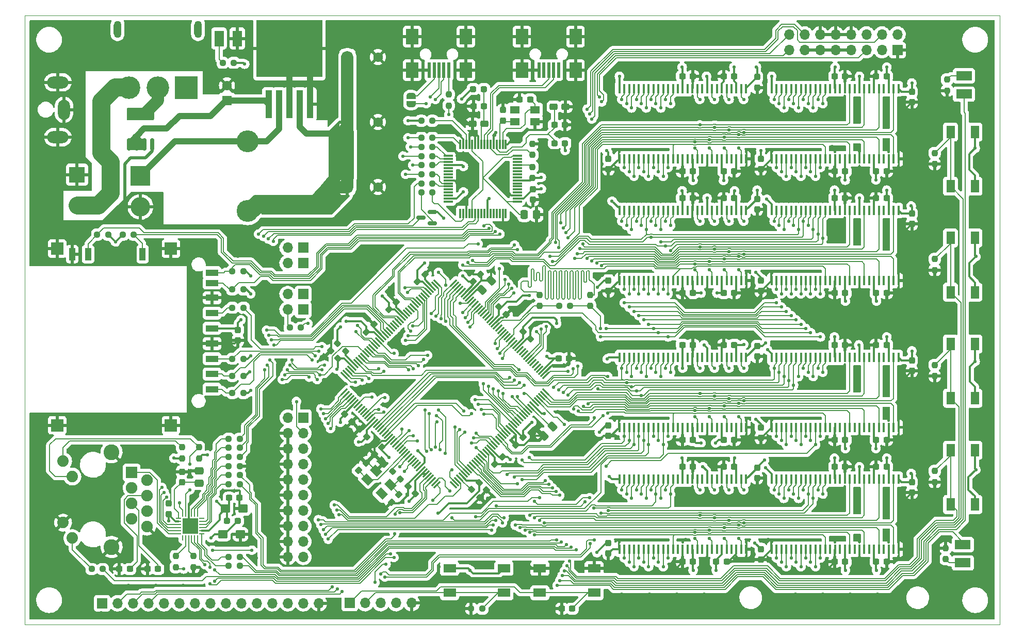
<source format=gbr>
%TF.GenerationSoftware,KiCad,Pcbnew,6.0.11-2627ca5db0~126~ubuntu22.04.1*%
%TF.CreationDate,2023-07-01T17:45:03+02:00*%
%TF.ProjectId,marco-ram-board,6d617263-6f2d-4726-916d-2d626f617264,rev?*%
%TF.SameCoordinates,Original*%
%TF.FileFunction,Copper,L1,Top*%
%TF.FilePolarity,Positive*%
%FSLAX46Y46*%
G04 Gerber Fmt 4.6, Leading zero omitted, Abs format (unit mm)*
G04 Created by KiCad (PCBNEW 6.0.11-2627ca5db0~126~ubuntu22.04.1) date 2023-07-01 17:45:03*
%MOMM*%
%LPD*%
G01*
G04 APERTURE LIST*
G04 Aperture macros list*
%AMRoundRect*
0 Rectangle with rounded corners*
0 $1 Rounding radius*
0 $2 $3 $4 $5 $6 $7 $8 $9 X,Y pos of 4 corners*
0 Add a 4 corners polygon primitive as box body*
4,1,4,$2,$3,$4,$5,$6,$7,$8,$9,$2,$3,0*
0 Add four circle primitives for the rounded corners*
1,1,$1+$1,$2,$3*
1,1,$1+$1,$4,$5*
1,1,$1+$1,$6,$7*
1,1,$1+$1,$8,$9*
0 Add four rect primitives between the rounded corners*
20,1,$1+$1,$2,$3,$4,$5,0*
20,1,$1+$1,$4,$5,$6,$7,0*
20,1,$1+$1,$6,$7,$8,$9,0*
20,1,$1+$1,$8,$9,$2,$3,0*%
%AMRotRect*
0 Rectangle, with rotation*
0 The origin of the aperture is its center*
0 $1 length*
0 $2 width*
0 $3 Rotation angle, in degrees counterclockwise*
0 Add horizontal line*
21,1,$1,$2,0,0,$3*%
%AMFreePoly0*
4,1,22,0.500000,-0.750000,0.000000,-0.750000,0.000000,-0.745033,-0.079941,-0.743568,-0.215256,-0.701293,-0.333266,-0.622738,-0.424486,-0.514219,-0.481581,-0.384460,-0.499164,-0.250000,-0.500000,-0.250000,-0.500000,0.250000,-0.499164,0.250000,-0.499963,0.256109,-0.478152,0.396186,-0.417904,0.524511,-0.324060,0.630769,-0.204165,0.706417,-0.067858,0.745374,0.000000,0.744959,0.000000,0.750000,
0.500000,0.750000,0.500000,-0.750000,0.500000,-0.750000,$1*%
%AMFreePoly1*
4,1,20,0.000000,0.744959,0.073905,0.744508,0.209726,0.703889,0.328688,0.626782,0.421226,0.519385,0.479903,0.390333,0.500000,0.250000,0.500000,-0.250000,0.499851,-0.262216,0.476331,-0.402017,0.414519,-0.529596,0.319384,-0.634700,0.198574,-0.708877,0.061801,-0.746166,0.000000,-0.745033,0.000000,-0.750000,-0.500000,-0.750000,-0.500000,0.750000,0.000000,0.750000,0.000000,0.744959,
0.000000,0.744959,$1*%
G04 Aperture macros list end*
%TA.AperFunction,Profile*%
%ADD10C,0.100000*%
%TD*%
%TA.AperFunction,ComponentPad*%
%ADD11R,1.600000X1.600000*%
%TD*%
%TA.AperFunction,ComponentPad*%
%ADD12C,1.600000*%
%TD*%
%TA.AperFunction,SMDPad,CuDef*%
%ADD13RoundRect,0.237500X0.300000X0.237500X-0.300000X0.237500X-0.300000X-0.237500X0.300000X-0.237500X0*%
%TD*%
%TA.AperFunction,SMDPad,CuDef*%
%ADD14RoundRect,0.237500X-0.237500X0.300000X-0.237500X-0.300000X0.237500X-0.300000X0.237500X0.300000X0*%
%TD*%
%TA.AperFunction,SMDPad,CuDef*%
%ADD15R,1.100000X4.600000*%
%TD*%
%TA.AperFunction,SMDPad,CuDef*%
%ADD16R,10.800000X9.400000*%
%TD*%
%TA.AperFunction,SMDPad,CuDef*%
%ADD17RoundRect,0.250000X0.400000X0.275000X-0.400000X0.275000X-0.400000X-0.275000X0.400000X-0.275000X0*%
%TD*%
%TA.AperFunction,SMDPad,CuDef*%
%ADD18RoundRect,0.237500X0.287500X0.237500X-0.287500X0.237500X-0.287500X-0.237500X0.287500X-0.237500X0*%
%TD*%
%TA.AperFunction,ComponentPad*%
%ADD19R,1.700000X1.700000*%
%TD*%
%TA.AperFunction,ComponentPad*%
%ADD20O,1.700000X1.700000*%
%TD*%
%TA.AperFunction,SMDPad,CuDef*%
%ADD21R,2.600000X1.500000*%
%TD*%
%TA.AperFunction,SMDPad,CuDef*%
%ADD22RoundRect,0.250000X-0.537500X-0.425000X0.537500X-0.425000X0.537500X0.425000X-0.537500X0.425000X0*%
%TD*%
%TA.AperFunction,SMDPad,CuDef*%
%ADD23RoundRect,0.237500X-0.300000X-0.237500X0.300000X-0.237500X0.300000X0.237500X-0.300000X0.237500X0*%
%TD*%
%TA.AperFunction,SMDPad,CuDef*%
%ADD24RoundRect,0.237500X-0.044194X-0.380070X0.380070X0.044194X0.044194X0.380070X-0.380070X-0.044194X0*%
%TD*%
%TA.AperFunction,SMDPad,CuDef*%
%ADD25RoundRect,0.237500X-0.344715X0.008839X0.008839X-0.344715X0.344715X-0.008839X-0.008839X0.344715X0*%
%TD*%
%TA.AperFunction,SMDPad,CuDef*%
%ADD26R,0.458000X1.510000*%
%TD*%
%TA.AperFunction,SMDPad,CuDef*%
%ADD27RoundRect,0.237500X-0.237500X0.250000X-0.237500X-0.250000X0.237500X-0.250000X0.237500X0.250000X0*%
%TD*%
%TA.AperFunction,SMDPad,CuDef*%
%ADD28R,1.600000X1.300000*%
%TD*%
%TA.AperFunction,SMDPad,CuDef*%
%ADD29R,1.500000X2.600000*%
%TD*%
%TA.AperFunction,SMDPad,CuDef*%
%ADD30RotRect,1.600000X1.300000X315.000000*%
%TD*%
%TA.AperFunction,SMDPad,CuDef*%
%ADD31RoundRect,0.237500X0.250000X0.237500X-0.250000X0.237500X-0.250000X-0.237500X0.250000X-0.237500X0*%
%TD*%
%TA.AperFunction,ComponentPad*%
%ADD32R,2.000000X4.000000*%
%TD*%
%TA.AperFunction,ComponentPad*%
%ADD33O,2.000000X3.300000*%
%TD*%
%TA.AperFunction,ComponentPad*%
%ADD34O,3.500000X2.000000*%
%TD*%
%TA.AperFunction,SMDPad,CuDef*%
%ADD35RoundRect,0.237500X-0.380070X0.044194X0.044194X-0.380070X0.380070X-0.044194X-0.044194X0.380070X0*%
%TD*%
%TA.AperFunction,SMDPad,CuDef*%
%ADD36RoundRect,0.237500X0.237500X-0.250000X0.237500X0.250000X-0.237500X0.250000X-0.237500X-0.250000X0*%
%TD*%
%TA.AperFunction,SMDPad,CuDef*%
%ADD37RoundRect,0.250000X-0.097227X0.574524X-0.574524X0.097227X0.097227X-0.574524X0.574524X-0.097227X0*%
%TD*%
%TA.AperFunction,SMDPad,CuDef*%
%ADD38R,2.100000X1.400000*%
%TD*%
%TA.AperFunction,SMDPad,CuDef*%
%ADD39R,0.500000X2.500000*%
%TD*%
%TA.AperFunction,SMDPad,CuDef*%
%ADD40R,2.000000X2.500000*%
%TD*%
%TA.AperFunction,SMDPad,CuDef*%
%ADD41RoundRect,0.237500X0.237500X-0.300000X0.237500X0.300000X-0.237500X0.300000X-0.237500X-0.300000X0*%
%TD*%
%TA.AperFunction,SMDPad,CuDef*%
%ADD42RoundRect,0.237500X-0.250000X-0.237500X0.250000X-0.237500X0.250000X0.237500X-0.250000X0.237500X0*%
%TD*%
%TA.AperFunction,SMDPad,CuDef*%
%ADD43RoundRect,0.250000X0.475000X-0.337500X0.475000X0.337500X-0.475000X0.337500X-0.475000X-0.337500X0*%
%TD*%
%TA.AperFunction,ComponentPad*%
%ADD44O,1.270000X2.794000*%
%TD*%
%TA.AperFunction,ComponentPad*%
%ADD45R,3.708400X3.708400*%
%TD*%
%TA.AperFunction,ComponentPad*%
%ADD46C,3.708400*%
%TD*%
%TA.AperFunction,SMDPad,CuDef*%
%ADD47RoundRect,0.237500X0.044194X0.380070X-0.380070X-0.044194X-0.044194X-0.380070X0.380070X0.044194X0*%
%TD*%
%TA.AperFunction,SMDPad,CuDef*%
%ADD48RoundRect,0.150000X0.150000X-0.825000X0.150000X0.825000X-0.150000X0.825000X-0.150000X-0.825000X0*%
%TD*%
%TA.AperFunction,SMDPad,CuDef*%
%ADD49RoundRect,0.237500X-0.287500X-0.237500X0.287500X-0.237500X0.287500X0.237500X-0.287500X0.237500X0*%
%TD*%
%TA.AperFunction,SMDPad,CuDef*%
%ADD50R,1.400000X2.100000*%
%TD*%
%TA.AperFunction,SMDPad,CuDef*%
%ADD51RoundRect,0.150000X0.587500X0.150000X-0.587500X0.150000X-0.587500X-0.150000X0.587500X-0.150000X0*%
%TD*%
%TA.AperFunction,SMDPad,CuDef*%
%ADD52RoundRect,0.250000X-0.337500X-0.475000X0.337500X-0.475000X0.337500X0.475000X-0.337500X0.475000X0*%
%TD*%
%TA.AperFunction,SMDPad,CuDef*%
%ADD53R,2.000000X1.100000*%
%TD*%
%TA.AperFunction,SMDPad,CuDef*%
%ADD54R,1.000000X2.000000*%
%TD*%
%TA.AperFunction,SMDPad,CuDef*%
%ADD55R,2.000000X2.000000*%
%TD*%
%TA.AperFunction,SMDPad,CuDef*%
%ADD56FreePoly0,90.000000*%
%TD*%
%TA.AperFunction,SMDPad,CuDef*%
%ADD57FreePoly1,90.000000*%
%TD*%
%TA.AperFunction,SMDPad,CuDef*%
%ADD58RoundRect,0.250000X0.097227X-0.574524X0.574524X-0.097227X-0.097227X0.574524X-0.574524X0.097227X0*%
%TD*%
%TA.AperFunction,SMDPad,CuDef*%
%ADD59RoundRect,0.237500X0.344715X-0.008839X-0.008839X0.344715X-0.344715X0.008839X0.008839X-0.344715X0*%
%TD*%
%TA.AperFunction,SMDPad,CuDef*%
%ADD60RoundRect,0.237500X0.380070X-0.044194X-0.044194X0.380070X-0.380070X0.044194X0.044194X-0.380070X0*%
%TD*%
%TA.AperFunction,SMDPad,CuDef*%
%ADD61RoundRect,0.075000X-0.075000X0.700000X-0.075000X-0.700000X0.075000X-0.700000X0.075000X0.700000X0*%
%TD*%
%TA.AperFunction,SMDPad,CuDef*%
%ADD62RoundRect,0.075000X-0.700000X0.075000X-0.700000X-0.075000X0.700000X-0.075000X0.700000X0.075000X0*%
%TD*%
%TA.AperFunction,SMDPad,CuDef*%
%ADD63RoundRect,0.250000X-0.400000X-0.275000X0.400000X-0.275000X0.400000X0.275000X-0.400000X0.275000X0*%
%TD*%
%TA.AperFunction,SMDPad,CuDef*%
%ADD64RoundRect,0.075000X-0.424264X-0.530330X0.530330X0.424264X0.424264X0.530330X-0.530330X-0.424264X0*%
%TD*%
%TA.AperFunction,SMDPad,CuDef*%
%ADD65RoundRect,0.075000X0.424264X-0.530330X0.530330X-0.424264X-0.424264X0.530330X-0.530330X0.424264X0*%
%TD*%
%TA.AperFunction,ComponentPad*%
%ADD66R,3.200000X3.200000*%
%TD*%
%TA.AperFunction,ComponentPad*%
%ADD67O,3.200000X3.200000*%
%TD*%
%TA.AperFunction,ComponentPad*%
%ADD68R,2.600000X2.600000*%
%TD*%
%TA.AperFunction,ComponentPad*%
%ADD69C,2.600000*%
%TD*%
%TA.AperFunction,SMDPad,CuDef*%
%ADD70RoundRect,0.062500X-0.350000X-0.062500X0.350000X-0.062500X0.350000X0.062500X-0.350000X0.062500X0*%
%TD*%
%TA.AperFunction,SMDPad,CuDef*%
%ADD71RoundRect,0.062500X-0.062500X-0.350000X0.062500X-0.350000X0.062500X0.350000X-0.062500X0.350000X0*%
%TD*%
%TA.AperFunction,SMDPad,CuDef*%
%ADD72R,2.600000X2.600000*%
%TD*%
%TA.AperFunction,ComponentPad*%
%ADD73C,3.600000*%
%TD*%
%TA.AperFunction,ComponentPad*%
%ADD74C,1.890000*%
%TD*%
%TA.AperFunction,ComponentPad*%
%ADD75R,1.900000X1.900000*%
%TD*%
%TA.AperFunction,ComponentPad*%
%ADD76C,1.900000*%
%TD*%
%TA.AperFunction,ViaPad*%
%ADD77C,0.550000*%
%TD*%
%TA.AperFunction,Conductor*%
%ADD78C,0.300000*%
%TD*%
%TA.AperFunction,Conductor*%
%ADD79C,1.000000*%
%TD*%
%TA.AperFunction,Conductor*%
%ADD80C,0.200000*%
%TD*%
%TA.AperFunction,Conductor*%
%ADD81C,0.500000*%
%TD*%
%TA.AperFunction,Conductor*%
%ADD82C,0.150000*%
%TD*%
%TA.AperFunction,Conductor*%
%ADD83C,3.000000*%
%TD*%
%TA.AperFunction,Conductor*%
%ADD84C,2.000000*%
%TD*%
G04 APERTURE END LIST*
D10*
X230000000Y-140000000D02*
X230000000Y-40000000D01*
X70000000Y-40000000D02*
X230000000Y-40000000D01*
X70000000Y-40000000D02*
X70000000Y-140000000D01*
X70000000Y-140000000D02*
X230000000Y-140000000D01*
D11*
%TO.P,C604,1*%
%TO.N,VDD*%
X122969349Y-68194000D03*
D12*
%TO.P,C604,2*%
%TO.N,GND*%
X127969349Y-68194000D03*
%TD*%
D13*
%TO.P,C428,1*%
%TO.N,VDD*%
X211462500Y-94100000D03*
%TO.P,C428,2*%
%TO.N,GND*%
X209737500Y-94100000D03*
%TD*%
D14*
%TO.P,C441,1*%
%TO.N,VDD*%
X165800000Y-126637500D03*
%TO.P,C441,2*%
%TO.N,GND*%
X165800000Y-128362500D03*
%TD*%
D15*
%TO.P,U601,1,VIN*%
%TO.N,Net-(C601-Pad1)*%
X110034000Y-54602000D03*
%TO.P,U601,2,OUT*%
%TO.N,Net-(D601-Pad1)*%
X111734000Y-54602000D03*
D16*
%TO.P,U601,3,GND*%
%TO.N,GND*%
X113434000Y-45452000D03*
D15*
X113434000Y-54602000D03*
%TO.P,U601,4,FB*%
%TO.N,VDD*%
X115134000Y-54602000D03*
%TO.P,U601,5,~{ON}/OFF*%
%TO.N,GND*%
X116834000Y-54602000D03*
%TD*%
D14*
%TO.P,C438,1*%
%TO.N,VDD*%
X215600000Y-72537500D03*
%TO.P,C438,2*%
%TO.N,GND*%
X215600000Y-74262500D03*
%TD*%
D17*
%TO.P,C206,1*%
%TO.N,Net-(C206-Pad1)*%
X145475000Y-57800000D03*
%TO.P,C206,2*%
%TO.N,GND*%
X143525000Y-57800000D03*
%TD*%
D18*
%TO.P,FB201,1*%
%TO.N,VDD*%
X158675000Y-61000000D03*
%TO.P,FB201,2*%
%TO.N,Net-(C203-Pad1)*%
X156925000Y-61000000D03*
%TD*%
D19*
%TO.P,J206,1,Pin_1*%
%TO.N,VDD*%
X115720000Y-106040000D03*
D20*
%TO.P,J206,2,Pin_2*%
X113180000Y-106040000D03*
%TO.P,J206,3,Pin_3*%
%TO.N,/mcu/JTAG.TRST*%
X115720000Y-108580000D03*
%TO.P,J206,4,Pin_4*%
%TO.N,GND*%
X113180000Y-108580000D03*
%TO.P,J206,5,Pin_5*%
%TO.N,/mcu/JTAG.TDI*%
X115720000Y-111120000D03*
%TO.P,J206,6,Pin_6*%
%TO.N,GND*%
X113180000Y-111120000D03*
%TO.P,J206,7,Pin_7*%
%TO.N,/mcu/JTAG.TMS*%
X115720000Y-113660000D03*
%TO.P,J206,8,Pin_8*%
%TO.N,GND*%
X113180000Y-113660000D03*
%TO.P,J206,9,Pin_9*%
%TO.N,/mcu/JTAG.TCK*%
X115720000Y-116200000D03*
%TO.P,J206,10,Pin_10*%
%TO.N,GND*%
X113180000Y-116200000D03*
%TO.P,J206,11,Pin_11*%
%TO.N,unconnected-(J206-Pad11)*%
X115720000Y-118740000D03*
%TO.P,J206,12,Pin_12*%
%TO.N,GND*%
X113180000Y-118740000D03*
%TO.P,J206,13,Pin_13*%
%TO.N,/mcu/JTAG.TDO*%
X115720000Y-121280000D03*
%TO.P,J206,14,Pin_14*%
%TO.N,GND*%
X113180000Y-121280000D03*
%TO.P,J206,15,Pin_15*%
%TO.N,Net-(J206-Pad15)*%
X115720000Y-123820000D03*
%TO.P,J206,16,Pin_16*%
%TO.N,GND*%
X113180000Y-123820000D03*
%TO.P,J206,17,Pin_17*%
%TO.N,unconnected-(J206-Pad17)*%
X115720000Y-126360000D03*
%TO.P,J206,18,Pin_18*%
%TO.N,GND*%
X113180000Y-126360000D03*
%TO.P,J206,19,Pin_19*%
%TO.N,unconnected-(J206-Pad19)*%
X115720000Y-128900000D03*
%TO.P,J206,20,Pin_20*%
%TO.N,GND*%
X113180000Y-128900000D03*
%TD*%
D21*
%TO.P,D502,1,K*%
%TO.N,Net-(D502-Pad1)*%
X224160000Y-49930000D03*
%TO.P,D502,2,A*%
%TO.N,/mcu-if/LED1*%
X224160000Y-52930000D03*
%TD*%
D22*
%TO.P,C506,1*%
%TO.N,Net-(U501-Pad2)*%
X102525000Y-125200000D03*
%TO.P,C506,2*%
%TO.N,GND*%
X105400000Y-125200000D03*
%TD*%
D13*
%TO.P,C432,1*%
%TO.N,VDD*%
X211462500Y-50000000D03*
%TO.P,C432,2*%
%TO.N,GND*%
X209737500Y-50000000D03*
%TD*%
D14*
%TO.P,C434,1*%
%TO.N,VDD*%
X215600000Y-116637500D03*
%TO.P,C434,2*%
%TO.N,GND*%
X215600000Y-118362500D03*
%TD*%
D23*
%TO.P,C421,1*%
%TO.N,VDD*%
X177937500Y-70000000D03*
%TO.P,C421,2*%
%TO.N,GND*%
X179662500Y-70000000D03*
%TD*%
D24*
%TO.P,C308,1*%
%TO.N,VDD*%
X126083120Y-91980880D03*
%TO.P,C308,2*%
%TO.N,GND*%
X127302880Y-90761120D03*
%TD*%
D25*
%TO.P,R301,1*%
%TO.N,VDD*%
X121354765Y-93854765D03*
%TO.P,R301,2*%
%TO.N,Net-(R301-Pad2)*%
X122645235Y-95145235D03*
%TD*%
D26*
%TO.P,U406,1,VDD*%
%TO.N,VDD*%
X213400000Y-72050000D03*
%TO.P,U406,2,DQ0*%
%TO.N,/mcu/SDRAM.D8*%
X212600000Y-72050000D03*
%TO.P,U406,3,VDDQ*%
%TO.N,VDD*%
X211800000Y-72050000D03*
%TO.P,U406,4*%
%TO.N,N/C*%
X211000000Y-72050000D03*
%TO.P,U406,5,DQ1*%
%TO.N,/mcu/SDRAM.D9*%
X210200000Y-72050000D03*
%TO.P,U406,6,GNDQ*%
%TO.N,GND*%
X209400000Y-72050000D03*
%TO.P,U406,7*%
%TO.N,N/C*%
X208600000Y-72050000D03*
%TO.P,U406,8,DQ2*%
%TO.N,/mcu/SDRAM.D10*%
X207800000Y-72050000D03*
%TO.P,U406,9,VDDQ*%
%TO.N,VDD*%
X207000000Y-72050000D03*
%TO.P,U406,10*%
%TO.N,N/C*%
X206200000Y-72050000D03*
%TO.P,U406,11,DQ3*%
%TO.N,/mcu/SDRAM.D11*%
X205400000Y-72050000D03*
%TO.P,U406,12,GNDQ*%
%TO.N,GND*%
X204600000Y-72050000D03*
%TO.P,U406,13*%
%TO.N,N/C*%
X203800000Y-72050000D03*
%TO.P,U406,14,VDD*%
%TO.N,VDD*%
X203000000Y-72050000D03*
%TO.P,U406,15*%
%TO.N,N/C*%
X202200000Y-72050000D03*
%TO.P,U406,16,~{WE}*%
%TO.N,/mcu/SDRAM.~{WE}*%
X201400000Y-72050000D03*
%TO.P,U406,17,~{CAS}*%
%TO.N,/mcu/SDRAM.~{CAS}*%
X200600000Y-72050000D03*
%TO.P,U406,18,~{RAS}*%
%TO.N,/mcu/SDRAM.~{RAS}*%
X199800000Y-72050000D03*
%TO.P,U406,19,~{CS}*%
%TO.N,/mcu/SDRAM.~{CS1}*%
X199000000Y-72050000D03*
%TO.P,U406,20,BA0*%
%TO.N,/mcu/SDRAM.BA0*%
X198200000Y-72050000D03*
%TO.P,U406,21,BA1*%
%TO.N,/mcu/SDRAM.BA1*%
X197400000Y-72050000D03*
%TO.P,U406,22,A10*%
%TO.N,/mcu/SDRAM.A10*%
X196600000Y-72050000D03*
%TO.P,U406,23,A0*%
%TO.N,/mcu/SDRAM.A0*%
X195800000Y-72050000D03*
%TO.P,U406,24,A1*%
%TO.N,/mcu/SDRAM.A1*%
X195000000Y-72050000D03*
%TO.P,U406,25,A2*%
%TO.N,/mcu/SDRAM.A2*%
X194200000Y-72050000D03*
%TO.P,U406,26,A3*%
%TO.N,/mcu/SDRAM.A3*%
X193400000Y-72050000D03*
%TO.P,U406,27,VDD*%
%TO.N,VDD*%
X192600000Y-72050000D03*
%TO.P,U406,28,GND*%
%TO.N,GND*%
X192600000Y-83550000D03*
%TO.P,U406,29,A4*%
%TO.N,/mcu/SDRAM.A4*%
X193400000Y-83550000D03*
%TO.P,U406,30,A5*%
%TO.N,/mcu/SDRAM.A5*%
X194200000Y-83550000D03*
%TO.P,U406,31,A6*%
%TO.N,/mcu/SDRAM.A6*%
X195000000Y-83550000D03*
%TO.P,U406,32,A7*%
%TO.N,/mcu/SDRAM.A7*%
X195800000Y-83550000D03*
%TO.P,U406,33,A8*%
%TO.N,/mcu/SDRAM.A8*%
X196600000Y-83550000D03*
%TO.P,U406,34,A9*%
%TO.N,/mcu/SDRAM.A9*%
X197400000Y-83550000D03*
%TO.P,U406,35,A11*%
%TO.N,/mcu/SDRAM.A11*%
X198200000Y-83550000D03*
%TO.P,U406,36,A12*%
%TO.N,/mcu/SDRAM.A12*%
X199000000Y-83550000D03*
%TO.P,U406,37,CKE*%
%TO.N,/mcu/SDRAM.CKE1*%
X199800000Y-83550000D03*
%TO.P,U406,38,CLK*%
%TO.N,/mcu/SDRAM.CLK*%
X200600000Y-83550000D03*
%TO.P,U406,39,DQM*%
%TO.N,/mcu/SDRAM.~{BL1}*%
X201400000Y-83550000D03*
%TO.P,U406,40*%
%TO.N,N/C*%
X202200000Y-83550000D03*
%TO.P,U406,41,GND*%
%TO.N,GND*%
X203000000Y-83550000D03*
%TO.P,U406,42*%
%TO.N,N/C*%
X203800000Y-83550000D03*
%TO.P,U406,43,VDDQ*%
%TO.N,VDD*%
X204600000Y-83550000D03*
%TO.P,U406,44,DQ4*%
%TO.N,/mcu/SDRAM.D12*%
X205400000Y-83550000D03*
%TO.P,U406,45*%
%TO.N,N/C*%
X206200000Y-83550000D03*
%TO.P,U406,46,GNDQ*%
%TO.N,GND*%
X207000000Y-83550000D03*
%TO.P,U406,47,DQ5*%
%TO.N,/mcu/SDRAM.D13*%
X207800000Y-83550000D03*
%TO.P,U406,48*%
%TO.N,N/C*%
X208600000Y-83550000D03*
%TO.P,U406,49,VDDQ*%
%TO.N,VDD*%
X209400000Y-83550000D03*
%TO.P,U406,50,DQ6*%
%TO.N,/mcu/SDRAM.D14*%
X210200000Y-83550000D03*
%TO.P,U406,51*%
%TO.N,N/C*%
X211000000Y-83550000D03*
%TO.P,U406,52,GNDQ*%
%TO.N,GND*%
X211800000Y-83550000D03*
%TO.P,U406,53,DQ7*%
%TO.N,/mcu/SDRAM.D15*%
X212600000Y-83550000D03*
%TO.P,U406,54,GND*%
%TO.N,GND*%
X213400000Y-83550000D03*
%TD*%
D13*
%TO.P,C509,1*%
%TO.N,Net-(C509-Pad1)*%
X91862500Y-130900000D03*
%TO.P,C509,2*%
%TO.N,GND*%
X90137500Y-130900000D03*
%TD*%
D14*
%TO.P,C202,1*%
%TO.N,GND*%
X148500000Y-55537500D03*
%TO.P,C202,2*%
%TO.N,Net-(C202-Pad2)*%
X148500000Y-57262500D03*
%TD*%
D13*
%TO.P,C430,1*%
%TO.N,VDD*%
X211462500Y-70000000D03*
%TO.P,C430,2*%
%TO.N,GND*%
X209737500Y-70000000D03*
%TD*%
D27*
%TO.P,R201,1*%
%TO.N,GND*%
X153335000Y-61093500D03*
%TO.P,R201,2*%
%TO.N,Net-(R201-Pad2)*%
X153335000Y-62918500D03*
%TD*%
D28*
%TO.P,Y201,1,1*%
%TO.N,Net-(C202-Pad2)*%
X150450000Y-57500000D03*
%TO.P,Y201,2,2*%
%TO.N,GND*%
X153750000Y-57500000D03*
%TO.P,Y201,3,3*%
%TO.N,Net-(C201-Pad2)*%
X153750000Y-55500000D03*
%TO.P,Y201,4,4*%
%TO.N,unconnected-(Y201-Pad4)*%
X150450000Y-55500000D03*
%TD*%
D13*
%TO.P,C413,1*%
%TO.N,VDD*%
X179662500Y-85600000D03*
%TO.P,C413,2*%
%TO.N,GND*%
X177937500Y-85600000D03*
%TD*%
D19*
%TO.P,J202,1,Pin_1*%
%TO.N,/mcu/~{RESET}*%
X115695000Y-88321000D03*
D20*
%TO.P,J202,2,Pin_2*%
%TO.N,Net-(J202-Pad2)*%
X113155000Y-88321000D03*
%TD*%
D13*
%TO.P,C415,1*%
%TO.N,VDD*%
X179662500Y-65600000D03*
%TO.P,C415,2*%
%TO.N,GND*%
X177937500Y-65600000D03*
%TD*%
D29*
%TO.P,D602,1,K*%
%TO.N,GND*%
X104900000Y-43800000D03*
%TO.P,D602,2,A*%
%TO.N,Net-(D602-Pad2)*%
X101900000Y-43800000D03*
%TD*%
D30*
%TO.P,Y301,1,1*%
%TO.N,/mcu/OSC_IN*%
X126252334Y-116180762D03*
%TO.P,Y301,2,2*%
%TO.N,unconnected-(Y301-Pad2)*%
X128585786Y-118514214D03*
%TO.P,Y301,3,3*%
%TO.N,Net-(C320-Pad1)*%
X130000000Y-117100000D03*
%TO.P,Y301,4,4*%
%TO.N,GND*%
X127666548Y-114766548D03*
%TD*%
D31*
%TO.P,R205,1*%
%TO.N,Net-(R205-Pad1)*%
X136912500Y-64600000D03*
%TO.P,R205,2*%
%TO.N,/mcu/JTAG.TMS*%
X135087500Y-64600000D03*
%TD*%
D32*
%TO.P,J601,1*%
%TO.N,Net-(J601-Pad1)*%
X82446000Y-55494000D03*
D33*
%TO.P,J601,2*%
%TO.N,GND*%
X76446000Y-55494000D03*
D34*
%TO.P,J601,MP,MountPin*%
X75446000Y-59994000D03*
X75446000Y-50994000D03*
%TD*%
D31*
%TO.P,R515,1*%
%TO.N,/mcu-if/SDMMC.CK*%
X105912500Y-88000000D03*
%TO.P,R515,2*%
%TO.N,Net-(J502-Pad5)*%
X104087500Y-88000000D03*
%TD*%
D13*
%TO.P,C429,1*%
%TO.N,VDD*%
X186462500Y-70000000D03*
%TO.P,C429,2*%
%TO.N,GND*%
X184737500Y-70000000D03*
%TD*%
%TO.P,C416,1*%
%TO.N,VDD*%
X204662500Y-65600000D03*
%TO.P,C416,2*%
%TO.N,GND*%
X202937500Y-65600000D03*
%TD*%
D35*
%TO.P,C311,1*%
%TO.N,VDD*%
X147790120Y-87890120D03*
%TO.P,C311,2*%
%TO.N,GND*%
X149009880Y-89109880D03*
%TD*%
D23*
%TO.P,C201,1*%
%TO.N,GND*%
X151237500Y-53800000D03*
%TO.P,C201,2*%
%TO.N,Net-(C201-Pad2)*%
X152962500Y-53800000D03*
%TD*%
D13*
%TO.P,C414,1*%
%TO.N,VDD*%
X204662500Y-85600000D03*
%TO.P,C414,2*%
%TO.N,GND*%
X202937500Y-85600000D03*
%TD*%
D23*
%TO.P,C424,1*%
%TO.N,VDD*%
X202937500Y-50000000D03*
%TO.P,C424,2*%
%TO.N,GND*%
X204662500Y-50000000D03*
%TD*%
D26*
%TO.P,U403,1,VDD*%
%TO.N,VDD*%
X188400000Y-96150000D03*
%TO.P,U403,2,DQ0*%
%TO.N,/mcu/SDRAM.D16*%
X187600000Y-96150000D03*
%TO.P,U403,3,VDDQ*%
%TO.N,VDD*%
X186800000Y-96150000D03*
%TO.P,U403,4*%
%TO.N,N/C*%
X186000000Y-96150000D03*
%TO.P,U403,5,DQ1*%
%TO.N,/mcu/SDRAM.D17*%
X185200000Y-96150000D03*
%TO.P,U403,6,GNDQ*%
%TO.N,GND*%
X184400000Y-96150000D03*
%TO.P,U403,7*%
%TO.N,N/C*%
X183600000Y-96150000D03*
%TO.P,U403,8,DQ2*%
%TO.N,/mcu/SDRAM.D18*%
X182800000Y-96150000D03*
%TO.P,U403,9,VDDQ*%
%TO.N,VDD*%
X182000000Y-96150000D03*
%TO.P,U403,10*%
%TO.N,N/C*%
X181200000Y-96150000D03*
%TO.P,U403,11,DQ3*%
%TO.N,/mcu/SDRAM.D19*%
X180400000Y-96150000D03*
%TO.P,U403,12,GNDQ*%
%TO.N,GND*%
X179600000Y-96150000D03*
%TO.P,U403,13*%
%TO.N,N/C*%
X178800000Y-96150000D03*
%TO.P,U403,14,VDD*%
%TO.N,VDD*%
X178000000Y-96150000D03*
%TO.P,U403,15*%
%TO.N,N/C*%
X177200000Y-96150000D03*
%TO.P,U403,16,~{WE}*%
%TO.N,/mcu/SDRAM.~{WE}*%
X176400000Y-96150000D03*
%TO.P,U403,17,~{CAS}*%
%TO.N,/mcu/SDRAM.~{CAS}*%
X175600000Y-96150000D03*
%TO.P,U403,18,~{RAS}*%
%TO.N,/mcu/SDRAM.~{RAS}*%
X174800000Y-96150000D03*
%TO.P,U403,19,~{CS}*%
%TO.N,/mcu/SDRAM.~{CS0}*%
X174000000Y-96150000D03*
%TO.P,U403,20,BA0*%
%TO.N,/mcu/SDRAM.BA0*%
X173200000Y-96150000D03*
%TO.P,U403,21,BA1*%
%TO.N,/mcu/SDRAM.BA1*%
X172400000Y-96150000D03*
%TO.P,U403,22,A10*%
%TO.N,/mcu/SDRAM.A10*%
X171600000Y-96150000D03*
%TO.P,U403,23,A0*%
%TO.N,/mcu/SDRAM.A0*%
X170800000Y-96150000D03*
%TO.P,U403,24,A1*%
%TO.N,/mcu/SDRAM.A1*%
X170000000Y-96150000D03*
%TO.P,U403,25,A2*%
%TO.N,/mcu/SDRAM.A2*%
X169200000Y-96150000D03*
%TO.P,U403,26,A3*%
%TO.N,/mcu/SDRAM.A3*%
X168400000Y-96150000D03*
%TO.P,U403,27,VDD*%
%TO.N,VDD*%
X167600000Y-96150000D03*
%TO.P,U403,28,GND*%
%TO.N,GND*%
X167600000Y-107650000D03*
%TO.P,U403,29,A4*%
%TO.N,/mcu/SDRAM.A4*%
X168400000Y-107650000D03*
%TO.P,U403,30,A5*%
%TO.N,/mcu/SDRAM.A5*%
X169200000Y-107650000D03*
%TO.P,U403,31,A6*%
%TO.N,/mcu/SDRAM.A6*%
X170000000Y-107650000D03*
%TO.P,U403,32,A7*%
%TO.N,/mcu/SDRAM.A7*%
X170800000Y-107650000D03*
%TO.P,U403,33,A8*%
%TO.N,/mcu/SDRAM.A8*%
X171600000Y-107650000D03*
%TO.P,U403,34,A9*%
%TO.N,/mcu/SDRAM.A9*%
X172400000Y-107650000D03*
%TO.P,U403,35,A11*%
%TO.N,/mcu/SDRAM.A11*%
X173200000Y-107650000D03*
%TO.P,U403,36,A12*%
%TO.N,/mcu/SDRAM.A12*%
X174000000Y-107650000D03*
%TO.P,U403,37,CKE*%
%TO.N,/mcu/SDRAM.CKE0*%
X174800000Y-107650000D03*
%TO.P,U403,38,CLK*%
%TO.N,/mcu/SDRAM.CLK*%
X175600000Y-107650000D03*
%TO.P,U403,39,DQM*%
%TO.N,/mcu/SDRAM.~{BL2}*%
X176400000Y-107650000D03*
%TO.P,U403,40*%
%TO.N,N/C*%
X177200000Y-107650000D03*
%TO.P,U403,41,GND*%
%TO.N,GND*%
X178000000Y-107650000D03*
%TO.P,U403,42*%
%TO.N,N/C*%
X178800000Y-107650000D03*
%TO.P,U403,43,VDDQ*%
%TO.N,VDD*%
X179600000Y-107650000D03*
%TO.P,U403,44,DQ4*%
%TO.N,/mcu/SDRAM.D20*%
X180400000Y-107650000D03*
%TO.P,U403,45*%
%TO.N,N/C*%
X181200000Y-107650000D03*
%TO.P,U403,46,GNDQ*%
%TO.N,GND*%
X182000000Y-107650000D03*
%TO.P,U403,47,DQ5*%
%TO.N,/mcu/SDRAM.D21*%
X182800000Y-107650000D03*
%TO.P,U403,48*%
%TO.N,N/C*%
X183600000Y-107650000D03*
%TO.P,U403,49,VDDQ*%
%TO.N,VDD*%
X184400000Y-107650000D03*
%TO.P,U403,50,DQ6*%
%TO.N,/mcu/SDRAM.D22*%
X185200000Y-107650000D03*
%TO.P,U403,51*%
%TO.N,N/C*%
X186000000Y-107650000D03*
%TO.P,U403,52,GNDQ*%
%TO.N,GND*%
X186800000Y-107650000D03*
%TO.P,U403,53,DQ7*%
%TO.N,/mcu/SDRAM.D23*%
X187600000Y-107650000D03*
%TO.P,U403,54,GND*%
%TO.N,GND*%
X188400000Y-107650000D03*
%TD*%
D23*
%TO.P,C401,1*%
%TO.N,VDD*%
X183475000Y-129700000D03*
%TO.P,C401,2*%
%TO.N,GND*%
X185200000Y-129700000D03*
%TD*%
D36*
%TO.P,R524,1*%
%TO.N,Net-(D501-Pad1)*%
X221160000Y-129292500D03*
%TO.P,R524,2*%
%TO.N,GND*%
X221160000Y-127467500D03*
%TD*%
D23*
%TO.P,C405,1*%
%TO.N,VDD*%
X184737500Y-85600000D03*
%TO.P,C405,2*%
%TO.N,GND*%
X186462500Y-85600000D03*
%TD*%
D37*
%TO.P,C317,1*%
%TO.N,Net-(C317-Pad1)*%
X156636623Y-107528377D03*
%TO.P,C317,2*%
%TO.N,GND*%
X155169377Y-108995623D03*
%TD*%
D31*
%TO.P,R508,1*%
%TO.N,/mcu-if/RMII.TXEN*%
X105312500Y-112500000D03*
%TO.P,R508,2*%
%TO.N,Net-(R508-Pad2)*%
X103487500Y-112500000D03*
%TD*%
D21*
%TO.P,D501,1,K*%
%TO.N,Net-(D501-Pad1)*%
X223960000Y-129892000D03*
%TO.P,D501,2,A*%
%TO.N,/mcu-if/LED0*%
X223960000Y-126892000D03*
%TD*%
D38*
%TO.P,SW302,1,1*%
%TO.N,VDD*%
X148650000Y-130800000D03*
X139750000Y-130800000D03*
%TO.P,SW302,2,2*%
%TO.N,/mcu/BOOT0*%
X148650000Y-134800000D03*
X139750000Y-134800000D03*
%TD*%
D39*
%TO.P,J201,1,VBUS*%
%TO.N,/prg-if/PRG_USB_5V*%
X157600000Y-49000000D03*
%TO.P,J201,2,D-*%
%TO.N,Net-(J201-Pad2)*%
X156800000Y-49000000D03*
%TO.P,J201,3,D+*%
%TO.N,Net-(J201-Pad3)*%
X156000000Y-49000000D03*
%TO.P,J201,4,ID*%
%TO.N,unconnected-(J201-Pad4)*%
X155200000Y-49000000D03*
%TO.P,J201,5,GND*%
%TO.N,GND*%
X154400000Y-49000000D03*
D40*
%TO.P,J201,6,Shield*%
X151600000Y-49000000D03*
X160400000Y-49000000D03*
X151600000Y-43500000D03*
X160400000Y-43500000D03*
%TD*%
D13*
%TO.P,C411,1*%
%TO.N,VDD*%
X179662500Y-109700000D03*
%TO.P,C411,2*%
%TO.N,GND*%
X177937500Y-109700000D03*
%TD*%
D41*
%TO.P,C503,1*%
%TO.N,Net-(C501-Pad1)*%
X95800000Y-116662500D03*
%TO.P,C503,2*%
%TO.N,GND*%
X95800000Y-114937500D03*
%TD*%
D42*
%TO.P,R307,1*%
%TO.N,Net-(R305-Pad1)*%
X157687500Y-87700000D03*
%TO.P,R307,2*%
%TO.N,/mcu/SDRAM.CLK*%
X159512500Y-87700000D03*
%TD*%
D19*
%TO.P,J204,1,Pin_1*%
%TO.N,/mcu/RXD*%
X115695000Y-80701000D03*
D20*
%TO.P,J204,2,Pin_2*%
%TO.N,Net-(J204-Pad2)*%
X113155000Y-80701000D03*
%TD*%
D39*
%TO.P,J501,1,VBUS*%
%TO.N,/mcu-if/IF_USB_5V*%
X139600000Y-49000000D03*
%TO.P,J501,2,D-*%
%TO.N,/mcu-if/USB.DM*%
X138800000Y-49000000D03*
%TO.P,J501,3,D+*%
%TO.N,/mcu-if/USB.DP*%
X138000000Y-49000000D03*
%TO.P,J501,4,ID*%
%TO.N,Net-(J501-Pad4)*%
X137200000Y-49000000D03*
%TO.P,J501,5,GND*%
%TO.N,GND*%
X136400000Y-49000000D03*
D40*
%TO.P,J501,6,Shield*%
X142400000Y-49000000D03*
X142400000Y-43500000D03*
X133600000Y-49000000D03*
X133600000Y-43500000D03*
%TD*%
D13*
%TO.P,C208,1*%
%TO.N,Net-(C206-Pad1)*%
X145362500Y-54900000D03*
%TO.P,C208,2*%
%TO.N,GND*%
X143637500Y-54900000D03*
%TD*%
D42*
%TO.P,R303,1*%
%TO.N,GND*%
X143287500Y-137400000D03*
%TO.P,R303,2*%
%TO.N,/mcu/BOOT0*%
X145112500Y-137400000D03*
%TD*%
D35*
%TO.P,C302,1*%
%TO.N,VDD*%
X151780240Y-91880240D03*
%TO.P,C302,2*%
%TO.N,GND*%
X153000000Y-93100000D03*
%TD*%
D42*
%TO.P,R211,1*%
%TO.N,Net-(J202-Pad2)*%
X113512500Y-91273500D03*
%TO.P,R211,2*%
%TO.N,Net-(J206-Pad15)*%
X115337500Y-91273500D03*
%TD*%
D31*
%TO.P,R513,1*%
%TO.N,/mcu-if/RMII.CRSDV*%
X105312500Y-117000000D03*
%TO.P,R513,2*%
%TO.N,Net-(R513-Pad2)*%
X103487500Y-117000000D03*
%TD*%
D14*
%TO.P,C440,1*%
%TO.N,VDD*%
X215600000Y-52537500D03*
%TO.P,C440,2*%
%TO.N,GND*%
X215600000Y-54262500D03*
%TD*%
D43*
%TO.P,C501,1*%
%TO.N,Net-(C501-Pad1)*%
X98600000Y-116837500D03*
%TO.P,C501,2*%
%TO.N,GND*%
X98600000Y-114762500D03*
%TD*%
D44*
%TO.P,SW601,*%
%TO.N,*%
X98446500Y-42328000D03*
X85238500Y-42328000D03*
D45*
%TO.P,SW601,1,A*%
%TO.N,unconnected-(SW601-Pad1)*%
X96541500Y-51853000D03*
D46*
%TO.P,SW601,2,B*%
%TO.N,Net-(Q601-Pad5)*%
X91842500Y-51853000D03*
%TO.P,SW601,3,C*%
%TO.N,Net-(J601-Pad1)*%
X87143500Y-51853000D03*
%TD*%
D23*
%TO.P,C423,1*%
%TO.N,VDD*%
X177937500Y-50000000D03*
%TO.P,C423,2*%
%TO.N,GND*%
X179662500Y-50000000D03*
%TD*%
D14*
%TO.P,C204,1*%
%TO.N,VDD*%
X153400000Y-68537500D03*
%TO.P,C204,2*%
%TO.N,GND*%
X153400000Y-70262500D03*
%TD*%
D35*
%TO.P,C304,1*%
%TO.N,VDD*%
X122480240Y-105480240D03*
%TO.P,C304,2*%
%TO.N,GND*%
X123700000Y-106700000D03*
%TD*%
D47*
%TO.P,C312,1*%
%TO.N,VDD*%
X151809880Y-109303120D03*
%TO.P,C312,2*%
%TO.N,GND*%
X150590120Y-110522880D03*
%TD*%
D19*
%TO.P,J203,1,Pin_1*%
%TO.N,/mcu/BOOT0*%
X115695000Y-85781000D03*
D20*
%TO.P,J203,2,Pin_2*%
%TO.N,Net-(J203-Pad2)*%
X113155000Y-85781000D03*
%TD*%
D14*
%TO.P,C446,1*%
%TO.N,VDD*%
X190800000Y-83537500D03*
%TO.P,C446,2*%
%TO.N,GND*%
X190800000Y-85262500D03*
%TD*%
D48*
%TO.P,Q601,1,S*%
%TO.N,Net-(C601-Pad1)*%
X87095000Y-61175000D03*
%TO.P,Q601,2,S*%
X88365000Y-61175000D03*
%TO.P,Q601,3,S*%
X89635000Y-61175000D03*
%TO.P,Q601,4,G*%
%TO.N,GND*%
X90905000Y-61175000D03*
%TO.P,Q601,5,D*%
%TO.N,Net-(Q601-Pad5)*%
X90905000Y-56225000D03*
%TO.P,Q601,6,D*%
X89635000Y-56225000D03*
%TO.P,Q601,7,D*%
X88365000Y-56225000D03*
%TO.P,Q601,8,D*%
X87095000Y-56225000D03*
%TD*%
D13*
%TO.P,C426,1*%
%TO.N,VDD*%
X211462500Y-114100000D03*
%TO.P,C426,2*%
%TO.N,GND*%
X209737500Y-114100000D03*
%TD*%
D31*
%TO.P,R206,1*%
%TO.N,Net-(R206-Pad1)*%
X136912500Y-67600000D03*
%TO.P,R206,2*%
%TO.N,Net-(J202-Pad2)*%
X135087500Y-67600000D03*
%TD*%
%TO.P,R507,1*%
%TO.N,VDD*%
X105912500Y-82000000D03*
%TO.P,R507,2*%
%TO.N,/mcu-if/SDMMC.D1*%
X104087500Y-82000000D03*
%TD*%
D23*
%TO.P,C419,1*%
%TO.N,VDD*%
X177937500Y-94100000D03*
%TO.P,C419,2*%
%TO.N,GND*%
X179662500Y-94100000D03*
%TD*%
D31*
%TO.P,R506,1*%
%TO.N,VDD*%
X105912500Y-85000000D03*
%TO.P,R506,2*%
%TO.N,/mcu-if/SDMMC.D0*%
X104087500Y-85000000D03*
%TD*%
D24*
%TO.P,C310,1*%
%TO.N,VDD*%
X143590120Y-83709880D03*
%TO.P,C310,2*%
%TO.N,GND*%
X144809880Y-82490120D03*
%TD*%
D23*
%TO.P,C422,1*%
%TO.N,VDD*%
X202937500Y-70000000D03*
%TO.P,C422,2*%
%TO.N,GND*%
X204662500Y-70000000D03*
%TD*%
D36*
%TO.P,R520,1*%
%TO.N,GND*%
X219360000Y-81827857D03*
%TO.P,R520,2*%
%TO.N,/mcu-if/BTN1*%
X219360000Y-80002857D03*
%TD*%
D31*
%TO.P,R502,1*%
%TO.N,VDD*%
X105912500Y-99200000D03*
%TO.P,R502,2*%
%TO.N,/mcu-if/SDMMC.D3*%
X104087500Y-99200000D03*
%TD*%
D14*
%TO.P,C442,1*%
%TO.N,VDD*%
X190800000Y-127637500D03*
%TO.P,C442,2*%
%TO.N,GND*%
X190800000Y-129362500D03*
%TD*%
D47*
%TO.P,C306,1*%
%TO.N,VDD*%
X128609880Y-110890120D03*
%TO.P,C306,2*%
%TO.N,GND*%
X127390120Y-112109880D03*
%TD*%
D24*
%TO.P,C301,1*%
%TO.N,VDD*%
X129790120Y-88309880D03*
%TO.P,C301,2*%
%TO.N,GND*%
X131009880Y-87090120D03*
%TD*%
D49*
%TO.P,FB202,1*%
%TO.N,VDD*%
X143625000Y-52100000D03*
%TO.P,FB202,2*%
%TO.N,Net-(C206-Pad1)*%
X145375000Y-52100000D03*
%TD*%
D36*
%TO.P,R523,1*%
%TO.N,GND*%
X219360000Y-116627857D03*
%TO.P,R523,2*%
%TO.N,/mcu-if/BTN3*%
X219360000Y-114802857D03*
%TD*%
D19*
%TO.P,J205,1,Pin_1*%
%TO.N,/mcu/TXD*%
X115695000Y-78161000D03*
D20*
%TO.P,J205,2,Pin_2*%
%TO.N,Net-(J205-Pad2)*%
X113155000Y-78161000D03*
%TD*%
D50*
%TO.P,SW503,1,1*%
%TO.N,/mcu-if/BTN2*%
X221960000Y-93952857D03*
X221960000Y-102852857D03*
%TO.P,SW503,2,2*%
%TO.N,VDD*%
X225960000Y-93952857D03*
X225960000Y-102852857D03*
%TD*%
D27*
%TO.P,R306,1*%
%TO.N,Net-(R305-Pad2)*%
X162800000Y-85875000D03*
%TO.P,R306,2*%
%TO.N,/mcu/SDRAM.CLK*%
X162800000Y-87700000D03*
%TD*%
D14*
%TO.P,C445,1*%
%TO.N,VDD*%
X165800000Y-83537500D03*
%TO.P,C445,2*%
%TO.N,GND*%
X165800000Y-85262500D03*
%TD*%
D51*
%TO.P,Q201,1,B*%
%TO.N,Net-(Q201-Pad1)*%
X136937500Y-74150000D03*
%TO.P,Q201,2,E*%
%TO.N,VDD*%
X136937500Y-72250000D03*
%TO.P,Q201,3,C*%
%TO.N,Net-(J203-Pad2)*%
X135062500Y-73200000D03*
%TD*%
D31*
%TO.P,R510,1*%
%TO.N,/mcu-if/RMII.TXD1*%
X105312500Y-109500000D03*
%TO.P,R510,2*%
%TO.N,Net-(R510-Pad2)*%
X103487500Y-109500000D03*
%TD*%
%TO.P,R204,1*%
%TO.N,Net-(R204-Pad1)*%
X136912500Y-61600000D03*
%TO.P,R204,2*%
%TO.N,/mcu/JTAG.TDI*%
X135087500Y-61600000D03*
%TD*%
D13*
%TO.P,C427,1*%
%TO.N,VDD*%
X186462500Y-94100000D03*
%TO.P,C427,2*%
%TO.N,GND*%
X184737500Y-94100000D03*
%TD*%
D52*
%TO.P,C207,1*%
%TO.N,Net-(C207-Pad1)*%
X151962500Y-72700000D03*
%TO.P,C207,2*%
%TO.N,GND*%
X154037500Y-72700000D03*
%TD*%
D24*
%TO.P,C309,1*%
%TO.N,VDD*%
X134465120Y-83725880D03*
%TO.P,C309,2*%
%TO.N,GND*%
X135684880Y-82506120D03*
%TD*%
D23*
%TO.P,C408,1*%
%TO.N,VDD*%
X209737500Y-65600000D03*
%TO.P,C408,2*%
%TO.N,GND*%
X211462500Y-65600000D03*
%TD*%
D13*
%TO.P,C316,1*%
%TO.N,/mcu/~{RESET}*%
X159862500Y-137400000D03*
%TO.P,C316,2*%
%TO.N,GND*%
X158137500Y-137400000D03*
%TD*%
D14*
%TO.P,C448,1*%
%TO.N,VDD*%
X190800000Y-63537500D03*
%TO.P,C448,2*%
%TO.N,GND*%
X190800000Y-65262500D03*
%TD*%
D23*
%TO.P,C403,1*%
%TO.N,VDD*%
X184737500Y-109700000D03*
%TO.P,C403,2*%
%TO.N,GND*%
X186462500Y-109700000D03*
%TD*%
D38*
%TO.P,SW301,1,1*%
%TO.N,GND*%
X163450000Y-130800000D03*
X154550000Y-130800000D03*
%TO.P,SW301,2,2*%
%TO.N,/mcu/~{RESET}*%
X154550000Y-134800000D03*
X163450000Y-134800000D03*
%TD*%
D26*
%TO.P,U402,1,VDD*%
%TO.N,VDD*%
X213400000Y-116150000D03*
%TO.P,U402,2,DQ0*%
%TO.N,/mcu/SDRAM.D24*%
X212600000Y-116150000D03*
%TO.P,U402,3,VDDQ*%
%TO.N,VDD*%
X211800000Y-116150000D03*
%TO.P,U402,4*%
%TO.N,N/C*%
X211000000Y-116150000D03*
%TO.P,U402,5,DQ1*%
%TO.N,/mcu/SDRAM.D25*%
X210200000Y-116150000D03*
%TO.P,U402,6,GNDQ*%
%TO.N,GND*%
X209400000Y-116150000D03*
%TO.P,U402,7*%
%TO.N,N/C*%
X208600000Y-116150000D03*
%TO.P,U402,8,DQ2*%
%TO.N,/mcu/SDRAM.D26*%
X207800000Y-116150000D03*
%TO.P,U402,9,VDDQ*%
%TO.N,VDD*%
X207000000Y-116150000D03*
%TO.P,U402,10*%
%TO.N,N/C*%
X206200000Y-116150000D03*
%TO.P,U402,11,DQ3*%
%TO.N,/mcu/SDRAM.D27*%
X205400000Y-116150000D03*
%TO.P,U402,12,GNDQ*%
%TO.N,GND*%
X204600000Y-116150000D03*
%TO.P,U402,13*%
%TO.N,N/C*%
X203800000Y-116150000D03*
%TO.P,U402,14,VDD*%
%TO.N,VDD*%
X203000000Y-116150000D03*
%TO.P,U402,15*%
%TO.N,N/C*%
X202200000Y-116150000D03*
%TO.P,U402,16,~{WE}*%
%TO.N,/mcu/SDRAM.~{WE}*%
X201400000Y-116150000D03*
%TO.P,U402,17,~{CAS}*%
%TO.N,/mcu/SDRAM.~{CAS}*%
X200600000Y-116150000D03*
%TO.P,U402,18,~{RAS}*%
%TO.N,/mcu/SDRAM.~{RAS}*%
X199800000Y-116150000D03*
%TO.P,U402,19,~{CS}*%
%TO.N,/mcu/SDRAM.~{CS1}*%
X199000000Y-116150000D03*
%TO.P,U402,20,BA0*%
%TO.N,/mcu/SDRAM.BA0*%
X198200000Y-116150000D03*
%TO.P,U402,21,BA1*%
%TO.N,/mcu/SDRAM.BA1*%
X197400000Y-116150000D03*
%TO.P,U402,22,A10*%
%TO.N,/mcu/SDRAM.A10*%
X196600000Y-116150000D03*
%TO.P,U402,23,A0*%
%TO.N,/mcu/SDRAM.A0*%
X195800000Y-116150000D03*
%TO.P,U402,24,A1*%
%TO.N,/mcu/SDRAM.A1*%
X195000000Y-116150000D03*
%TO.P,U402,25,A2*%
%TO.N,/mcu/SDRAM.A2*%
X194200000Y-116150000D03*
%TO.P,U402,26,A3*%
%TO.N,/mcu/SDRAM.A3*%
X193400000Y-116150000D03*
%TO.P,U402,27,VDD*%
%TO.N,VDD*%
X192600000Y-116150000D03*
%TO.P,U402,28,GND*%
%TO.N,GND*%
X192600000Y-127650000D03*
%TO.P,U402,29,A4*%
%TO.N,/mcu/SDRAM.A4*%
X193400000Y-127650000D03*
%TO.P,U402,30,A5*%
%TO.N,/mcu/SDRAM.A5*%
X194200000Y-127650000D03*
%TO.P,U402,31,A6*%
%TO.N,/mcu/SDRAM.A6*%
X195000000Y-127650000D03*
%TO.P,U402,32,A7*%
%TO.N,/mcu/SDRAM.A7*%
X195800000Y-127650000D03*
%TO.P,U402,33,A8*%
%TO.N,/mcu/SDRAM.A8*%
X196600000Y-127650000D03*
%TO.P,U402,34,A9*%
%TO.N,/mcu/SDRAM.A9*%
X197400000Y-127650000D03*
%TO.P,U402,35,A11*%
%TO.N,/mcu/SDRAM.A11*%
X198200000Y-127650000D03*
%TO.P,U402,36,A12*%
%TO.N,/mcu/SDRAM.A12*%
X199000000Y-127650000D03*
%TO.P,U402,37,CKE*%
%TO.N,/mcu/SDRAM.CKE1*%
X199800000Y-127650000D03*
%TO.P,U402,38,CLK*%
%TO.N,/mcu/SDRAM.CLK*%
X200600000Y-127650000D03*
%TO.P,U402,39,DQM*%
%TO.N,/mcu/SDRAM.~{BL3}*%
X201400000Y-127650000D03*
%TO.P,U402,40*%
%TO.N,N/C*%
X202200000Y-127650000D03*
%TO.P,U402,41,GND*%
%TO.N,GND*%
X203000000Y-127650000D03*
%TO.P,U402,42*%
%TO.N,N/C*%
X203800000Y-127650000D03*
%TO.P,U402,43,VDDQ*%
%TO.N,VDD*%
X204600000Y-127650000D03*
%TO.P,U402,44,DQ4*%
%TO.N,/mcu/SDRAM.D28*%
X205400000Y-127650000D03*
%TO.P,U402,45*%
%TO.N,N/C*%
X206200000Y-127650000D03*
%TO.P,U402,46,GNDQ*%
%TO.N,GND*%
X207000000Y-127650000D03*
%TO.P,U402,47,DQ5*%
%TO.N,/mcu/SDRAM.D29*%
X207800000Y-127650000D03*
%TO.P,U402,48*%
%TO.N,N/C*%
X208600000Y-127650000D03*
%TO.P,U402,49,VDDQ*%
%TO.N,VDD*%
X209400000Y-127650000D03*
%TO.P,U402,50,DQ6*%
%TO.N,/mcu/SDRAM.D30*%
X210200000Y-127650000D03*
%TO.P,U402,51*%
%TO.N,N/C*%
X211000000Y-127650000D03*
%TO.P,U402,52,GNDQ*%
%TO.N,GND*%
X211800000Y-127650000D03*
%TO.P,U402,53,DQ7*%
%TO.N,/mcu/SDRAM.D31*%
X212600000Y-127650000D03*
%TO.P,U402,54,GND*%
%TO.N,GND*%
X213400000Y-127650000D03*
%TD*%
D14*
%TO.P,C437,1*%
%TO.N,VDD*%
X190200000Y-70137500D03*
%TO.P,C437,2*%
%TO.N,GND*%
X190200000Y-71862500D03*
%TD*%
D53*
%TO.P,J502,1,CD/DAT3*%
%TO.N,/mcu-if/SDMMC.D3*%
X100750000Y-98875000D03*
%TO.P,J502,2,CMD*%
%TO.N,/mcu-if/SDMMC.CMD*%
X100750000Y-96375000D03*
D54*
%TO.P,J502,3,VSS*%
%TO.N,GND*%
X77800000Y-79200000D03*
D53*
X100750000Y-93875000D03*
%TO.P,J502,4,VDD*%
%TO.N,VDD*%
X100750000Y-91375000D03*
%TO.P,J502,5,CLK*%
%TO.N,Net-(J502-Pad5)*%
X100750000Y-88875000D03*
%TO.P,J502,6,VSS*%
%TO.N,GND*%
X100750000Y-86375000D03*
%TO.P,J502,7,DAT0*%
%TO.N,/mcu-if/SDMMC.D0*%
X100750000Y-83950000D03*
%TO.P,J502,8,DAT1*%
%TO.N,/mcu-if/SDMMC.D1*%
X100750000Y-82250000D03*
%TO.P,J502,9,DAT2*%
%TO.N,/mcu-if/SDMMC.D2*%
X100750000Y-101375000D03*
D54*
%TO.P,J502,10,CARD_DETECT*%
%TO.N,/mcu-if/SDMMC.CD*%
X89350000Y-79200000D03*
%TO.P,J502,11,WRITE_PROTECT*%
%TO.N,/mcu-if/SDMMC.WP*%
X80400000Y-79200000D03*
D55*
%TO.P,J502,12,SHELL1*%
%TO.N,GND*%
X94000000Y-78300000D03*
X75350000Y-78300000D03*
%TO.P,J502,13,SHELL2*%
X75350000Y-107300000D03*
X94000000Y-107300000D03*
%TD*%
D31*
%TO.P,R512,1*%
%TO.N,/mcu-if/RMII.RXD1*%
X105312500Y-130400000D03*
%TO.P,R512,2*%
%TO.N,Net-(R512-Pad2)*%
X103487500Y-130400000D03*
%TD*%
D36*
%TO.P,R522,1*%
%TO.N,GND*%
X219360000Y-99227857D03*
%TO.P,R522,2*%
%TO.N,/mcu-if/BTN2*%
X219360000Y-97402857D03*
%TD*%
D23*
%TO.P,C420,1*%
%TO.N,VDD*%
X202937500Y-94100000D03*
%TO.P,C420,2*%
%TO.N,GND*%
X204662500Y-94100000D03*
%TD*%
D31*
%TO.P,R207,1*%
%TO.N,Net-(R207-Pad1)*%
X136912500Y-60100000D03*
%TO.P,R207,2*%
%TO.N,/mcu/JTAG.TCK*%
X135087500Y-60100000D03*
%TD*%
%TO.P,R509,1*%
%TO.N,/mcu-if/RMII.TXD0*%
X105312500Y-111000000D03*
%TO.P,R509,2*%
%TO.N,Net-(R509-Pad2)*%
X103487500Y-111000000D03*
%TD*%
D18*
%TO.P,FB501,1*%
%TO.N,Net-(U501-Pad2)*%
X104950000Y-123000000D03*
%TO.P,FB501,2*%
%TO.N,VDD*%
X103200000Y-123000000D03*
%TD*%
D56*
%TO.P,JP501,1,A*%
%TO.N,/mcu-if/USB.ID*%
X133400000Y-54550000D03*
D57*
%TO.P,JP501,2,B*%
%TO.N,Net-(J501-Pad4)*%
X133400000Y-53250000D03*
%TD*%
D23*
%TO.P,C407,1*%
%TO.N,VDD*%
X184737500Y-65600000D03*
%TO.P,C407,2*%
%TO.N,GND*%
X186462500Y-65600000D03*
%TD*%
D58*
%TO.P,C318,1*%
%TO.N,Net-(C318-Pad1)*%
X145066377Y-85033623D03*
%TO.P,C318,2*%
%TO.N,GND*%
X146533623Y-83566377D03*
%TD*%
D26*
%TO.P,U405,1,VDD*%
%TO.N,VDD*%
X188400000Y-72050000D03*
%TO.P,U405,2,DQ0*%
%TO.N,/mcu/SDRAM.D8*%
X187600000Y-72050000D03*
%TO.P,U405,3,VDDQ*%
%TO.N,VDD*%
X186800000Y-72050000D03*
%TO.P,U405,4*%
%TO.N,N/C*%
X186000000Y-72050000D03*
%TO.P,U405,5,DQ1*%
%TO.N,/mcu/SDRAM.D9*%
X185200000Y-72050000D03*
%TO.P,U405,6,GNDQ*%
%TO.N,GND*%
X184400000Y-72050000D03*
%TO.P,U405,7*%
%TO.N,N/C*%
X183600000Y-72050000D03*
%TO.P,U405,8,DQ2*%
%TO.N,/mcu/SDRAM.D10*%
X182800000Y-72050000D03*
%TO.P,U405,9,VDDQ*%
%TO.N,VDD*%
X182000000Y-72050000D03*
%TO.P,U405,10*%
%TO.N,N/C*%
X181200000Y-72050000D03*
%TO.P,U405,11,DQ3*%
%TO.N,/mcu/SDRAM.D11*%
X180400000Y-72050000D03*
%TO.P,U405,12,GNDQ*%
%TO.N,GND*%
X179600000Y-72050000D03*
%TO.P,U405,13*%
%TO.N,N/C*%
X178800000Y-72050000D03*
%TO.P,U405,14,VDD*%
%TO.N,VDD*%
X178000000Y-72050000D03*
%TO.P,U405,15*%
%TO.N,N/C*%
X177200000Y-72050000D03*
%TO.P,U405,16,~{WE}*%
%TO.N,/mcu/SDRAM.~{WE}*%
X176400000Y-72050000D03*
%TO.P,U405,17,~{CAS}*%
%TO.N,/mcu/SDRAM.~{CAS}*%
X175600000Y-72050000D03*
%TO.P,U405,18,~{RAS}*%
%TO.N,/mcu/SDRAM.~{RAS}*%
X174800000Y-72050000D03*
%TO.P,U405,19,~{CS}*%
%TO.N,/mcu/SDRAM.~{CS0}*%
X174000000Y-72050000D03*
%TO.P,U405,20,BA0*%
%TO.N,/mcu/SDRAM.BA0*%
X173200000Y-72050000D03*
%TO.P,U405,21,BA1*%
%TO.N,/mcu/SDRAM.BA1*%
X172400000Y-72050000D03*
%TO.P,U405,22,A10*%
%TO.N,/mcu/SDRAM.A10*%
X171600000Y-72050000D03*
%TO.P,U405,23,A0*%
%TO.N,/mcu/SDRAM.A0*%
X170800000Y-72050000D03*
%TO.P,U405,24,A1*%
%TO.N,/mcu/SDRAM.A1*%
X170000000Y-72050000D03*
%TO.P,U405,25,A2*%
%TO.N,/mcu/SDRAM.A2*%
X169200000Y-72050000D03*
%TO.P,U405,26,A3*%
%TO.N,/mcu/SDRAM.A3*%
X168400000Y-72050000D03*
%TO.P,U405,27,VDD*%
%TO.N,VDD*%
X167600000Y-72050000D03*
%TO.P,U405,28,GND*%
%TO.N,GND*%
X167600000Y-83550000D03*
%TO.P,U405,29,A4*%
%TO.N,/mcu/SDRAM.A4*%
X168400000Y-83550000D03*
%TO.P,U405,30,A5*%
%TO.N,/mcu/SDRAM.A5*%
X169200000Y-83550000D03*
%TO.P,U405,31,A6*%
%TO.N,/mcu/SDRAM.A6*%
X170000000Y-83550000D03*
%TO.P,U405,32,A7*%
%TO.N,/mcu/SDRAM.A7*%
X170800000Y-83550000D03*
%TO.P,U405,33,A8*%
%TO.N,/mcu/SDRAM.A8*%
X171600000Y-83550000D03*
%TO.P,U405,34,A9*%
%TO.N,/mcu/SDRAM.A9*%
X172400000Y-83550000D03*
%TO.P,U405,35,A11*%
%TO.N,/mcu/SDRAM.A11*%
X173200000Y-83550000D03*
%TO.P,U405,36,A12*%
%TO.N,/mcu/SDRAM.A12*%
X174000000Y-83550000D03*
%TO.P,U405,37,CKE*%
%TO.N,/mcu/SDRAM.CKE0*%
X174800000Y-83550000D03*
%TO.P,U405,38,CLK*%
%TO.N,/mcu/SDRAM.CLK*%
X175600000Y-83550000D03*
%TO.P,U405,39,DQM*%
%TO.N,/mcu/SDRAM.~{BL1}*%
X176400000Y-83550000D03*
%TO.P,U405,40*%
%TO.N,N/C*%
X177200000Y-83550000D03*
%TO.P,U405,41,GND*%
%TO.N,GND*%
X178000000Y-83550000D03*
%TO.P,U405,42*%
%TO.N,N/C*%
X178800000Y-83550000D03*
%TO.P,U405,43,VDDQ*%
%TO.N,VDD*%
X179600000Y-83550000D03*
%TO.P,U405,44,DQ4*%
%TO.N,/mcu/SDRAM.D12*%
X180400000Y-83550000D03*
%TO.P,U405,45*%
%TO.N,N/C*%
X181200000Y-83550000D03*
%TO.P,U405,46,GNDQ*%
%TO.N,GND*%
X182000000Y-83550000D03*
%TO.P,U405,47,DQ5*%
%TO.N,/mcu/SDRAM.D13*%
X182800000Y-83550000D03*
%TO.P,U405,48*%
%TO.N,N/C*%
X183600000Y-83550000D03*
%TO.P,U405,49,VDDQ*%
%TO.N,VDD*%
X184400000Y-83550000D03*
%TO.P,U405,50,DQ6*%
%TO.N,/mcu/SDRAM.D14*%
X185200000Y-83550000D03*
%TO.P,U405,51*%
%TO.N,N/C*%
X186000000Y-83550000D03*
%TO.P,U405,52,GNDQ*%
%TO.N,GND*%
X186800000Y-83550000D03*
%TO.P,U405,53,DQ7*%
%TO.N,/mcu/SDRAM.D15*%
X187600000Y-83550000D03*
%TO.P,U405,54,GND*%
%TO.N,GND*%
X188400000Y-83550000D03*
%TD*%
D31*
%TO.P,R208,1*%
%TO.N,Net-(R208-Pad1)*%
X136912500Y-63100000D03*
%TO.P,R208,2*%
%TO.N,/mcu/JTAG.TDO*%
X135087500Y-63100000D03*
%TD*%
D14*
%TO.P,C436,1*%
%TO.N,VDD*%
X215600000Y-96637500D03*
%TO.P,C436,2*%
%TO.N,GND*%
X215600000Y-98362500D03*
%TD*%
D23*
%TO.P,C406,1*%
%TO.N,VDD*%
X209737500Y-85600000D03*
%TO.P,C406,2*%
%TO.N,GND*%
X211462500Y-85600000D03*
%TD*%
%TO.P,C402,1*%
%TO.N,VDD*%
X209737500Y-129700000D03*
%TO.P,C402,2*%
%TO.N,GND*%
X211462500Y-129700000D03*
%TD*%
D59*
%TO.P,R302,1*%
%TO.N,GND*%
X144645235Y-119145235D03*
%TO.P,R302,2*%
%TO.N,Net-(R302-Pad2)*%
X143354765Y-117854765D03*
%TD*%
D42*
%TO.P,R527,1*%
%TO.N,VDD*%
X86087500Y-76000000D03*
%TO.P,R527,2*%
%TO.N,/mcu-if/SDMMC.CD*%
X87912500Y-76000000D03*
%TD*%
D27*
%TO.P,R516,1*%
%TO.N,Net-(R516-Pad1)*%
X97700000Y-128775000D03*
%TO.P,R516,2*%
%TO.N,GND*%
X97700000Y-130600000D03*
%TD*%
D23*
%TO.P,C418,1*%
%TO.N,VDD*%
X202937500Y-114100000D03*
%TO.P,C418,2*%
%TO.N,GND*%
X204662500Y-114100000D03*
%TD*%
D14*
%TO.P,C447,1*%
%TO.N,VDD*%
X165800000Y-63537500D03*
%TO.P,C447,2*%
%TO.N,GND*%
X165800000Y-65262500D03*
%TD*%
D60*
%TO.P,C315,1*%
%TO.N,VDD*%
X134100000Y-118500000D03*
%TO.P,C315,2*%
%TO.N,GND*%
X132880240Y-117280240D03*
%TD*%
D11*
%TO.P,C603,1*%
%TO.N,VDD*%
X122969349Y-57526000D03*
D12*
%TO.P,C603,2*%
%TO.N,GND*%
X127969349Y-57526000D03*
%TD*%
D19*
%TO.P,J301,1,Pin_1*%
%TO.N,/mcu/~{RESET}*%
X123340000Y-136495000D03*
D20*
%TO.P,J301,2,Pin_2*%
%TO.N,/mcu/BOOT0*%
X125880000Y-136495000D03*
%TO.P,J301,3,Pin_3*%
%TO.N,/mcu/RXD*%
X128420000Y-136495000D03*
%TO.P,J301,4,Pin_4*%
%TO.N,/mcu/TXD*%
X130960000Y-136495000D03*
%TO.P,J301,5,Pin_5*%
%TO.N,GND*%
X133500000Y-136495000D03*
%TD*%
D23*
%TO.P,C417,1*%
%TO.N,VDD*%
X177937500Y-114100000D03*
%TO.P,C417,2*%
%TO.N,GND*%
X179662500Y-114100000D03*
%TD*%
D13*
%TO.P,C431,1*%
%TO.N,VDD*%
X186462500Y-50000000D03*
%TO.P,C431,2*%
%TO.N,GND*%
X184737500Y-50000000D03*
%TD*%
%TO.P,C508,1*%
%TO.N,Net-(C508-Pad1)*%
X87262500Y-130900000D03*
%TO.P,C508,2*%
%TO.N,GND*%
X85537500Y-130900000D03*
%TD*%
D50*
%TO.P,SW501,1,1*%
%TO.N,/mcu-if/BTN0*%
X221960000Y-68052857D03*
X221960000Y-59152857D03*
%TO.P,SW501,2,2*%
%TO.N,VDD*%
X225960000Y-59152857D03*
X225960000Y-68052857D03*
%TD*%
%TO.P,SW504,1,1*%
%TO.N,/mcu-if/BTN3*%
X221960000Y-111402857D03*
X221960000Y-120302857D03*
%TO.P,SW504,2,2*%
%TO.N,VDD*%
X225960000Y-111402857D03*
X225960000Y-120302857D03*
%TD*%
D36*
%TO.P,R519,1*%
%TO.N,VDD*%
X98600000Y-112712500D03*
%TO.P,R519,2*%
%TO.N,Net-(J504-PadL3)*%
X98600000Y-110887500D03*
%TD*%
D14*
%TO.P,C502,1*%
%TO.N,VDD*%
X105000000Y-91637500D03*
%TO.P,C502,2*%
%TO.N,GND*%
X105000000Y-93362500D03*
%TD*%
%TO.P,C435,1*%
%TO.N,VDD*%
X190200000Y-94300000D03*
%TO.P,C435,2*%
%TO.N,GND*%
X190200000Y-96025000D03*
%TD*%
D22*
%TO.P,C504,1*%
%TO.N,VDD*%
X102962500Y-121000000D03*
%TO.P,C504,2*%
%TO.N,GND*%
X105837500Y-121000000D03*
%TD*%
D14*
%TO.P,C439,1*%
%TO.N,VDD*%
X190200000Y-50137500D03*
%TO.P,C439,2*%
%TO.N,GND*%
X190200000Y-51862500D03*
%TD*%
D61*
%TO.P,U201,1,GND*%
%TO.N,GND*%
X148957000Y-61157000D03*
%TO.P,U201,2,OSCI*%
%TO.N,Net-(C201-Pad2)*%
X148457000Y-61157000D03*
%TO.P,U201,3,OSCO*%
%TO.N,Net-(C202-Pad2)*%
X147957000Y-61157000D03*
%TO.P,U201,4,VPHY*%
%TO.N,Net-(C203-Pad1)*%
X147457000Y-61157000D03*
%TO.P,U201,5,GND*%
%TO.N,GND*%
X146957000Y-61157000D03*
%TO.P,U201,6,REF*%
%TO.N,Net-(R201-Pad2)*%
X146457000Y-61157000D03*
%TO.P,U201,7,DM*%
%TO.N,Net-(J201-Pad2)*%
X145957000Y-61157000D03*
%TO.P,U201,8,DP*%
%TO.N,Net-(J201-Pad3)*%
X145457000Y-61157000D03*
%TO.P,U201,9,VPLL*%
%TO.N,Net-(C206-Pad1)*%
X144957000Y-61157000D03*
%TO.P,U201,10,AGND*%
%TO.N,GND*%
X144457000Y-61157000D03*
%TO.P,U201,11,GND*%
X143957000Y-61157000D03*
%TO.P,U201,12,VCORE*%
%TO.N,Net-(C207-Pad1)*%
X143457000Y-61157000D03*
%TO.P,U201,13,TEST*%
%TO.N,GND*%
X142957000Y-61157000D03*
%TO.P,U201,14,~{RESET}*%
%TO.N,Net-(R202-Pad2)*%
X142457000Y-61157000D03*
%TO.P,U201,15,GND*%
%TO.N,GND*%
X141957000Y-61157000D03*
%TO.P,U201,16,ADBUS0*%
%TO.N,Net-(R207-Pad1)*%
X141457000Y-61157000D03*
D62*
%TO.P,U201,17,ADBUS1*%
%TO.N,Net-(R204-Pad1)*%
X139532000Y-63082000D03*
%TO.P,U201,18,ADBUS2*%
%TO.N,Net-(R208-Pad1)*%
X139532000Y-63582000D03*
%TO.P,U201,19,ADBUS3*%
%TO.N,Net-(R205-Pad1)*%
X139532000Y-64082000D03*
%TO.P,U201,20,VCCIO*%
%TO.N,VDD*%
X139532000Y-64582000D03*
%TO.P,U201,21,ADBUS4*%
%TO.N,unconnected-(U201-Pad21)*%
X139532000Y-65082000D03*
%TO.P,U201,22,ADBUS5*%
%TO.N,unconnected-(U201-Pad22)*%
X139532000Y-65582000D03*
%TO.P,U201,23,ADBUS6*%
%TO.N,unconnected-(U201-Pad23)*%
X139532000Y-66082000D03*
%TO.P,U201,24,ADBUS7*%
%TO.N,unconnected-(U201-Pad24)*%
X139532000Y-66582000D03*
%TO.P,U201,25,GND*%
%TO.N,GND*%
X139532000Y-67082000D03*
%TO.P,U201,26,ACBUS0*%
%TO.N,Net-(R209-Pad1)*%
X139532000Y-67582000D03*
%TO.P,U201,27,ACBUS1*%
%TO.N,Net-(R206-Pad1)*%
X139532000Y-68082000D03*
%TO.P,U201,28,ACBUS2*%
%TO.N,unconnected-(U201-Pad28)*%
X139532000Y-68582000D03*
%TO.P,U201,29,ACBUS3*%
%TO.N,unconnected-(U201-Pad29)*%
X139532000Y-69082000D03*
%TO.P,U201,30,ACBUS4*%
%TO.N,unconnected-(U201-Pad30)*%
X139532000Y-69582000D03*
%TO.P,U201,31,VCCIO*%
%TO.N,VDD*%
X139532000Y-70082000D03*
%TO.P,U201,32,ACBUS5*%
%TO.N,unconnected-(U201-Pad32)*%
X139532000Y-70582000D03*
D61*
%TO.P,U201,33,ACBUS6*%
%TO.N,unconnected-(U201-Pad33)*%
X141457000Y-72507000D03*
%TO.P,U201,34,ACBUS7*%
%TO.N,Net-(R210-Pad1)*%
X141957000Y-72507000D03*
%TO.P,U201,35,GND*%
%TO.N,GND*%
X142457000Y-72507000D03*
%TO.P,U201,36,~{SUSPEND}*%
%TO.N,unconnected-(U201-Pad36)*%
X142957000Y-72507000D03*
%TO.P,U201,37,VCORE*%
%TO.N,Net-(C207-Pad1)*%
X143457000Y-72507000D03*
%TO.P,U201,38,BDBUS0*%
%TO.N,Net-(J204-Pad2)*%
X143957000Y-72507000D03*
%TO.P,U201,39,BDBUS1*%
%TO.N,Net-(J205-Pad2)*%
X144457000Y-72507000D03*
%TO.P,U201,40,BDBUS2*%
%TO.N,unconnected-(U201-Pad40)*%
X144957000Y-72507000D03*
%TO.P,U201,41,BDBUS3*%
%TO.N,unconnected-(U201-Pad41)*%
X145457000Y-72507000D03*
%TO.P,U201,42,VCCIO*%
%TO.N,VDD*%
X145957000Y-72507000D03*
%TO.P,U201,43,BDBUS4*%
%TO.N,unconnected-(U201-Pad43)*%
X146457000Y-72507000D03*
%TO.P,U201,44,BDBUS5*%
%TO.N,unconnected-(U201-Pad44)*%
X146957000Y-72507000D03*
%TO.P,U201,45,BDBUS6*%
%TO.N,unconnected-(U201-Pad45)*%
X147457000Y-72507000D03*
%TO.P,U201,46,BDBUS7*%
%TO.N,unconnected-(U201-Pad46)*%
X147957000Y-72507000D03*
%TO.P,U201,47,GND*%
%TO.N,GND*%
X148457000Y-72507000D03*
%TO.P,U201,48,BCBUS0*%
%TO.N,unconnected-(U201-Pad48)*%
X148957000Y-72507000D03*
D62*
%TO.P,U201,49,VREGOUT*%
%TO.N,Net-(C207-Pad1)*%
X150882000Y-70582000D03*
%TO.P,U201,50,VREGIN*%
%TO.N,VDD*%
X150882000Y-70082000D03*
%TO.P,U201,51,GND*%
%TO.N,GND*%
X150882000Y-69582000D03*
%TO.P,U201,52,BCBUS1*%
%TO.N,unconnected-(U201-Pad52)*%
X150882000Y-69082000D03*
%TO.P,U201,53,BCBUS2*%
%TO.N,unconnected-(U201-Pad53)*%
X150882000Y-68582000D03*
%TO.P,U201,54,BCBUS3*%
%TO.N,unconnected-(U201-Pad54)*%
X150882000Y-68082000D03*
%TO.P,U201,55,BCBUS4*%
%TO.N,unconnected-(U201-Pad55)*%
X150882000Y-67582000D03*
%TO.P,U201,56,VCCIO*%
%TO.N,VDD*%
X150882000Y-67082000D03*
%TO.P,U201,57,BCBUS5*%
%TO.N,unconnected-(U201-Pad57)*%
X150882000Y-66582000D03*
%TO.P,U201,58,BCBUS6*%
%TO.N,unconnected-(U201-Pad58)*%
X150882000Y-66082000D03*
%TO.P,U201,59,BCBUS7*%
%TO.N,unconnected-(U201-Pad59)*%
X150882000Y-65582000D03*
%TO.P,U201,60,~{PWREN}*%
%TO.N,unconnected-(U201-Pad60)*%
X150882000Y-65082000D03*
%TO.P,U201,61,EEDATA*%
%TO.N,Net-(R203-Pad2)*%
X150882000Y-64582000D03*
%TO.P,U201,62,EECLK*%
%TO.N,unconnected-(U201-Pad62)*%
X150882000Y-64082000D03*
%TO.P,U201,63,EECS*%
%TO.N,unconnected-(U201-Pad63)*%
X150882000Y-63582000D03*
%TO.P,U201,64,VCORE*%
%TO.N,Net-(C207-Pad1)*%
X150882000Y-63082000D03*
%TD*%
D47*
%TO.P,C313,1*%
%TO.N,VDD*%
X148384880Y-112478120D03*
%TO.P,C313,2*%
%TO.N,GND*%
X147165120Y-113697880D03*
%TD*%
D63*
%TO.P,C203,1*%
%TO.N,Net-(C203-Pad1)*%
X156825000Y-55000000D03*
%TO.P,C203,2*%
%TO.N,GND*%
X158775000Y-55000000D03*
%TD*%
D64*
%TO.P,U301,1,PE2*%
%TO.N,/mcu/EXT9*%
X122436024Y-101861181D03*
%TO.P,U301,2,PE3*%
%TO.N,/mcu/EXT10*%
X122789577Y-102214734D03*
%TO.P,U301,3,PE4*%
%TO.N,/mcu/EXT11*%
X123143130Y-102568287D03*
%TO.P,U301,4,PE5*%
%TO.N,/mcu/EXT12*%
X123496684Y-102921841D03*
%TO.P,U301,5,PE6*%
%TO.N,/mcu/EXT13*%
X123850237Y-103275394D03*
%TO.P,U301,6,VBAT*%
%TO.N,VDD*%
X124203791Y-103628948D03*
%TO.P,U301,7,PI8*%
%TO.N,/mcu/SDRAM.D30*%
X124557344Y-103982501D03*
%TO.P,U301,8,PC13*%
%TO.N,unconnected-(U301-Pad8)*%
X124910897Y-104336054D03*
%TO.P,U301,9,PC14*%
%TO.N,unconnected-(U301-Pad9)*%
X125264451Y-104689608D03*
%TO.P,U301,10,PC15*%
%TO.N,unconnected-(U301-Pad10)*%
X125618004Y-105043161D03*
%TO.P,U301,11,PI9*%
%TO.N,/mcu/SDRAM.D31*%
X125971558Y-105396714D03*
%TO.P,U301,12,PI10*%
%TO.N,/mcu-if/LED0*%
X126325111Y-105750268D03*
%TO.P,U301,13,PI11*%
%TO.N,/mcu-if/LED1*%
X126678664Y-106103821D03*
%TO.P,U301,14,VSS*%
%TO.N,GND*%
X127032218Y-106457375D03*
%TO.P,U301,15,VDD*%
%TO.N,VDD*%
X127385771Y-106810928D03*
%TO.P,U301,16,PF0*%
%TO.N,/mcu/SDRAM.A0*%
X127739325Y-107164481D03*
%TO.P,U301,17,PF1*%
%TO.N,/mcu/SDRAM.A1*%
X128092878Y-107518035D03*
%TO.P,U301,18,PF2*%
%TO.N,/mcu/SDRAM.A2*%
X128446431Y-107871588D03*
%TO.P,U301,19,PF3*%
%TO.N,/mcu/SDRAM.A3*%
X128799985Y-108225142D03*
%TO.P,U301,20,PF4*%
%TO.N,/mcu/SDRAM.A4*%
X129153538Y-108578695D03*
%TO.P,U301,21,PF5*%
%TO.N,/mcu/SDRAM.A5*%
X129507091Y-108932248D03*
%TO.P,U301,22,VSS*%
%TO.N,GND*%
X129860645Y-109285802D03*
%TO.P,U301,23,VDD*%
%TO.N,VDD*%
X130214198Y-109639355D03*
%TO.P,U301,24,PF6*%
%TO.N,/mcu-if/BTN0*%
X130567752Y-109992909D03*
%TO.P,U301,25,PF7*%
%TO.N,/mcu-if/BTN1*%
X130921305Y-110346462D03*
%TO.P,U301,26,PF8*%
%TO.N,/mcu-if/BTN2*%
X131274858Y-110700015D03*
%TO.P,U301,27,PF9*%
%TO.N,/mcu-if/BTN3*%
X131628412Y-111053569D03*
%TO.P,U301,28,PF10*%
%TO.N,unconnected-(U301-Pad28)*%
X131981965Y-111407122D03*
%TO.P,U301,29,PH0*%
%TO.N,/mcu/OSC_IN*%
X132335519Y-111760675D03*
%TO.P,U301,30,PH1*%
%TO.N,/mcu/OSC_OUT*%
X132689072Y-112114229D03*
%TO.P,U301,31,NRST*%
%TO.N,/mcu/~{RESET}*%
X133042625Y-112467782D03*
%TO.P,U301,32,PC0*%
%TO.N,unconnected-(U301-Pad32)*%
X133396179Y-112821336D03*
%TO.P,U301,33,PC1*%
%TO.N,/mcu-if/RMII.MDC*%
X133749732Y-113174889D03*
%TO.P,U301,34,PC2*%
%TO.N,unconnected-(U301-Pad34)*%
X134103286Y-113528442D03*
%TO.P,U301,35,PC3*%
%TO.N,unconnected-(U301-Pad35)*%
X134456839Y-113881996D03*
%TO.P,U301,36,VDD*%
%TO.N,VDD*%
X134810392Y-114235549D03*
%TO.P,U301,37,VSSA*%
%TO.N,GND*%
X135163946Y-114589103D03*
%TO.P,U301,38,VREF+*%
%TO.N,VDD*%
X135517499Y-114942656D03*
%TO.P,U301,39,VDDA*%
X135871052Y-115296209D03*
%TO.P,U301,40,PA0*%
%TO.N,/mcu/EXT1*%
X136224606Y-115649763D03*
%TO.P,U301,41,PA1*%
%TO.N,/mcu-if/RMII.REFCLK*%
X136578159Y-116003316D03*
%TO.P,U301,42,PA2*%
%TO.N,/mcu-if/RMII.MDIO*%
X136931713Y-116356870D03*
%TO.P,U301,43,PH2*%
%TO.N,/mcu/SDRAM.CKE0*%
X137285266Y-116710423D03*
%TO.P,U301,44,PH3*%
%TO.N,/mcu/SDRAM.~{CS0}*%
X137638819Y-117063976D03*
D65*
%TO.P,U301,45,PH4*%
%TO.N,unconnected-(U301-Pad45)*%
X140361181Y-117063976D03*
%TO.P,U301,46,PH5*%
%TO.N,/mcu/SDRAM.~{WE}*%
X140714734Y-116710423D03*
%TO.P,U301,47,PA3*%
%TO.N,/mcu/EXT2*%
X141068287Y-116356870D03*
%TO.P,U301,48,BYPASS_REG*%
%TO.N,Net-(R302-Pad2)*%
X141421841Y-116003316D03*
%TO.P,U301,49,VDD*%
%TO.N,VDD*%
X141775394Y-115649763D03*
%TO.P,U301,50,PA4*%
%TO.N,/mcu-if/DISP.CS*%
X142128948Y-115296209D03*
%TO.P,U301,51,PA5*%
%TO.N,/mcu-if/DISP.SCLK*%
X142482501Y-114942656D03*
%TO.P,U301,52,PA6*%
%TO.N,/mcu-if/DISP.DC*%
X142836054Y-114589103D03*
%TO.P,U301,53,PA7*%
%TO.N,/mcu-if/RMII.CRSDV*%
X143189608Y-114235549D03*
%TO.P,U301,54,PC4*%
%TO.N,/mcu-if/RMII.RXD0*%
X143543161Y-113881996D03*
%TO.P,U301,55,PC5*%
%TO.N,/mcu-if/RMII.RXD1*%
X143896714Y-113528442D03*
%TO.P,U301,56,PB0*%
%TO.N,/mcu-if/RMII.~{RST}*%
X144250268Y-113174889D03*
%TO.P,U301,57,PB1*%
%TO.N,/mcu-if/RMII.LED*%
X144603821Y-112821336D03*
%TO.P,U301,58,PB2*%
%TO.N,/mcu/EXT3*%
X144957375Y-112467782D03*
%TO.P,U301,59,PF11*%
%TO.N,/mcu/SDRAM.~{RAS}*%
X145310928Y-112114229D03*
%TO.P,U301,60,PF12*%
%TO.N,/mcu/SDRAM.A6*%
X145664481Y-111760675D03*
%TO.P,U301,61,VSS*%
%TO.N,GND*%
X146018035Y-111407122D03*
%TO.P,U301,62,VDD*%
%TO.N,VDD*%
X146371588Y-111053569D03*
%TO.P,U301,63,PF13*%
%TO.N,/mcu/SDRAM.A7*%
X146725142Y-110700015D03*
%TO.P,U301,64,PF14*%
%TO.N,/mcu/SDRAM.A8*%
X147078695Y-110346462D03*
%TO.P,U301,65,PF15*%
%TO.N,/mcu/SDRAM.A9*%
X147432248Y-109992909D03*
%TO.P,U301,66,PG0*%
%TO.N,/mcu/SDRAM.A10*%
X147785802Y-109639355D03*
%TO.P,U301,67,PG1*%
%TO.N,/mcu/SDRAM.A11*%
X148139355Y-109285802D03*
%TO.P,U301,68,PE7*%
%TO.N,/mcu/SDRAM.D4*%
X148492909Y-108932248D03*
%TO.P,U301,69,PE8*%
%TO.N,/mcu/SDRAM.D5*%
X148846462Y-108578695D03*
%TO.P,U301,70,PE9*%
%TO.N,/mcu/SDRAM.D6*%
X149200015Y-108225142D03*
%TO.P,U301,71,VSS*%
%TO.N,GND*%
X149553569Y-107871588D03*
%TO.P,U301,72,VDD*%
%TO.N,VDD*%
X149907122Y-107518035D03*
%TO.P,U301,73,PE10*%
%TO.N,/mcu/SDRAM.D7*%
X150260675Y-107164481D03*
%TO.P,U301,74,PE11*%
%TO.N,/mcu/SDRAM.D8*%
X150614229Y-106810928D03*
%TO.P,U301,75,PE12*%
%TO.N,/mcu/SDRAM.D9*%
X150967782Y-106457375D03*
%TO.P,U301,76,PE13*%
%TO.N,/mcu/SDRAM.D10*%
X151321336Y-106103821D03*
%TO.P,U301,77,PE14*%
%TO.N,/mcu/SDRAM.D11*%
X151674889Y-105750268D03*
%TO.P,U301,78,PE15*%
%TO.N,/mcu/SDRAM.D12*%
X152028442Y-105396714D03*
%TO.P,U301,79,PB10*%
%TO.N,/mcu/TXD*%
X152381996Y-105043161D03*
%TO.P,U301,80,PB11*%
%TO.N,/mcu/RXD*%
X152735549Y-104689608D03*
%TO.P,U301,81,VCAP_1*%
%TO.N,Net-(C317-Pad1)*%
X153089103Y-104336054D03*
%TO.P,U301,82,VDD*%
%TO.N,VDD*%
X153442656Y-103982501D03*
%TO.P,U301,83,PH6*%
%TO.N,/mcu/SDRAM.~{CS1}*%
X153796209Y-103628948D03*
%TO.P,U301,84,PH7*%
%TO.N,/mcu/SDRAM.CKE1*%
X154149763Y-103275394D03*
%TO.P,U301,85,PH8*%
%TO.N,/mcu/SDRAM.D16*%
X154503316Y-102921841D03*
%TO.P,U301,86,PH9*%
%TO.N,/mcu/SDRAM.D17*%
X154856870Y-102568287D03*
%TO.P,U301,87,PH10*%
%TO.N,/mcu/SDRAM.D18*%
X155210423Y-102214734D03*
%TO.P,U301,88,PH11*%
%TO.N,/mcu/SDRAM.D19*%
X155563976Y-101861181D03*
D64*
%TO.P,U301,89,PH12*%
%TO.N,/mcu/SDRAM.D20*%
X155563976Y-99138819D03*
%TO.P,U301,90,VSS*%
%TO.N,GND*%
X155210423Y-98785266D03*
%TO.P,U301,91,VDD*%
%TO.N,VDD*%
X154856870Y-98431713D03*
%TO.P,U301,92,PB12*%
%TO.N,unconnected-(U301-Pad92)*%
X154503316Y-98078159D03*
%TO.P,U301,93,PB13*%
%TO.N,unconnected-(U301-Pad93)*%
X154149763Y-97724606D03*
%TO.P,U301,94,PB14*%
%TO.N,unconnected-(U301-Pad94)*%
X153796209Y-97371052D03*
%TO.P,U301,95,PB15*%
%TO.N,unconnected-(U301-Pad95)*%
X153442656Y-97017499D03*
%TO.P,U301,96,PD8*%
%TO.N,/mcu/SDRAM.D13*%
X153089103Y-96663946D03*
%TO.P,U301,97,PD9*%
%TO.N,/mcu/SDRAM.D14*%
X152735549Y-96310392D03*
%TO.P,U301,98,PD10*%
%TO.N,/mcu/SDRAM.D15*%
X152381996Y-95956839D03*
%TO.P,U301,99,PD11*%
%TO.N,unconnected-(U301-Pad99)*%
X152028442Y-95603286D03*
%TO.P,U301,100,PD12*%
%TO.N,unconnected-(U301-Pad100)*%
X151674889Y-95249732D03*
%TO.P,U301,101,PD13*%
%TO.N,unconnected-(U301-Pad101)*%
X151321336Y-94896179D03*
%TO.P,U301,102,VSS*%
%TO.N,GND*%
X150967782Y-94542625D03*
%TO.P,U301,103,VDD*%
%TO.N,VDD*%
X150614229Y-94189072D03*
%TO.P,U301,104,PD14*%
%TO.N,/mcu/SDRAM.D0*%
X150260675Y-93835519D03*
%TO.P,U301,105,PD15*%
%TO.N,/mcu/SDRAM.D1*%
X149907122Y-93481965D03*
%TO.P,U301,106,PG2*%
%TO.N,/mcu/SDRAM.A12*%
X149553569Y-93128412D03*
%TO.P,U301,107,PG3*%
%TO.N,unconnected-(U301-Pad107)*%
X149200015Y-92774858D03*
%TO.P,U301,108,PG4*%
%TO.N,/mcu/SDRAM.BA0*%
X148846462Y-92421305D03*
%TO.P,U301,109,PG5*%
%TO.N,/mcu/SDRAM.BA1*%
X148492909Y-92067752D03*
%TO.P,U301,110,PG6*%
%TO.N,unconnected-(U301-Pad110)*%
X148139355Y-91714198D03*
%TO.P,U301,111,PG7*%
%TO.N,unconnected-(U301-Pad111)*%
X147785802Y-91360645D03*
%TO.P,U301,112,PG8*%
%TO.N,Net-(R305-Pad1)*%
X147432248Y-91007091D03*
%TO.P,U301,113,VSS*%
%TO.N,GND*%
X147078695Y-90653538D03*
%TO.P,U301,114,VDDUSB*%
%TO.N,VDD*%
X146725142Y-90299985D03*
%TO.P,U301,115,PC6*%
%TO.N,/mcu-if/SDMMC.CD*%
X146371588Y-89946431D03*
%TO.P,U301,116,PC7*%
%TO.N,/mcu-if/SDMMC.WP*%
X146018035Y-89592878D03*
%TO.P,U301,117,PC8*%
%TO.N,/mcu-if/SDMMC.D0*%
X145664481Y-89239325D03*
%TO.P,U301,118,PC9*%
%TO.N,/mcu-if/SDMMC.D1*%
X145310928Y-88885771D03*
%TO.P,U301,119,PA8*%
%TO.N,/mcu-if/RMII.MCO1*%
X144957375Y-88532218D03*
%TO.P,U301,120,PA9*%
%TO.N,/mcu-if/USB.VBUS*%
X144603821Y-88178664D03*
%TO.P,U301,121,PA10*%
%TO.N,/mcu-if/USB.ID*%
X144250268Y-87825111D03*
%TO.P,U301,122,PA11*%
%TO.N,/mcu-if/USB.DM*%
X143896714Y-87471558D03*
%TO.P,U301,123,PA12*%
%TO.N,/mcu-if/USB.DP*%
X143543161Y-87118004D03*
%TO.P,U301,124,PA13*%
%TO.N,/mcu/JTAG.TMS*%
X143189608Y-86764451D03*
%TO.P,U301,125,VCAP_2*%
%TO.N,Net-(C318-Pad1)*%
X142836054Y-86410897D03*
%TO.P,U301,126,VSS*%
%TO.N,GND*%
X142482501Y-86057344D03*
%TO.P,U301,127,VDD*%
%TO.N,VDD*%
X142128948Y-85703791D03*
%TO.P,U301,128,PH13*%
%TO.N,/mcu/SDRAM.D21*%
X141775394Y-85350237D03*
%TO.P,U301,129,PH14*%
%TO.N,/mcu/SDRAM.D22*%
X141421841Y-84996684D03*
%TO.P,U301,130,PH15*%
%TO.N,/mcu/SDRAM.D23*%
X141068287Y-84643130D03*
%TO.P,U301,131,PI0*%
%TO.N,/mcu/SDRAM.D24*%
X140714734Y-84289577D03*
%TO.P,U301,132,PI1*%
%TO.N,/mcu/SDRAM.D25*%
X140361181Y-83936024D03*
D65*
%TO.P,U301,133,PI2*%
%TO.N,/mcu/SDRAM.D26*%
X137638819Y-83936024D03*
%TO.P,U301,134,PI3*%
%TO.N,/mcu/SDRAM.D27*%
X137285266Y-84289577D03*
%TO.P,U301,135,VSS*%
%TO.N,GND*%
X136931713Y-84643130D03*
%TO.P,U301,136,VDD*%
%TO.N,VDD*%
X136578159Y-84996684D03*
%TO.P,U301,137,PA14*%
%TO.N,/mcu/JTAG.TCK*%
X136224606Y-85350237D03*
%TO.P,U301,138,PA15*%
%TO.N,/mcu/JTAG.TDI*%
X135871052Y-85703791D03*
%TO.P,U301,139,PC10*%
%TO.N,/mcu-if/SDMMC.D2*%
X135517499Y-86057344D03*
%TO.P,U301,140,PC11*%
%TO.N,/mcu-if/SDMMC.D3*%
X135163946Y-86410897D03*
%TO.P,U301,141,PC12*%
%TO.N,/mcu-if/SDMMC.CK*%
X134810392Y-86764451D03*
%TO.P,U301,142,PD0*%
%TO.N,/mcu/SDRAM.D2*%
X134456839Y-87118004D03*
%TO.P,U301,143,PD1*%
%TO.N,/mcu/SDRAM.D3*%
X134103286Y-87471558D03*
%TO.P,U301,144,PD2*%
%TO.N,/mcu-if/SDMMC.CMD*%
X133749732Y-87825111D03*
%TO.P,U301,145,PD3*%
%TO.N,unconnected-(U301-Pad145)*%
X133396179Y-88178664D03*
%TO.P,U301,146,PD4*%
%TO.N,unconnected-(U301-Pad146)*%
X133042625Y-88532218D03*
%TO.P,U301,147,PD5*%
%TO.N,unconnected-(U301-Pad147)*%
X132689072Y-88885771D03*
%TO.P,U301,148,VSS*%
%TO.N,GND*%
X132335519Y-89239325D03*
%TO.P,U301,149,VDDSDMMC*%
%TO.N,VDD*%
X131981965Y-89592878D03*
%TO.P,U301,150,PD6*%
%TO.N,/mcu-if/DISP.~{RST}*%
X131628412Y-89946431D03*
%TO.P,U301,151,PD7*%
%TO.N,/mcu-if/DISP.MOSI*%
X131274858Y-90299985D03*
%TO.P,U301,152,PG9*%
%TO.N,unconnected-(U301-Pad152)*%
X130921305Y-90653538D03*
%TO.P,U301,153,PG10*%
%TO.N,unconnected-(U301-Pad153)*%
X130567752Y-91007091D03*
%TO.P,U301,154,PG11*%
%TO.N,/mcu-if/RMII.TXEN*%
X130214198Y-91360645D03*
%TO.P,U301,155,PG12*%
%TO.N,unconnected-(U301-Pad155)*%
X129860645Y-91714198D03*
%TO.P,U301,156,PG13*%
%TO.N,/mcu-if/RMII.TXD0*%
X129507091Y-92067752D03*
%TO.P,U301,157,PG14*%
%TO.N,/mcu-if/RMII.TXD1*%
X129153538Y-92421305D03*
%TO.P,U301,158,VSS*%
%TO.N,GND*%
X128799985Y-92774858D03*
%TO.P,U301,159,VDD*%
%TO.N,VDD*%
X128446431Y-93128412D03*
%TO.P,U301,160,PG15*%
%TO.N,/mcu/SDRAM.~{CAS}*%
X128092878Y-93481965D03*
%TO.P,U301,161,PB3*%
%TO.N,/mcu/JTAG.TDO*%
X127739325Y-93835519D03*
%TO.P,U301,162,PB4*%
%TO.N,/mcu/JTAG.TRST*%
X127385771Y-94189072D03*
%TO.P,U301,163,PB5*%
%TO.N,/mcu/EXT4*%
X127032218Y-94542625D03*
%TO.P,U301,164,PB6*%
%TO.N,/mcu/EXT5*%
X126678664Y-94896179D03*
%TO.P,U301,165,PB7*%
%TO.N,/mcu/EXT6*%
X126325111Y-95249732D03*
%TO.P,U301,166,BOOT0*%
%TO.N,/mcu/BOOT0*%
X125971558Y-95603286D03*
%TO.P,U301,167,PB8*%
%TO.N,/mcu/EXT7*%
X125618004Y-95956839D03*
%TO.P,U301,168,PB9*%
%TO.N,/mcu/EXT8*%
X125264451Y-96310392D03*
%TO.P,U301,169,PE0*%
%TO.N,/mcu/SDRAM.~{BL0}*%
X124910897Y-96663946D03*
%TO.P,U301,170,PE1*%
%TO.N,/mcu/SDRAM.~{BL1}*%
X124557344Y-97017499D03*
%TO.P,U301,171,PDR_ON*%
%TO.N,Net-(R301-Pad2)*%
X124203791Y-97371052D03*
%TO.P,U301,172,VDD*%
%TO.N,VDD*%
X123850237Y-97724606D03*
%TO.P,U301,173,PI4*%
%TO.N,/mcu/SDRAM.~{BL2}*%
X123496684Y-98078159D03*
%TO.P,U301,174,PI5*%
%TO.N,/mcu/SDRAM.~{BL3}*%
X123143130Y-98431713D03*
%TO.P,U301,175,PI6*%
%TO.N,/mcu/SDRAM.D28*%
X122789577Y-98785266D03*
%TO.P,U301,176,PI7*%
%TO.N,/mcu/SDRAM.D29*%
X122436024Y-99138819D03*
%TD*%
D31*
%TO.P,R210,1*%
%TO.N,Net-(R210-Pad1)*%
X136912500Y-69100000D03*
%TO.P,R210,2*%
%TO.N,Net-(Q201-Pad1)*%
X135087500Y-69100000D03*
%TD*%
%TO.P,R511,1*%
%TO.N,/mcu-if/RMII.RXD0*%
X105312500Y-128900000D03*
%TO.P,R511,2*%
%TO.N,Net-(R511-Pad2)*%
X103487500Y-128900000D03*
%TD*%
D41*
%TO.P,C507,1*%
%TO.N,Net-(U501-Pad2)*%
X93600000Y-121862500D03*
%TO.P,C507,2*%
%TO.N,GND*%
X93600000Y-120137500D03*
%TD*%
D36*
%TO.P,R517,1*%
%TO.N,GND*%
X219360000Y-64427857D03*
%TO.P,R517,2*%
%TO.N,/mcu-if/BTN0*%
X219360000Y-62602857D03*
%TD*%
D60*
%TO.P,C314,1*%
%TO.N,VDD*%
X126141380Y-109169880D03*
%TO.P,C314,2*%
%TO.N,GND*%
X124921620Y-107950120D03*
%TD*%
D42*
%TO.P,R202,1*%
%TO.N,VDD*%
X135087500Y-57300000D03*
%TO.P,R202,2*%
%TO.N,Net-(R202-Pad2)*%
X136912500Y-57300000D03*
%TD*%
D27*
%TO.P,R525,1*%
%TO.N,Net-(D502-Pad1)*%
X221384000Y-50517500D03*
%TO.P,R525,2*%
%TO.N,GND*%
X221384000Y-52342500D03*
%TD*%
D36*
%TO.P,R305,1*%
%TO.N,Net-(R305-Pad1)*%
X154500000Y-87725000D03*
%TO.P,R305,2*%
%TO.N,Net-(R305-Pad2)*%
X154500000Y-85900000D03*
%TD*%
D27*
%TO.P,R518,1*%
%TO.N,Net-(J504-PadL4)*%
X95800000Y-110887500D03*
%TO.P,R518,2*%
%TO.N,VDD*%
X95800000Y-112712500D03*
%TD*%
D23*
%TO.P,C303,1*%
%TO.N,VDD*%
X157637500Y-96300000D03*
%TO.P,C303,2*%
%TO.N,GND*%
X159362500Y-96300000D03*
%TD*%
D14*
%TO.P,C444,1*%
%TO.N,VDD*%
X190800000Y-107637500D03*
%TO.P,C444,2*%
%TO.N,GND*%
X190800000Y-109362500D03*
%TD*%
D23*
%TO.P,C404,1*%
%TO.N,VDD*%
X209737500Y-109700000D03*
%TO.P,C404,2*%
%TO.N,GND*%
X211462500Y-109700000D03*
%TD*%
D35*
%TO.P,C307,1*%
%TO.N,VDD*%
X144600000Y-116700000D03*
%TO.P,C307,2*%
%TO.N,GND*%
X145819760Y-117919760D03*
%TD*%
D11*
%TO.P,C602,1*%
%TO.N,VDD*%
X122969349Y-46858000D03*
D12*
%TO.P,C602,2*%
%TO.N,GND*%
X127969349Y-46858000D03*
%TD*%
D36*
%TO.P,R505,1*%
%TO.N,/mcu-if/RMII.MCO1*%
X94800000Y-130600000D03*
%TO.P,R505,2*%
%TO.N,Net-(R505-Pad2)*%
X94800000Y-128775000D03*
%TD*%
D13*
%TO.P,C410,1*%
%TO.N,VDD*%
X204662500Y-129700000D03*
%TO.P,C410,2*%
%TO.N,GND*%
X202937500Y-129700000D03*
%TD*%
%TO.P,C412,1*%
%TO.N,VDD*%
X204662500Y-109700000D03*
%TO.P,C412,2*%
%TO.N,GND*%
X202937500Y-109700000D03*
%TD*%
D31*
%TO.P,R601,1*%
%TO.N,VDD*%
X104312500Y-47800000D03*
%TO.P,R601,2*%
%TO.N,Net-(D602-Pad2)*%
X102487500Y-47800000D03*
%TD*%
D47*
%TO.P,C320,1*%
%TO.N,Net-(C320-Pad1)*%
X131400000Y-118700000D03*
%TO.P,C320,2*%
%TO.N,GND*%
X130180240Y-119919760D03*
%TD*%
D66*
%TO.P,D601,1,K*%
%TO.N,Net-(D601-Pad1)*%
X89000000Y-66360000D03*
D67*
%TO.P,D601,2,A*%
%TO.N,GND*%
X89000000Y-71440000D03*
%TD*%
D19*
%TO.P,J302,1,Pin_1*%
%TO.N,VDD*%
X82700000Y-136520000D03*
D20*
%TO.P,J302,2,Pin_2*%
%TO.N,/mcu/EXT1*%
X85240000Y-136520000D03*
%TO.P,J302,3,Pin_3*%
%TO.N,/mcu/EXT2*%
X87780000Y-136520000D03*
%TO.P,J302,4,Pin_4*%
%TO.N,/mcu/EXT3*%
X90320000Y-136520000D03*
%TO.P,J302,5,Pin_5*%
%TO.N,/mcu/EXT4*%
X92860000Y-136520000D03*
%TO.P,J302,6,Pin_6*%
%TO.N,/mcu/EXT5*%
X95400000Y-136520000D03*
%TO.P,J302,7,Pin_7*%
%TO.N,/mcu/EXT6*%
X97940000Y-136520000D03*
%TO.P,J302,8,Pin_8*%
%TO.N,/mcu/EXT7*%
X100480000Y-136520000D03*
%TO.P,J302,9,Pin_9*%
%TO.N,/mcu/EXT8*%
X103020000Y-136520000D03*
%TO.P,J302,10,Pin_10*%
%TO.N,/mcu/EXT9*%
X105560000Y-136520000D03*
%TO.P,J302,11,Pin_11*%
%TO.N,/mcu/EXT10*%
X108100000Y-136520000D03*
%TO.P,J302,12,Pin_12*%
%TO.N,/mcu/EXT11*%
X110640000Y-136520000D03*
%TO.P,J302,13,Pin_13*%
%TO.N,/mcu/EXT12*%
X113180000Y-136520000D03*
%TO.P,J302,14,Pin_14*%
%TO.N,/mcu/EXT13*%
X115720000Y-136520000D03*
%TO.P,J302,15,Pin_15*%
%TO.N,GND*%
X118260000Y-136520000D03*
%TD*%
D19*
%TO.P,J503,1,Pin_1*%
%TO.N,GND*%
X213235000Y-45692857D03*
D20*
%TO.P,J503,2,Pin_2*%
%TO.N,VDD*%
X213235000Y-43152857D03*
%TO.P,J503,3,Pin_3*%
%TO.N,unconnected-(J503-Pad3)*%
X210695000Y-45692857D03*
%TO.P,J503,4,Pin_4*%
%TO.N,/mcu-if/DISP.SCLK*%
X210695000Y-43152857D03*
%TO.P,J503,5,Pin_5*%
%TO.N,/mcu-if/DISP.MOSI*%
X208155000Y-45692857D03*
%TO.P,J503,6,Pin_6*%
%TO.N,unconnected-(J503-Pad6)*%
X208155000Y-43152857D03*
%TO.P,J503,7,Pin_7*%
%TO.N,GND*%
X205615000Y-45692857D03*
%TO.P,J503,8,Pin_8*%
X205615000Y-43152857D03*
%TO.P,J503,9,Pin_9*%
X203075000Y-45692857D03*
%TO.P,J503,10,Pin_10*%
X203075000Y-43152857D03*
%TO.P,J503,11,Pin_11*%
X200535000Y-45692857D03*
%TO.P,J503,12,Pin_12*%
X200535000Y-43152857D03*
%TO.P,J503,13,Pin_13*%
X197995000Y-45692857D03*
%TO.P,J503,14,Pin_14*%
%TO.N,/mcu-if/DISP.DC*%
X197995000Y-43152857D03*
%TO.P,J503,15,Pin_15*%
%TO.N,/mcu-if/DISP.~{RST}*%
X195455000Y-45692857D03*
%TO.P,J503,16,Pin_16*%
%TO.N,/mcu-if/DISP.CS*%
X195455000Y-43152857D03*
%TD*%
D31*
%TO.P,R503,1*%
%TO.N,VDD*%
X105912500Y-96388000D03*
%TO.P,R503,2*%
%TO.N,/mcu-if/SDMMC.CMD*%
X104087500Y-96388000D03*
%TD*%
%TO.P,R528,1*%
%TO.N,VDD*%
X83712500Y-76000000D03*
%TO.P,R528,2*%
%TO.N,/mcu-if/SDMMC.WP*%
X81887500Y-76000000D03*
%TD*%
D14*
%TO.P,C443,1*%
%TO.N,VDD*%
X165800000Y-107337500D03*
%TO.P,C443,2*%
%TO.N,GND*%
X165800000Y-109062500D03*
%TD*%
D68*
%TO.P,J602,1,Pin_1*%
%TO.N,GND*%
X78585000Y-66157000D03*
D69*
%TO.P,J602,2,Pin_2*%
%TO.N,Net-(J601-Pad1)*%
X78585000Y-71237000D03*
%TD*%
D70*
%TO.P,U501,1,VDD_1.2*%
%TO.N,Net-(C501-Pad1)*%
X95212500Y-122600000D03*
%TO.P,U501,2,VDDA_3.3*%
%TO.N,Net-(U501-Pad2)*%
X95212500Y-123100000D03*
%TO.P,U501,3,RXM*%
%TO.N,Net-(J504-PadR6)*%
X95212500Y-123600000D03*
%TO.P,U501,4,RXP*%
%TO.N,Net-(J504-PadR3)*%
X95212500Y-124100000D03*
%TO.P,U501,5,TXM*%
%TO.N,Net-(J504-PadR2)*%
X95212500Y-124600000D03*
%TO.P,U501,6,TXP*%
%TO.N,Net-(J504-PadR1)*%
X95212500Y-125100000D03*
D71*
%TO.P,U501,7,XO*%
%TO.N,unconnected-(U501-Pad7)*%
X95900000Y-125787500D03*
%TO.P,U501,8,XI*%
%TO.N,Net-(R505-Pad2)*%
X96400000Y-125787500D03*
%TO.P,U501,9,REXT*%
%TO.N,Net-(R516-Pad1)*%
X96900000Y-125787500D03*
%TO.P,U501,10,MDIO*%
%TO.N,/mcu-if/RMII.MDIO*%
X97400000Y-125787500D03*
%TO.P,U501,11,MDC*%
%TO.N,/mcu-if/RMII.MDC*%
X97900000Y-125787500D03*
%TO.P,U501,12,RXD1*%
%TO.N,Net-(R512-Pad2)*%
X98400000Y-125787500D03*
D70*
%TO.P,U501,13,RXD0*%
%TO.N,Net-(R511-Pad2)*%
X99087500Y-125100000D03*
%TO.P,U501,14,VDDIO*%
%TO.N,VDD*%
X99087500Y-124600000D03*
%TO.P,U501,15,CRS_DV/PHYAD[1:0]*%
%TO.N,Net-(R513-Pad2)*%
X99087500Y-124100000D03*
%TO.P,U501,16,REF_CLK*%
%TO.N,Net-(R514-Pad2)*%
X99087500Y-123600000D03*
%TO.P,U501,17,RXER*%
%TO.N,Net-(R504-Pad2)*%
X99087500Y-123100000D03*
%TO.P,U501,18,INTRP*%
%TO.N,unconnected-(U501-Pad18)*%
X99087500Y-122600000D03*
D71*
%TO.P,U501,19,TXEN*%
%TO.N,Net-(R508-Pad2)*%
X98400000Y-121912500D03*
%TO.P,U501,20,TXD0*%
%TO.N,Net-(R509-Pad2)*%
X97900000Y-121912500D03*
%TO.P,U501,21,TXD1*%
%TO.N,Net-(R510-Pad2)*%
X97400000Y-121912500D03*
%TO.P,U501,22,GND*%
%TO.N,GND*%
X96900000Y-121912500D03*
%TO.P,U501,23,LED0/ANEN_SPEED*%
%TO.N,Net-(J504-PadL3)*%
X96400000Y-121912500D03*
%TO.P,U501,24,~{RST}*%
%TO.N,/mcu-if/RMII.~{RST}*%
X95900000Y-121912500D03*
D72*
%TO.P,U501,25,GND*%
%TO.N,GND*%
X97150000Y-123850000D03*
%TD*%
D24*
%TO.P,C319,1*%
%TO.N,/mcu/OSC_IN*%
X124800000Y-114700000D03*
%TO.P,C319,2*%
%TO.N,GND*%
X126019760Y-113480240D03*
%TD*%
D31*
%TO.P,R504,1*%
%TO.N,GND*%
X105312500Y-114000000D03*
%TO.P,R504,2*%
%TO.N,Net-(R504-Pad2)*%
X103487500Y-114000000D03*
%TD*%
D36*
%TO.P,R203,1*%
%TO.N,VDD*%
X153335000Y-66728500D03*
%TO.P,R203,2*%
%TO.N,Net-(R203-Pad2)*%
X153335000Y-64903500D03*
%TD*%
D26*
%TO.P,U404,1,VDD*%
%TO.N,VDD*%
X213400000Y-96150000D03*
%TO.P,U404,2,DQ0*%
%TO.N,/mcu/SDRAM.D16*%
X212600000Y-96150000D03*
%TO.P,U404,3,VDDQ*%
%TO.N,VDD*%
X211800000Y-96150000D03*
%TO.P,U404,4*%
%TO.N,N/C*%
X211000000Y-96150000D03*
%TO.P,U404,5,DQ1*%
%TO.N,/mcu/SDRAM.D17*%
X210200000Y-96150000D03*
%TO.P,U404,6,GNDQ*%
%TO.N,GND*%
X209400000Y-96150000D03*
%TO.P,U404,7*%
%TO.N,N/C*%
X208600000Y-96150000D03*
%TO.P,U404,8,DQ2*%
%TO.N,/mcu/SDRAM.D18*%
X207800000Y-96150000D03*
%TO.P,U404,9,VDDQ*%
%TO.N,VDD*%
X207000000Y-96150000D03*
%TO.P,U404,10*%
%TO.N,N/C*%
X206200000Y-96150000D03*
%TO.P,U404,11,DQ3*%
%TO.N,/mcu/SDRAM.D19*%
X205400000Y-96150000D03*
%TO.P,U404,12,GNDQ*%
%TO.N,GND*%
X204600000Y-96150000D03*
%TO.P,U404,13*%
%TO.N,N/C*%
X203800000Y-96150000D03*
%TO.P,U404,14,VDD*%
%TO.N,VDD*%
X203000000Y-96150000D03*
%TO.P,U404,15*%
%TO.N,N/C*%
X202200000Y-96150000D03*
%TO.P,U404,16,~{WE}*%
%TO.N,/mcu/SDRAM.~{WE}*%
X201400000Y-96150000D03*
%TO.P,U404,17,~{CAS}*%
%TO.N,/mcu/SDRAM.~{CAS}*%
X200600000Y-96150000D03*
%TO.P,U404,18,~{RAS}*%
%TO.N,/mcu/SDRAM.~{RAS}*%
X199800000Y-96150000D03*
%TO.P,U404,19,~{CS}*%
%TO.N,/mcu/SDRAM.~{CS1}*%
X199000000Y-96150000D03*
%TO.P,U404,20,BA0*%
%TO.N,/mcu/SDRAM.BA0*%
X198200000Y-96150000D03*
%TO.P,U404,21,BA1*%
%TO.N,/mcu/SDRAM.BA1*%
X197400000Y-96150000D03*
%TO.P,U404,22,A10*%
%TO.N,/mcu/SDRAM.A10*%
X196600000Y-96150000D03*
%TO.P,U404,23,A0*%
%TO.N,/mcu/SDRAM.A0*%
X195800000Y-96150000D03*
%TO.P,U404,24,A1*%
%TO.N,/mcu/SDRAM.A1*%
X195000000Y-96150000D03*
%TO.P,U404,25,A2*%
%TO.N,/mcu/SDRAM.A2*%
X194200000Y-96150000D03*
%TO.P,U404,26,A3*%
%TO.N,/mcu/SDRAM.A3*%
X193400000Y-96150000D03*
%TO.P,U404,27,VDD*%
%TO.N,VDD*%
X192600000Y-96150000D03*
%TO.P,U404,28,GND*%
%TO.N,GND*%
X192600000Y-107650000D03*
%TO.P,U404,29,A4*%
%TO.N,/mcu/SDRAM.A4*%
X193400000Y-107650000D03*
%TO.P,U404,30,A5*%
%TO.N,/mcu/SDRAM.A5*%
X194200000Y-107650000D03*
%TO.P,U404,31,A6*%
%TO.N,/mcu/SDRAM.A6*%
X195000000Y-107650000D03*
%TO.P,U404,32,A7*%
%TO.N,/mcu/SDRAM.A7*%
X195800000Y-107650000D03*
%TO.P,U404,33,A8*%
%TO.N,/mcu/SDRAM.A8*%
X196600000Y-107650000D03*
%TO.P,U404,34,A9*%
%TO.N,/mcu/SDRAM.A9*%
X197400000Y-107650000D03*
%TO.P,U404,35,A11*%
%TO.N,/mcu/SDRAM.A11*%
X198200000Y-107650000D03*
%TO.P,U404,36,A12*%
%TO.N,/mcu/SDRAM.A12*%
X199000000Y-107650000D03*
%TO.P,U404,37,CKE*%
%TO.N,/mcu/SDRAM.CKE1*%
X199800000Y-107650000D03*
%TO.P,U404,38,CLK*%
%TO.N,/mcu/SDRAM.CLK*%
X200600000Y-107650000D03*
%TO.P,U404,39,DQM*%
%TO.N,/mcu/SDRAM.~{BL2}*%
X201400000Y-107650000D03*
%TO.P,U404,40*%
%TO.N,N/C*%
X202200000Y-107650000D03*
%TO.P,U404,41,GND*%
%TO.N,GND*%
X203000000Y-107650000D03*
%TO.P,U404,42*%
%TO.N,N/C*%
X203800000Y-107650000D03*
%TO.P,U404,43,VDDQ*%
%TO.N,VDD*%
X204600000Y-107650000D03*
%TO.P,U404,44,DQ4*%
%TO.N,/mcu/SDRAM.D20*%
X205400000Y-107650000D03*
%TO.P,U404,45*%
%TO.N,N/C*%
X206200000Y-107650000D03*
%TO.P,U404,46,GNDQ*%
%TO.N,GND*%
X207000000Y-107650000D03*
%TO.P,U404,47,DQ5*%
%TO.N,/mcu/SDRAM.D21*%
X207800000Y-107650000D03*
%TO.P,U404,48*%
%TO.N,N/C*%
X208600000Y-107650000D03*
%TO.P,U404,49,VDDQ*%
%TO.N,VDD*%
X209400000Y-107650000D03*
%TO.P,U404,50,DQ6*%
%TO.N,/mcu/SDRAM.D22*%
X210200000Y-107650000D03*
%TO.P,U404,51*%
%TO.N,N/C*%
X211000000Y-107650000D03*
%TO.P,U404,52,GNDQ*%
%TO.N,GND*%
X211800000Y-107650000D03*
%TO.P,U404,53,DQ7*%
%TO.N,/mcu/SDRAM.D23*%
X212600000Y-107650000D03*
%TO.P,U404,54,GND*%
%TO.N,GND*%
X213400000Y-107650000D03*
%TD*%
D42*
%TO.P,R521,1*%
%TO.N,Net-(J504-PadL1)*%
X80987500Y-130900000D03*
%TO.P,R521,2*%
%TO.N,/mcu-if/RMII.LED*%
X82812500Y-130900000D03*
%TD*%
D73*
%TO.P,L601,1,1*%
%TO.N,Net-(D601-Pad1)*%
X106576000Y-60701000D03*
%TO.P,L601,2,2*%
%TO.N,VDD*%
X106576000Y-72141000D03*
%TD*%
D31*
%TO.P,R514,1*%
%TO.N,/mcu-if/RMII.REFCLK*%
X105312500Y-115500000D03*
%TO.P,R514,2*%
%TO.N,Net-(R514-Pad2)*%
X103487500Y-115500000D03*
%TD*%
D23*
%TO.P,C205,1*%
%TO.N,Net-(C203-Pad1)*%
X156937500Y-58000000D03*
%TO.P,C205,2*%
%TO.N,GND*%
X158662500Y-58000000D03*
%TD*%
D69*
%TO.P,J504,13,SHIELD*%
%TO.N,GND*%
X84256000Y-111727000D03*
X84256000Y-127277000D03*
D74*
%TO.P,J504,L1,LEDY_A*%
%TO.N,Net-(J504-PadL1)*%
X77826000Y-125827000D03*
%TO.P,J504,L2,LEDY_K*%
%TO.N,GND*%
X76306000Y-123287000D03*
%TO.P,J504,L3,LEDG_K*%
%TO.N,Net-(J504-PadL3)*%
X77826000Y-115717000D03*
%TO.P,J504,L4,LEDG_A*%
%TO.N,Net-(J504-PadL4)*%
X76306000Y-113177000D03*
D75*
%TO.P,J504,R1,TD+*%
%TO.N,Net-(J504-PadR1)*%
X87546000Y-115057000D03*
D76*
%TO.P,J504,R2,TD-*%
%TO.N,Net-(J504-PadR2)*%
X90086000Y-116327000D03*
%TO.P,J504,R3,RD+*%
%TO.N,Net-(J504-PadR3)*%
X87546000Y-117597000D03*
%TO.P,J504,R4,TCT*%
%TO.N,Net-(C508-Pad1)*%
X90086000Y-118867000D03*
%TO.P,J504,R5,RCT*%
%TO.N,Net-(C509-Pad1)*%
X87546000Y-120137000D03*
%TO.P,J504,R6,RD-*%
%TO.N,Net-(J504-PadR6)*%
X90086000Y-121407000D03*
%TO.P,J504,R7,NC*%
%TO.N,unconnected-(J504-PadR7)*%
X87546000Y-122677000D03*
%TO.P,J504,R8,GND*%
%TO.N,GND*%
X90086000Y-123947000D03*
%TD*%
D26*
%TO.P,U408,1,VDD*%
%TO.N,VDD*%
X213400000Y-52050000D03*
%TO.P,U408,2,DQ0*%
%TO.N,/mcu/SDRAM.D0*%
X212600000Y-52050000D03*
%TO.P,U408,3,VDDQ*%
%TO.N,VDD*%
X211800000Y-52050000D03*
%TO.P,U408,4*%
%TO.N,N/C*%
X211000000Y-52050000D03*
%TO.P,U408,5,DQ1*%
%TO.N,/mcu/SDRAM.D1*%
X210200000Y-52050000D03*
%TO.P,U408,6,GNDQ*%
%TO.N,GND*%
X209400000Y-52050000D03*
%TO.P,U408,7*%
%TO.N,N/C*%
X208600000Y-52050000D03*
%TO.P,U408,8,DQ2*%
%TO.N,/mcu/SDRAM.D2*%
X207800000Y-52050000D03*
%TO.P,U408,9,VDDQ*%
%TO.N,VDD*%
X207000000Y-52050000D03*
%TO.P,U408,10*%
%TO.N,N/C*%
X206200000Y-52050000D03*
%TO.P,U408,11,DQ3*%
%TO.N,/mcu/SDRAM.D3*%
X205400000Y-52050000D03*
%TO.P,U408,12,GNDQ*%
%TO.N,GND*%
X204600000Y-52050000D03*
%TO.P,U408,13*%
%TO.N,N/C*%
X203800000Y-52050000D03*
%TO.P,U408,14,VDD*%
%TO.N,VDD*%
X203000000Y-52050000D03*
%TO.P,U408,15*%
%TO.N,N/C*%
X202200000Y-52050000D03*
%TO.P,U408,16,~{WE}*%
%TO.N,/mcu/SDRAM.~{WE}*%
X201400000Y-52050000D03*
%TO.P,U408,17,~{CAS}*%
%TO.N,/mcu/SDRAM.~{CAS}*%
X200600000Y-52050000D03*
%TO.P,U408,18,~{RAS}*%
%TO.N,/mcu/SDRAM.~{RAS}*%
X199800000Y-52050000D03*
%TO.P,U408,19,~{CS}*%
%TO.N,/mcu/SDRAM.~{CS1}*%
X199000000Y-52050000D03*
%TO.P,U408,20,BA0*%
%TO.N,/mcu/SDRAM.BA0*%
X198200000Y-52050000D03*
%TO.P,U408,21,BA1*%
%TO.N,/mcu/SDRAM.BA1*%
X197400000Y-52050000D03*
%TO.P,U408,22,A10*%
%TO.N,/mcu/SDRAM.A10*%
X196600000Y-52050000D03*
%TO.P,U408,23,A0*%
%TO.N,/mcu/SDRAM.A0*%
X195800000Y-52050000D03*
%TO.P,U408,24,A1*%
%TO.N,/mcu/SDRAM.A1*%
X195000000Y-52050000D03*
%TO.P,U408,25,A2*%
%TO.N,/mcu/SDRAM.A2*%
X194200000Y-52050000D03*
%TO.P,U408,26,A3*%
%TO.N,/mcu/SDRAM.A3*%
X193400000Y-52050000D03*
%TO.P,U408,27,VDD*%
%TO.N,VDD*%
X192600000Y-52050000D03*
%TO.P,U408,28,GND*%
%TO.N,GND*%
X192600000Y-63550000D03*
%TO.P,U408,29,A4*%
%TO.N,/mcu/SDRAM.A4*%
X193400000Y-63550000D03*
%TO.P,U408,30,A5*%
%TO.N,/mcu/SDRAM.A5*%
X194200000Y-63550000D03*
%TO.P,U408,31,A6*%
%TO.N,/mcu/SDRAM.A6*%
X195000000Y-63550000D03*
%TO.P,U408,32,A7*%
%TO.N,/mcu/SDRAM.A7*%
X195800000Y-63550000D03*
%TO.P,U408,33,A8*%
%TO.N,/mcu/SDRAM.A8*%
X196600000Y-63550000D03*
%TO.P,U408,34,A9*%
%TO.N,/mcu/SDRAM.A9*%
X197400000Y-63550000D03*
%TO.P,U408,35,A11*%
%TO.N,/mcu/SDRAM.A11*%
X198200000Y-63550000D03*
%TO.P,U408,36,A12*%
%TO.N,/mcu/SDRAM.A12*%
X199000000Y-63550000D03*
%TO.P,U408,37,CKE*%
%TO.N,/mcu/SDRAM.CKE1*%
X199800000Y-63550000D03*
%TO.P,U408,38,CLK*%
%TO.N,/mcu/SDRAM.CLK*%
X200600000Y-63550000D03*
%TO.P,U408,39,DQM*%
%TO.N,/mcu/SDRAM.~{BL0}*%
X201400000Y-63550000D03*
%TO.P,U408,40*%
%TO.N,N/C*%
X202200000Y-63550000D03*
%TO.P,U408,41,GND*%
%TO.N,GND*%
X203000000Y-63550000D03*
%TO.P,U408,42*%
%TO.N,N/C*%
X203800000Y-63550000D03*
%TO.P,U408,43,VDDQ*%
%TO.N,VDD*%
X204600000Y-63550000D03*
%TO.P,U408,44,DQ4*%
%TO.N,/mcu/SDRAM.D4*%
X205400000Y-63550000D03*
%TO.P,U408,45*%
%TO.N,N/C*%
X206200000Y-63550000D03*
%TO.P,U408,46,GNDQ*%
%TO.N,GND*%
X207000000Y-63550000D03*
%TO.P,U408,47,DQ5*%
%TO.N,/mcu/SDRAM.D5*%
X207800000Y-63550000D03*
%TO.P,U408,48*%
%TO.N,N/C*%
X208600000Y-63550000D03*
%TO.P,U408,49,VDDQ*%
%TO.N,VDD*%
X209400000Y-63550000D03*
%TO.P,U408,50,DQ6*%
%TO.N,/mcu/SDRAM.D6*%
X210200000Y-63550000D03*
%TO.P,U408,51*%
%TO.N,N/C*%
X211000000Y-63550000D03*
%TO.P,U408,52,GNDQ*%
%TO.N,GND*%
X211800000Y-63550000D03*
%TO.P,U408,53,DQ7*%
%TO.N,/mcu/SDRAM.D7*%
X212600000Y-63550000D03*
%TO.P,U408,54,GND*%
%TO.N,GND*%
X213400000Y-63550000D03*
%TD*%
D60*
%TO.P,C305,1*%
%TO.N,VDD*%
X121409880Y-96309880D03*
%TO.P,C305,2*%
%TO.N,GND*%
X120190120Y-95090120D03*
%TD*%
D50*
%TO.P,SW502,1,1*%
%TO.N,/mcu-if/BTN1*%
X221960000Y-76552857D03*
X221960000Y-85452857D03*
%TO.P,SW502,2,2*%
%TO.N,VDD*%
X225960000Y-85452857D03*
X225960000Y-76552857D03*
%TD*%
D26*
%TO.P,U401,1,VDD*%
%TO.N,VDD*%
X188400000Y-116150000D03*
%TO.P,U401,2,DQ0*%
%TO.N,/mcu/SDRAM.D24*%
X187600000Y-116150000D03*
%TO.P,U401,3,VDDQ*%
%TO.N,VDD*%
X186800000Y-116150000D03*
%TO.P,U401,4*%
%TO.N,N/C*%
X186000000Y-116150000D03*
%TO.P,U401,5,DQ1*%
%TO.N,/mcu/SDRAM.D25*%
X185200000Y-116150000D03*
%TO.P,U401,6,GNDQ*%
%TO.N,GND*%
X184400000Y-116150000D03*
%TO.P,U401,7*%
%TO.N,N/C*%
X183600000Y-116150000D03*
%TO.P,U401,8,DQ2*%
%TO.N,/mcu/SDRAM.D26*%
X182800000Y-116150000D03*
%TO.P,U401,9,VDDQ*%
%TO.N,VDD*%
X182000000Y-116150000D03*
%TO.P,U401,10*%
%TO.N,N/C*%
X181200000Y-116150000D03*
%TO.P,U401,11,DQ3*%
%TO.N,/mcu/SDRAM.D27*%
X180400000Y-116150000D03*
%TO.P,U401,12,GNDQ*%
%TO.N,GND*%
X179600000Y-116150000D03*
%TO.P,U401,13*%
%TO.N,N/C*%
X178800000Y-116150000D03*
%TO.P,U401,14,VDD*%
%TO.N,VDD*%
X178000000Y-116150000D03*
%TO.P,U401,15*%
%TO.N,N/C*%
X177200000Y-116150000D03*
%TO.P,U401,16,~{WE}*%
%TO.N,/mcu/SDRAM.~{WE}*%
X176400000Y-116150000D03*
%TO.P,U401,17,~{CAS}*%
%TO.N,/mcu/SDRAM.~{CAS}*%
X175600000Y-116150000D03*
%TO.P,U401,18,~{RAS}*%
%TO.N,/mcu/SDRAM.~{RAS}*%
X174800000Y-116150000D03*
%TO.P,U401,19,~{CS}*%
%TO.N,/mcu/SDRAM.~{CS0}*%
X174000000Y-116150000D03*
%TO.P,U401,20,BA0*%
%TO.N,/mcu/SDRAM.BA0*%
X173200000Y-116150000D03*
%TO.P,U401,21,BA1*%
%TO.N,/mcu/SDRAM.BA1*%
X172400000Y-116150000D03*
%TO.P,U401,22,A10*%
%TO.N,/mcu/SDRAM.A10*%
X171600000Y-116150000D03*
%TO.P,U401,23,A0*%
%TO.N,/mcu/SDRAM.A0*%
X170800000Y-116150000D03*
%TO.P,U401,24,A1*%
%TO.N,/mcu/SDRAM.A1*%
X170000000Y-116150000D03*
%TO.P,U401,25,A2*%
%TO.N,/mcu/SDRAM.A2*%
X169200000Y-116150000D03*
%TO.P,U401,26,A3*%
%TO.N,/mcu/SDRAM.A3*%
X168400000Y-116150000D03*
%TO.P,U401,27,VDD*%
%TO.N,VDD*%
X167600000Y-116150000D03*
%TO.P,U401,28,GND*%
%TO.N,GND*%
X167600000Y-127650000D03*
%TO.P,U401,29,A4*%
%TO.N,/mcu/SDRAM.A4*%
X168400000Y-127650000D03*
%TO.P,U401,30,A5*%
%TO.N,/mcu/SDRAM.A5*%
X169200000Y-127650000D03*
%TO.P,U401,31,A6*%
%TO.N,/mcu/SDRAM.A6*%
X170000000Y-127650000D03*
%TO.P,U401,32,A7*%
%TO.N,/mcu/SDRAM.A7*%
X170800000Y-127650000D03*
%TO.P,U401,33,A8*%
%TO.N,/mcu/SDRAM.A8*%
X171600000Y-127650000D03*
%TO.P,U401,34,A9*%
%TO.N,/mcu/SDRAM.A9*%
X172400000Y-127650000D03*
%TO.P,U401,35,A11*%
%TO.N,/mcu/SDRAM.A11*%
X173200000Y-127650000D03*
%TO.P,U401,36,A12*%
%TO.N,/mcu/SDRAM.A12*%
X174000000Y-127650000D03*
%TO.P,U401,37,CKE*%
%TO.N,/mcu/SDRAM.CKE0*%
X174800000Y-127650000D03*
%TO.P,U401,38,CLK*%
%TO.N,/mcu/SDRAM.CLK*%
X175600000Y-127650000D03*
%TO.P,U401,39,DQM*%
%TO.N,/mcu/SDRAM.~{BL3}*%
X176400000Y-127650000D03*
%TO.P,U401,40*%
%TO.N,N/C*%
X177200000Y-127650000D03*
%TO.P,U401,41,GND*%
%TO.N,GND*%
X178000000Y-127650000D03*
%TO.P,U401,42*%
%TO.N,N/C*%
X178800000Y-127650000D03*
%TO.P,U401,43,VDDQ*%
%TO.N,VDD*%
X179600000Y-127650000D03*
%TO.P,U401,44,DQ4*%
%TO.N,/mcu/SDRAM.D28*%
X180400000Y-127650000D03*
%TO.P,U401,45*%
%TO.N,N/C*%
X181200000Y-127650000D03*
%TO.P,U401,46,GNDQ*%
%TO.N,GND*%
X182000000Y-127650000D03*
%TO.P,U401,47,DQ5*%
%TO.N,/mcu/SDRAM.D29*%
X182800000Y-127650000D03*
%TO.P,U401,48*%
%TO.N,N/C*%
X183600000Y-127650000D03*
%TO.P,U401,49,VDDQ*%
%TO.N,VDD*%
X184400000Y-127650000D03*
%TO.P,U401,50,DQ6*%
%TO.N,/mcu/SDRAM.D30*%
X185200000Y-127650000D03*
%TO.P,U401,51*%
%TO.N,N/C*%
X186000000Y-127650000D03*
%TO.P,U401,52,GNDQ*%
%TO.N,GND*%
X186800000Y-127650000D03*
%TO.P,U401,53,DQ7*%
%TO.N,/mcu/SDRAM.D31*%
X187600000Y-127650000D03*
%TO.P,U401,54,GND*%
%TO.N,GND*%
X188400000Y-127650000D03*
%TD*%
D11*
%TO.P,C601,1*%
%TO.N,Net-(C601-Pad1)*%
X103200000Y-54000000D03*
D12*
%TO.P,C601,2*%
%TO.N,GND*%
X103200000Y-51500000D03*
%TD*%
D31*
%TO.P,R501,1*%
%TO.N,VDD*%
X105912500Y-102000000D03*
%TO.P,R501,2*%
%TO.N,/mcu-if/SDMMC.D2*%
X104087500Y-102000000D03*
%TD*%
D13*
%TO.P,C409,1*%
%TO.N,VDD*%
X179662500Y-129700000D03*
%TO.P,C409,2*%
%TO.N,GND*%
X177937500Y-129700000D03*
%TD*%
D25*
%TO.P,R304,1*%
%TO.N,/mcu/OSC_OUT*%
X130354765Y-114854765D03*
%TO.P,R304,2*%
%TO.N,Net-(C320-Pad1)*%
X131645235Y-116145235D03*
%TD*%
D14*
%TO.P,C433,1*%
%TO.N,VDD*%
X190200000Y-114237500D03*
%TO.P,C433,2*%
%TO.N,GND*%
X190200000Y-115962500D03*
%TD*%
D31*
%TO.P,R209,1*%
%TO.N,Net-(R209-Pad1)*%
X136912500Y-66100000D03*
%TO.P,R209,2*%
%TO.N,/mcu/JTAG.TRST*%
X135087500Y-66100000D03*
%TD*%
D26*
%TO.P,U407,1,VDD*%
%TO.N,VDD*%
X188400000Y-52050000D03*
%TO.P,U407,2,DQ0*%
%TO.N,/mcu/SDRAM.D0*%
X187600000Y-52050000D03*
%TO.P,U407,3,VDDQ*%
%TO.N,VDD*%
X186800000Y-52050000D03*
%TO.P,U407,4*%
%TO.N,N/C*%
X186000000Y-52050000D03*
%TO.P,U407,5,DQ1*%
%TO.N,/mcu/SDRAM.D1*%
X185200000Y-52050000D03*
%TO.P,U407,6,GNDQ*%
%TO.N,GND*%
X184400000Y-52050000D03*
%TO.P,U407,7*%
%TO.N,N/C*%
X183600000Y-52050000D03*
%TO.P,U407,8,DQ2*%
%TO.N,/mcu/SDRAM.D2*%
X182800000Y-52050000D03*
%TO.P,U407,9,VDDQ*%
%TO.N,VDD*%
X182000000Y-52050000D03*
%TO.P,U407,10*%
%TO.N,N/C*%
X181200000Y-52050000D03*
%TO.P,U407,11,DQ3*%
%TO.N,/mcu/SDRAM.D3*%
X180400000Y-52050000D03*
%TO.P,U407,12,GNDQ*%
%TO.N,GND*%
X179600000Y-52050000D03*
%TO.P,U407,13*%
%TO.N,N/C*%
X178800000Y-52050000D03*
%TO.P,U407,14,VDD*%
%TO.N,VDD*%
X178000000Y-52050000D03*
%TO.P,U407,15*%
%TO.N,N/C*%
X177200000Y-52050000D03*
%TO.P,U407,16,~{WE}*%
%TO.N,/mcu/SDRAM.~{WE}*%
X176400000Y-52050000D03*
%TO.P,U407,17,~{CAS}*%
%TO.N,/mcu/SDRAM.~{CAS}*%
X175600000Y-52050000D03*
%TO.P,U407,18,~{RAS}*%
%TO.N,/mcu/SDRAM.~{RAS}*%
X174800000Y-52050000D03*
%TO.P,U407,19,~{CS}*%
%TO.N,/mcu/SDRAM.~{CS0}*%
X174000000Y-52050000D03*
%TO.P,U407,20,BA0*%
%TO.N,/mcu/SDRAM.BA0*%
X173200000Y-52050000D03*
%TO.P,U407,21,BA1*%
%TO.N,/mcu/SDRAM.BA1*%
X172400000Y-52050000D03*
%TO.P,U407,22,A10*%
%TO.N,/mcu/SDRAM.A10*%
X171600000Y-52050000D03*
%TO.P,U407,23,A0*%
%TO.N,/mcu/SDRAM.A0*%
X170800000Y-52050000D03*
%TO.P,U407,24,A1*%
%TO.N,/mcu/SDRAM.A1*%
X170000000Y-52050000D03*
%TO.P,U407,25,A2*%
%TO.N,/mcu/SDRAM.A2*%
X169200000Y-52050000D03*
%TO.P,U407,26,A3*%
%TO.N,/mcu/SDRAM.A3*%
X168400000Y-52050000D03*
%TO.P,U407,27,VDD*%
%TO.N,VDD*%
X167600000Y-52050000D03*
%TO.P,U407,28,GND*%
%TO.N,GND*%
X167600000Y-63550000D03*
%TO.P,U407,29,A4*%
%TO.N,/mcu/SDRAM.A4*%
X168400000Y-63550000D03*
%TO.P,U407,30,A5*%
%TO.N,/mcu/SDRAM.A5*%
X169200000Y-63550000D03*
%TO.P,U407,31,A6*%
%TO.N,/mcu/SDRAM.A6*%
X170000000Y-63550000D03*
%TO.P,U407,32,A7*%
%TO.N,/mcu/SDRAM.A7*%
X170800000Y-63550000D03*
%TO.P,U407,33,A8*%
%TO.N,/mcu/SDRAM.A8*%
X171600000Y-63550000D03*
%TO.P,U407,34,A9*%
%TO.N,/mcu/SDRAM.A9*%
X172400000Y-63550000D03*
%TO.P,U407,35,A11*%
%TO.N,/mcu/SDRAM.A11*%
X173200000Y-63550000D03*
%TO.P,U407,36,A12*%
%TO.N,/mcu/SDRAM.A12*%
X174000000Y-63550000D03*
%TO.P,U407,37,CKE*%
%TO.N,/mcu/SDRAM.CKE0*%
X174800000Y-63550000D03*
%TO.P,U407,38,CLK*%
%TO.N,/mcu/SDRAM.CLK*%
X175600000Y-63550000D03*
%TO.P,U407,39,DQM*%
%TO.N,/mcu/SDRAM.~{BL0}*%
X176400000Y-63550000D03*
%TO.P,U407,40*%
%TO.N,N/C*%
X177200000Y-63550000D03*
%TO.P,U407,41,GND*%
%TO.N,GND*%
X178000000Y-63550000D03*
%TO.P,U407,42*%
%TO.N,N/C*%
X178800000Y-63550000D03*
%TO.P,U407,43,VDDQ*%
%TO.N,VDD*%
X179600000Y-63550000D03*
%TO.P,U407,44,DQ4*%
%TO.N,/mcu/SDRAM.D4*%
X180400000Y-63550000D03*
%TO.P,U407,45*%
%TO.N,N/C*%
X181200000Y-63550000D03*
%TO.P,U407,46,GNDQ*%
%TO.N,GND*%
X182000000Y-63550000D03*
%TO.P,U407,47,DQ5*%
%TO.N,/mcu/SDRAM.D5*%
X182800000Y-63550000D03*
%TO.P,U407,48*%
%TO.N,N/C*%
X183600000Y-63550000D03*
%TO.P,U407,49,VDDQ*%
%TO.N,VDD*%
X184400000Y-63550000D03*
%TO.P,U407,50,DQ6*%
%TO.N,/mcu/SDRAM.D6*%
X185200000Y-63550000D03*
%TO.P,U407,51*%
%TO.N,N/C*%
X186000000Y-63550000D03*
%TO.P,U407,52,GNDQ*%
%TO.N,GND*%
X186800000Y-63550000D03*
%TO.P,U407,53,DQ7*%
%TO.N,/mcu/SDRAM.D7*%
X187600000Y-63550000D03*
%TO.P,U407,54,GND*%
%TO.N,GND*%
X188400000Y-63550000D03*
%TD*%
D13*
%TO.P,C425,1*%
%TO.N,VDD*%
X186462500Y-114100000D03*
%TO.P,C425,2*%
%TO.N,GND*%
X184737500Y-114100000D03*
%TD*%
D23*
%TO.P,C505,1*%
%TO.N,VDD*%
X103537500Y-119200000D03*
%TO.P,C505,2*%
%TO.N,GND*%
X105262500Y-119200000D03*
%TD*%
D36*
%TO.P,R526,1*%
%TO.N,/mcu-if/USB.VBUS*%
X139600000Y-54800000D03*
%TO.P,R526,2*%
%TO.N,/mcu-if/IF_USB_5V*%
X139600000Y-52975000D03*
%TD*%
D77*
%TO.N,GND*%
X180000000Y-48052500D03*
X163500000Y-117052500D03*
X123000000Y-120052500D03*
X72000000Y-75052500D03*
X72000000Y-120052500D03*
X152500000Y-130000000D03*
X165000000Y-88552500D03*
X82500000Y-129052500D03*
X192000000Y-126052500D03*
X87000000Y-126052500D03*
X223500000Y-67552500D03*
X177000000Y-120052500D03*
X204000000Y-57052500D03*
X220500000Y-46552500D03*
X148500000Y-66052500D03*
X228000000Y-84052500D03*
X211500000Y-61552500D03*
X118700000Y-51400000D03*
X184500000Y-48052500D03*
X207000000Y-73552500D03*
X211500000Y-78052500D03*
X145500000Y-42052500D03*
X165000000Y-55552500D03*
X202500000Y-73552500D03*
X178500000Y-138052500D03*
X192000000Y-48052500D03*
X129000000Y-61552500D03*
X202500000Y-126052500D03*
X72000000Y-51052500D03*
X129000000Y-79552500D03*
X106500000Y-114052500D03*
X217500000Y-49552500D03*
X109500000Y-102052500D03*
X97500000Y-100552500D03*
X225000000Y-132052500D03*
X165000000Y-136552500D03*
X81000000Y-121552500D03*
X108000000Y-91552500D03*
X205500000Y-112552500D03*
X228000000Y-58552500D03*
X217500000Y-54052500D03*
X186000000Y-67552500D03*
X220500000Y-91552500D03*
X205500000Y-135052500D03*
X96000000Y-138052500D03*
X157500000Y-52552500D03*
X222000000Y-70552500D03*
X126200000Y-64552500D03*
X174000000Y-138052500D03*
X79500000Y-132052500D03*
X207000000Y-130552500D03*
X181200000Y-92300000D03*
X166500000Y-52552500D03*
X123000000Y-84052500D03*
X156000000Y-45052500D03*
X126000000Y-78052500D03*
X223500000Y-61552500D03*
X214500000Y-63052500D03*
X204000000Y-76552500D03*
X207000000Y-54052500D03*
X72000000Y-57052500D03*
X111000000Y-88552500D03*
X143100000Y-82000000D03*
X186000000Y-135052500D03*
X157500000Y-67552500D03*
X72000000Y-70552500D03*
X177000000Y-135052500D03*
X135000000Y-94552500D03*
X154500000Y-42052500D03*
X226500000Y-99052500D03*
X181500000Y-135052500D03*
X189000000Y-66052500D03*
X177000000Y-111052500D03*
X72000000Y-129052500D03*
X198000000Y-138052500D03*
X126200000Y-60052500D03*
X82500000Y-78052500D03*
X220500000Y-138052500D03*
X189100000Y-87600000D03*
X84000000Y-118552500D03*
X94500000Y-115552500D03*
X91500000Y-138052500D03*
X226500000Y-51052500D03*
X72000000Y-111052500D03*
X102300000Y-118400000D03*
X78000000Y-45052500D03*
X90000000Y-111052500D03*
X156000000Y-136552500D03*
X90000000Y-48052500D03*
X138000000Y-130552500D03*
X172500000Y-135052500D03*
X216000000Y-67552500D03*
X120000000Y-81052500D03*
X228000000Y-66052500D03*
X109500000Y-81052500D03*
X151100000Y-75500000D03*
X141000000Y-55552500D03*
X137100000Y-81100000D03*
X186000000Y-42052500D03*
X117000000Y-102052500D03*
X79500000Y-127552500D03*
X228000000Y-130552500D03*
X208500000Y-114052500D03*
X211500000Y-105052500D03*
X210000000Y-88552500D03*
X96000000Y-78052500D03*
X89500000Y-129400000D03*
X216000000Y-109552500D03*
X84000000Y-106552500D03*
X75000000Y-117052500D03*
X228000000Y-96052500D03*
X93000000Y-129052500D03*
X108000000Y-87052500D03*
X189000000Y-85552500D03*
X91500000Y-133552500D03*
X96000000Y-42052500D03*
X126000000Y-118552500D03*
X118500000Y-138052500D03*
X75000000Y-121552500D03*
X205500000Y-88552500D03*
X217500000Y-99052500D03*
X121500000Y-112552500D03*
X202500000Y-99052500D03*
X184500000Y-120052500D03*
X145600000Y-119900000D03*
X188000000Y-129400000D03*
X84000000Y-123052500D03*
X120000000Y-85552500D03*
X107100000Y-126300000D03*
X226500000Y-63052500D03*
X193500000Y-138052500D03*
X120300000Y-91600000D03*
X214500000Y-102052500D03*
X189000000Y-109552500D03*
X93400000Y-132000000D03*
X121500000Y-108052500D03*
X84000000Y-45052500D03*
X216000000Y-91552500D03*
X207000000Y-126052500D03*
X163500000Y-75052500D03*
X202500000Y-111052500D03*
X213400000Y-129200000D03*
X213000000Y-85552500D03*
X105000000Y-138052500D03*
X109500000Y-124552500D03*
X87000000Y-108052500D03*
X111000000Y-127552500D03*
X150400000Y-60000000D03*
X226500000Y-117052500D03*
X217500000Y-70552500D03*
X88500000Y-45052500D03*
X148500000Y-54052500D03*
X219000000Y-120052500D03*
X105000000Y-105052500D03*
X217500000Y-103552500D03*
X192000000Y-42052500D03*
X181500000Y-130552500D03*
X177000000Y-57052500D03*
X208500000Y-49552500D03*
X136500000Y-136552500D03*
X162000000Y-138052500D03*
X103500000Y-76552500D03*
X202500000Y-138052500D03*
X217500000Y-85552500D03*
X211500000Y-124552500D03*
X106500000Y-52552500D03*
X223500000Y-45052500D03*
X166500000Y-130552500D03*
X151200000Y-81300000D03*
X72000000Y-79552500D03*
X226500000Y-127552500D03*
X126200000Y-46552500D03*
X192000000Y-135052500D03*
X156800000Y-92400000D03*
X147000000Y-45052500D03*
X223500000Y-57052500D03*
X192000000Y-57052500D03*
X97500000Y-91552500D03*
X169500000Y-138052500D03*
X228000000Y-112552500D03*
X202500000Y-54052500D03*
X127500000Y-72052500D03*
X75000000Y-126052500D03*
X78000000Y-106552500D03*
X190500000Y-97552500D03*
X85500000Y-79552500D03*
X196500000Y-135052500D03*
X139500000Y-138052500D03*
X160500000Y-94552500D03*
X142500000Y-46552500D03*
X100500000Y-138052500D03*
X147000000Y-138052500D03*
X87000000Y-112552500D03*
X151300000Y-87700000D03*
X77000000Y-74200000D03*
X102000000Y-108052500D03*
X187500000Y-138052500D03*
X138000000Y-45052500D03*
X105000000Y-49552500D03*
X222000000Y-133552500D03*
X99000000Y-79552500D03*
X220500000Y-100552500D03*
X126200000Y-51052500D03*
X189000000Y-120052500D03*
X178500000Y-73552500D03*
X202500000Y-61552500D03*
X124300000Y-89200000D03*
X185700000Y-87500000D03*
X103500000Y-97552500D03*
X120000000Y-42052500D03*
X91500000Y-114052500D03*
X177000000Y-67552500D03*
X135000000Y-133552500D03*
X222000000Y-105052500D03*
X72000000Y-106552500D03*
X186000000Y-111052500D03*
X150700000Y-113900000D03*
X133500000Y-138052500D03*
X75000000Y-67552500D03*
X156000000Y-70552500D03*
X93000000Y-45052500D03*
X217500000Y-112552500D03*
X219000000Y-78052500D03*
X225000000Y-124552500D03*
X102000000Y-103552500D03*
X214500000Y-121552500D03*
X141000000Y-100552500D03*
X211500000Y-54052500D03*
X130500000Y-133552500D03*
X87000000Y-133552500D03*
X121500000Y-136552500D03*
X207000000Y-61552500D03*
X202500000Y-91552500D03*
X220500000Y-84052500D03*
X186900000Y-92200000D03*
X139500000Y-58552500D03*
X132000000Y-130552500D03*
X136500000Y-42052500D03*
X118500000Y-55552500D03*
X168000000Y-135052500D03*
X189000000Y-75052500D03*
X100500000Y-51052500D03*
X161100000Y-130600000D03*
X214500000Y-57052500D03*
X228000000Y-78052500D03*
X129000000Y-138052500D03*
X114000000Y-138052500D03*
X211500000Y-138052500D03*
X109500000Y-115552500D03*
X79500000Y-52552500D03*
X157000000Y-111800000D03*
X148500000Y-124552500D03*
X220500000Y-109552500D03*
X181500000Y-66052500D03*
X94500000Y-48052500D03*
X154500000Y-61552500D03*
X72000000Y-138052500D03*
X103500000Y-90052500D03*
X75000000Y-48052500D03*
X106500000Y-42052500D03*
X183000000Y-94100000D03*
X207000000Y-66052500D03*
X228000000Y-73552500D03*
X226500000Y-105052500D03*
X121500000Y-117052500D03*
X78600000Y-61800000D03*
X176500000Y-131200000D03*
X195000000Y-49552500D03*
X213000000Y-48052500D03*
X141000000Y-67552500D03*
X178500000Y-126052500D03*
X144000000Y-64552500D03*
X72000000Y-46552500D03*
X72000000Y-124552500D03*
X192000000Y-67552500D03*
X226500000Y-88552500D03*
X72000000Y-66052500D03*
X84000000Y-114052500D03*
X99000000Y-48052500D03*
X225000000Y-48052500D03*
X217500000Y-117052500D03*
X216000000Y-82552500D03*
X129000000Y-43552500D03*
X132000000Y-100552500D03*
X156000000Y-64552500D03*
X163500000Y-42052500D03*
X75000000Y-72052500D03*
X162800000Y-108800000D03*
X78000000Y-111052500D03*
X81000000Y-74400000D03*
X99000000Y-109552500D03*
X126200000Y-55552500D03*
X201000000Y-49552500D03*
X135000000Y-129052500D03*
X87000000Y-138052500D03*
X153500000Y-109000000D03*
X72000000Y-133552500D03*
X85500000Y-48052500D03*
X133500000Y-58552500D03*
X157500000Y-105052500D03*
X114000000Y-90052500D03*
X220500000Y-126052500D03*
X91500000Y-126052500D03*
X81000000Y-117052500D03*
X109500000Y-106552500D03*
X82500000Y-138052500D03*
X96000000Y-106552500D03*
X81000000Y-42052500D03*
X129900000Y-84700000D03*
X76500000Y-42052500D03*
X126000000Y-42052500D03*
X214500000Y-126052500D03*
X130500000Y-57052500D03*
X90000000Y-106552500D03*
X141000000Y-94552500D03*
X97500000Y-96052500D03*
X97800000Y-119300000D03*
X97500000Y-45052500D03*
X202500000Y-118552500D03*
X76500000Y-133552500D03*
X174000000Y-42052500D03*
X160500000Y-51052500D03*
X217500000Y-123052500D03*
X129000000Y-66052500D03*
X78000000Y-49552500D03*
X105000000Y-79552500D03*
X129000000Y-54052500D03*
X87000000Y-42052500D03*
X160500000Y-46552500D03*
X78000000Y-123052500D03*
X207000000Y-138052500D03*
X91500000Y-78052500D03*
X97500000Y-82552500D03*
X150000000Y-136552500D03*
X109500000Y-138052500D03*
X213000000Y-70552500D03*
X156000000Y-94552500D03*
X107400000Y-78000000D03*
X228000000Y-46552500D03*
X214500000Y-88552500D03*
X179300000Y-98700000D03*
X180000000Y-42052500D03*
X219000000Y-106552500D03*
X226500000Y-70552500D03*
X226500000Y-55552500D03*
X213000000Y-66052500D03*
X181600000Y-87500000D03*
X177000000Y-43552500D03*
X126000000Y-82552500D03*
X75000000Y-130552500D03*
X75000000Y-63052500D03*
X130500000Y-46552500D03*
X168000000Y-48052500D03*
X150000000Y-46552500D03*
X178500000Y-54052500D03*
X216000000Y-46552500D03*
X153000000Y-138052500D03*
X82500000Y-133552500D03*
X216000000Y-76552500D03*
X166500000Y-94552500D03*
X141000000Y-63052500D03*
X219000000Y-57052500D03*
X96000000Y-133552500D03*
X142500000Y-70552500D03*
X81000000Y-46552500D03*
X217500000Y-132052500D03*
X216000000Y-60052500D03*
X217500000Y-64552500D03*
X211500000Y-91552500D03*
X72000000Y-61552500D03*
X171000000Y-43552500D03*
X211500000Y-99052500D03*
X202500000Y-87052500D03*
X108300000Y-51300000D03*
X99000000Y-105052500D03*
X213000000Y-94552500D03*
X222000000Y-42052500D03*
X109500000Y-120052500D03*
X123000000Y-79552500D03*
X86400000Y-70800000D03*
X78000000Y-118552500D03*
X207000000Y-109552500D03*
X192000000Y-111052500D03*
X166500000Y-73552500D03*
X201500000Y-131200000D03*
X189000000Y-43552500D03*
X174000000Y-48052500D03*
X132000000Y-51052500D03*
X159000000Y-91552500D03*
X226500000Y-109552500D03*
X123000000Y-43552500D03*
X72000000Y-115552500D03*
X124500000Y-138052500D03*
X228000000Y-102052500D03*
X103500000Y-46552500D03*
X79500000Y-136552500D03*
X184500000Y-75052500D03*
X183000000Y-138052500D03*
X211500000Y-111052500D03*
X109500000Y-111052500D03*
X97500000Y-87052500D03*
X226500000Y-81052500D03*
X153700000Y-107900000D03*
X142000000Y-56900000D03*
X214500000Y-106552500D03*
X166500000Y-118552500D03*
X207000000Y-85552500D03*
X146800000Y-81900000D03*
X189000000Y-55552500D03*
X220500000Y-66052500D03*
X124500000Y-126052500D03*
X219000000Y-73552500D03*
X228000000Y-120052500D03*
X145500000Y-130552500D03*
X183000000Y-43552500D03*
X129000000Y-49552500D03*
X213000000Y-114052500D03*
X145500000Y-48052500D03*
X84600000Y-72400000D03*
X198000000Y-48052500D03*
X108000000Y-129052500D03*
X217500000Y-94552500D03*
X207000000Y-99052500D03*
X150000000Y-73552500D03*
X92000000Y-72000000D03*
X148500000Y-49552500D03*
X168000000Y-42052500D03*
X141000000Y-51052500D03*
X211500000Y-118552500D03*
X207000000Y-91552500D03*
X78000000Y-58552500D03*
X205500000Y-48052500D03*
X75000000Y-76552500D03*
X210000000Y-135052500D03*
X106500000Y-123052500D03*
X171000000Y-49552500D03*
X211500000Y-73552500D03*
X220500000Y-130552500D03*
X91500000Y-42052500D03*
X208500000Y-94552500D03*
X214500000Y-79552500D03*
X207000000Y-118552500D03*
X219000000Y-43552500D03*
X126100000Y-120800000D03*
X76500000Y-138052500D03*
X165000000Y-67552500D03*
X222000000Y-54052500D03*
X81000000Y-108052500D03*
X162000000Y-72052500D03*
X147300000Y-59200000D03*
X130500000Y-69052500D03*
X148800000Y-68500000D03*
X228000000Y-91552500D03*
X182900000Y-114100000D03*
X201000000Y-135052500D03*
X216000000Y-42052500D03*
X184500000Y-55552500D03*
X208500000Y-69052500D03*
X165000000Y-45052500D03*
X79500000Y-76552500D03*
X219000000Y-88552500D03*
%TO.N,VDD*%
X106100000Y-48000000D03*
X107100000Y-82800000D03*
X157300000Y-90600000D03*
X209700000Y-111100000D03*
X209800000Y-86900000D03*
X204700000Y-131100000D03*
X137800000Y-121700000D03*
X182000000Y-70000000D03*
X202900000Y-68700000D03*
X101500000Y-119800000D03*
X165500000Y-62200000D03*
X94500000Y-112700000D03*
X206900000Y-94100000D03*
X211500000Y-112700000D03*
X191600000Y-114300000D03*
X204700000Y-111100000D03*
X177900000Y-48500000D03*
X186500000Y-112700000D03*
X202900000Y-112700000D03*
X122800000Y-90200000D03*
X184700000Y-67100000D03*
X107100000Y-101600000D03*
X226100000Y-79600000D03*
X142000000Y-69000000D03*
X154800000Y-68500000D03*
X134500000Y-111500000D03*
X211500000Y-68700000D03*
X209800000Y-131100000D03*
X190200000Y-68700000D03*
X188000000Y-94000000D03*
X124800000Y-110000000D03*
X155300000Y-105400000D03*
X155700000Y-96000000D03*
X177900000Y-68800000D03*
X165600000Y-96400000D03*
X181000000Y-85600000D03*
X154800000Y-66600000D03*
X166400000Y-70500000D03*
X190000000Y-82200000D03*
X135600000Y-80700000D03*
X191800000Y-70200000D03*
X202900000Y-92800000D03*
X107100000Y-85700000D03*
X128700000Y-86100000D03*
X190000000Y-106300000D03*
X204700000Y-86900000D03*
X215600000Y-51100000D03*
X133100000Y-119800000D03*
X181000000Y-110200000D03*
X165900000Y-115700000D03*
X121800000Y-91200000D03*
X163900000Y-128200000D03*
X207000000Y-70000000D03*
X158700000Y-62200000D03*
X183400000Y-110200000D03*
X209700000Y-67000000D03*
X181900000Y-50000000D03*
X177900000Y-112700000D03*
X215500000Y-71300000D03*
X211500000Y-92800000D03*
X181500000Y-94100000D03*
X132900000Y-57300000D03*
X203000000Y-48500000D03*
X178000000Y-97900000D03*
X226000000Y-61800000D03*
X192600000Y-50000000D03*
X153200000Y-106800000D03*
X152800000Y-86000000D03*
X84900000Y-77200000D03*
X211500000Y-48500000D03*
X141700000Y-53700000D03*
X191900000Y-94900000D03*
X189800000Y-126600000D03*
X215500000Y-115200000D03*
X164000000Y-84600000D03*
X121800000Y-106800000D03*
X121200000Y-98100000D03*
X143100000Y-131100000D03*
X105500000Y-90000000D03*
X141900000Y-82800000D03*
X107100000Y-95900000D03*
X179700000Y-131100000D03*
X149700000Y-112900000D03*
X207000000Y-50000000D03*
X181300000Y-114100000D03*
X215600000Y-95100000D03*
X204662500Y-67062500D03*
X142000000Y-64800000D03*
X138800000Y-73300000D03*
X106900000Y-98500000D03*
X186500000Y-68800000D03*
X186400000Y-48500000D03*
X226000000Y-96800000D03*
X167600000Y-50000000D03*
X129800000Y-112600000D03*
X100000000Y-112200000D03*
X146200000Y-70100000D03*
X164300000Y-108400000D03*
X183500000Y-131100000D03*
X183600000Y-85600000D03*
X191600000Y-93800000D03*
X190100000Y-48500000D03*
X191400000Y-113000000D03*
X207000000Y-114100000D03*
X179700000Y-67100000D03*
X226100000Y-114600000D03*
X190800000Y-62200000D03*
%TO.N,/mcu/~{RESET}*%
X112700000Y-99000000D03*
X129300000Y-130100000D03*
X131600000Y-114100000D03*
X118000000Y-99800000D03*
X127500000Y-133100000D03*
%TO.N,Net-(U501-Pad2)*%
X93600000Y-123000000D03*
X100600000Y-125800000D03*
%TO.N,/mcu-if/LED0*%
X128100000Y-104700000D03*
X157400000Y-133600000D03*
%TO.N,/mcu-if/LED1*%
X128900000Y-105100000D03*
X157800000Y-132800000D03*
%TO.N,Net-(J202-Pad2)*%
X108400000Y-75900000D03*
%TO.N,/mcu/BOOT0*%
X118400000Y-99000000D03*
X113100000Y-98200000D03*
%TO.N,Net-(J203-Pad2)*%
X109200000Y-76300000D03*
%TO.N,/mcu/RXD*%
X113500000Y-97400000D03*
X150900000Y-102600000D03*
X118800000Y-98200000D03*
X163500000Y-126100000D03*
X128400000Y-131700000D03*
%TO.N,Net-(J204-Pad2)*%
X110000000Y-76700000D03*
%TO.N,/mcu/TXD*%
X162800000Y-126700000D03*
X119200000Y-97400000D03*
X150000000Y-102600000D03*
X113900000Y-96600000D03*
X129100000Y-132200000D03*
%TO.N,Net-(J205-Pad2)*%
X110800000Y-77100000D03*
%TO.N,/mcu/JTAG.TRST*%
X132500000Y-66100000D03*
X124400000Y-91900000D03*
X114600000Y-103400000D03*
%TO.N,/mcu/JTAG.TDI*%
X132800000Y-85500000D03*
X133300000Y-61600000D03*
%TO.N,/mcu/JTAG.TMS*%
X141500000Y-87300000D03*
X137900000Y-82200000D03*
X133700000Y-64600000D03*
X139100000Y-84300000D03*
%TO.N,/mcu/JTAG.TCK*%
X132400000Y-84700000D03*
X132900000Y-60100000D03*
%TO.N,/mcu/JTAG.TDO*%
X132100000Y-63100000D03*
X124600000Y-90900000D03*
%TO.N,Net-(J206-Pad15)*%
X112300000Y-99800000D03*
X116700000Y-99400000D03*
X116500000Y-90600000D03*
%TO.N,/mcu/EXT1*%
X120800000Y-120400000D03*
X120500000Y-133800000D03*
%TO.N,/mcu/EXT2*%
X121200000Y-121200000D03*
X121300000Y-134200000D03*
%TO.N,/mcu/EXT3*%
X150900000Y-116900000D03*
X121600000Y-122000000D03*
X122100000Y-134600000D03*
X154500000Y-119200000D03*
%TO.N,/mcu/EXT4*%
X136100000Y-95800000D03*
X148700000Y-122500000D03*
X139000000Y-111900000D03*
X137900000Y-104800000D03*
X118200000Y-122800000D03*
%TO.N,/mcu/EXT5*%
X138200000Y-111300000D03*
X137600000Y-105700000D03*
X135500000Y-96500000D03*
X148400000Y-123300000D03*
X118600000Y-123600000D03*
%TO.N,/mcu/EXT6*%
X137700000Y-106700000D03*
X147300000Y-122900000D03*
X134600000Y-97500000D03*
X119000000Y-124400000D03*
X137400000Y-110900000D03*
%TO.N,/mcu/EXT7*%
X136700000Y-111300000D03*
X146900000Y-123700000D03*
X136400500Y-105400000D03*
X133800000Y-98000000D03*
X119400000Y-125200000D03*
%TO.N,/mcu/EXT8*%
X133000000Y-98200000D03*
X119800000Y-126000000D03*
X136000000Y-111600000D03*
X146600000Y-124500000D03*
X135700000Y-104800000D03*
%TO.N,/mcu/EXT9*%
X118600000Y-104600000D03*
%TO.N,/mcu/EXT10*%
X119000000Y-105400000D03*
%TO.N,/mcu/EXT11*%
X119400000Y-106200000D03*
%TO.N,/mcu/EXT12*%
X119800000Y-107000000D03*
%TO.N,/mcu/EXT13*%
X120200000Y-107800000D03*
%TO.N,/mcu-if/USB.DM*%
X137400000Y-53800000D03*
X142300000Y-89600000D03*
%TO.N,/mcu-if/USB.DP*%
X141900000Y-88800000D03*
X136600000Y-53400000D03*
%TO.N,/mcu-if/SDMMC.D3*%
X117687868Y-95900000D03*
X132900000Y-92600000D03*
%TO.N,/mcu-if/SDMMC.CMD*%
X118287868Y-95100000D03*
X133300000Y-91800000D03*
%TO.N,/mcu-if/SDMMC.D0*%
X149400000Y-84100000D03*
X148000000Y-75900000D03*
%TO.N,/mcu-if/SDMMC.D1*%
X148800000Y-83400000D03*
X147200000Y-75500000D03*
%TO.N,/mcu-if/SDMMC.D2*%
X117187868Y-96600000D03*
X132500000Y-93400000D03*
%TO.N,/mcu-if/DISP.SCLK*%
X141400000Y-108000000D03*
X162700000Y-56200000D03*
%TO.N,/mcu-if/DISP.MOSI*%
X164700000Y-54200000D03*
X150400000Y-77700000D03*
%TO.N,/mcu-if/DISP.DC*%
X162300000Y-55400000D03*
X142200000Y-108400000D03*
%TO.N,/mcu-if/DISP.~{RST}*%
X164300000Y-53400000D03*
X150900000Y-78500000D03*
%TO.N,/mcu-if/DISP.CS*%
X163100000Y-57000000D03*
X140600000Y-107600000D03*
%TO.N,Net-(J504-PadL3)*%
X97100000Y-113700000D03*
X97100000Y-117900000D03*
%TO.N,Net-(J504-PadR2)*%
X92500000Y-117500000D03*
%TO.N,Net-(J504-PadR3)*%
X92900000Y-118300000D03*
%TO.N,Net-(J504-PadR6)*%
X93300000Y-119100000D03*
%TO.N,/mcu-if/USB.ID*%
X142700000Y-90400000D03*
X135900000Y-54500000D03*
%TO.N,/mcu-if/RMII.MCO1*%
X107300000Y-127800000D03*
X147900000Y-81600000D03*
X144400000Y-77500000D03*
X96100000Y-130887500D03*
X109700000Y-91700000D03*
X100800000Y-127800000D03*
%TO.N,/mcu-if/RMII.TXEN*%
X110100000Y-92500000D03*
X110200000Y-96600000D03*
%TO.N,/mcu-if/RMII.TXD0*%
X109800000Y-97400000D03*
X110500000Y-93300000D03*
%TO.N,/mcu-if/RMII.TXD1*%
X109400000Y-98200000D03*
X110900000Y-94100000D03*
%TO.N,/mcu-if/RMII.RXD0*%
X158100000Y-126500000D03*
X157200000Y-118200000D03*
%TO.N,/mcu-if/RMII.RXD1*%
X156600000Y-117600000D03*
X158900000Y-126900000D03*
%TO.N,/mcu-if/RMII.CRSDV*%
X157300000Y-126100000D03*
X157800000Y-118800000D03*
%TO.N,/mcu-if/RMII.REFCLK*%
X130700000Y-125100000D03*
X130800000Y-121900000D03*
%TO.N,/mcu-if/SDMMC.CK*%
X133700000Y-91000000D03*
X118787868Y-94400000D03*
%TO.N,/mcu-if/BTN0*%
X131900000Y-107900000D03*
X158200000Y-132000000D03*
%TO.N,/mcu-if/BTN1*%
X133100000Y-108200000D03*
X158600000Y-131200000D03*
%TO.N,/mcu-if/RMII.LED*%
X160500000Y-127700000D03*
X155400000Y-116400000D03*
%TO.N,/mcu-if/BTN2*%
X133800000Y-109000000D03*
X159000000Y-130400000D03*
%TO.N,/mcu-if/BTN3*%
X159400000Y-129600000D03*
X134400000Y-109900000D03*
%TO.N,/mcu-if/USB.VBUS*%
X139600000Y-56300000D03*
X143100000Y-91200000D03*
%TO.N,/mcu/SDRAM.D30*%
X184800000Y-124100000D03*
X184800000Y-125900000D03*
X127000000Y-102700000D03*
X151300000Y-124100000D03*
%TO.N,/mcu/SDRAM.D31*%
X187200000Y-123700000D03*
X187200000Y-125900000D03*
X129100000Y-102800000D03*
X150500000Y-123700000D03*
%TO.N,/mcu/SDRAM.A0*%
X159200000Y-102300000D03*
X170400000Y-73800000D03*
X170400000Y-97900000D03*
X195400000Y-117900000D03*
X195400000Y-53800000D03*
X195400000Y-73800000D03*
X149600000Y-99500000D03*
X170400000Y-53800000D03*
X170400000Y-117900000D03*
X195400000Y-100000000D03*
X170400000Y-101700000D03*
%TO.N,/mcu/SDRAM.A1*%
X169600000Y-119300000D03*
X194600000Y-119300000D03*
X169600000Y-99300000D03*
X169600000Y-55200000D03*
X158400000Y-101900000D03*
X169600000Y-101000000D03*
X194600000Y-75200000D03*
X194600000Y-55200000D03*
X169600000Y-75200000D03*
X194600000Y-99300000D03*
X150400000Y-99900000D03*
%TO.N,/mcu/SDRAM.A2*%
X193800000Y-98600000D03*
X193800000Y-74500000D03*
X151200000Y-100300000D03*
X157600000Y-101500000D03*
X168800000Y-98600000D03*
X168800000Y-100300000D03*
X193800000Y-118600000D03*
X168800000Y-118600000D03*
X193800000Y-54500000D03*
X168800000Y-74500000D03*
X168800000Y-54500000D03*
%TO.N,/mcu/SDRAM.A3*%
X168000000Y-53800000D03*
X168000000Y-73800000D03*
X193000000Y-97900000D03*
X193000000Y-73800000D03*
X193000000Y-53800000D03*
X152000000Y-100700000D03*
X168000000Y-117900000D03*
X168000000Y-97900000D03*
X193000000Y-117900000D03*
X156800000Y-101100000D03*
%TO.N,/mcu/SDRAM.A4*%
X168400000Y-109100000D03*
X193396800Y-64996800D03*
X152800000Y-112600000D03*
X193400000Y-87200000D03*
X193400000Y-129100000D03*
X168400000Y-129100000D03*
X142100000Y-105000000D03*
X168400000Y-85000000D03*
X168396800Y-64996800D03*
X168400000Y-87200000D03*
X193400000Y-85000000D03*
X193400000Y-109100000D03*
%TO.N,/mcu/SDRAM.A5*%
X151600000Y-113000000D03*
X169200000Y-85700000D03*
X169200000Y-65700000D03*
X169200000Y-129800000D03*
X194200000Y-129800000D03*
X169200000Y-87900000D03*
X194200000Y-87900000D03*
X194200000Y-85700000D03*
X143300000Y-105400000D03*
X169200000Y-109800000D03*
X194200000Y-109800000D03*
X194200000Y-65700000D03*
%TO.N,/mcu/SDRAM.~{WE}*%
X176000000Y-74500000D03*
X201000000Y-54500000D03*
X201000000Y-98600000D03*
X176000000Y-118600000D03*
X140100000Y-114600000D03*
X162000000Y-119900000D03*
X163400000Y-120900000D03*
X201000000Y-118600000D03*
X176000000Y-54500000D03*
X176000000Y-78600000D03*
X201000000Y-76600000D03*
X147400000Y-120500500D03*
X176000000Y-98600000D03*
%TO.N,/mcu-if/RMII.MDC*%
X130000000Y-128400000D03*
X132300000Y-114900000D03*
X101200000Y-132900000D03*
X100400000Y-130600000D03*
%TO.N,/mcu-if/RMII.MDIO*%
X131603200Y-121603200D03*
X99600000Y-130200000D03*
X100400000Y-133300000D03*
X130600000Y-129000000D03*
%TO.N,/mcu/SDRAM.CKE0*%
X174800000Y-66400000D03*
X144000000Y-122300000D03*
X174800000Y-85000000D03*
X174800000Y-130500000D03*
X174800000Y-110500000D03*
X139800000Y-118100000D03*
%TO.N,/mcu/SDRAM.~{CS0}*%
X173600000Y-74500000D03*
X173600000Y-54500000D03*
X173600000Y-98600000D03*
X137000000Y-119600000D03*
X173600000Y-118600000D03*
X140100000Y-122500000D03*
%TO.N,/mcu-if/RMII.~{RST}*%
X156000000Y-117000000D03*
X95400000Y-120000000D03*
X159700000Y-127300000D03*
X101200000Y-131000000D03*
%TO.N,/mcu/SDRAM.~{RAS}*%
X153700000Y-119800000D03*
X174400000Y-99300000D03*
X199400000Y-99300000D03*
X199400000Y-119300000D03*
X199400000Y-55200000D03*
X174400000Y-77200000D03*
X174400000Y-119300000D03*
X164600000Y-121700000D03*
X174400000Y-55200000D03*
X199400000Y-75200000D03*
X174400000Y-75200000D03*
X144100000Y-111000000D03*
X162700000Y-119200000D03*
%TO.N,/mcu/SDRAM.A6*%
X195000000Y-85000000D03*
X170000000Y-66400000D03*
X170000000Y-110500000D03*
X195000000Y-66400000D03*
X170000000Y-88600000D03*
X170000000Y-85000000D03*
X195000000Y-110500000D03*
X195000000Y-88600000D03*
X195000000Y-130500000D03*
X170000000Y-130500000D03*
%TO.N,/mcu/SDRAM.A7*%
X195800000Y-129100000D03*
X195800000Y-89300000D03*
X170800000Y-109100000D03*
X195800000Y-65000000D03*
X170800000Y-129100000D03*
X195800000Y-85700000D03*
X195800000Y-109100000D03*
X170800000Y-85700000D03*
X170800000Y-89300000D03*
X143300000Y-110200000D03*
X149200000Y-115400000D03*
X170800000Y-65000000D03*
%TO.N,/mcu/SDRAM.A8*%
X171600000Y-129800000D03*
X196600000Y-65700000D03*
X171600000Y-109800000D03*
X150400000Y-115800000D03*
X171600000Y-65700000D03*
X196600000Y-129800000D03*
X171600000Y-90000000D03*
X171600000Y-85000000D03*
X196600000Y-109800000D03*
X196600000Y-85000000D03*
X196600000Y-90000000D03*
X143700000Y-109400000D03*
%TO.N,/mcu/SDRAM.A9*%
X197400000Y-130500000D03*
X144100000Y-108600000D03*
X197400000Y-66400000D03*
X197400000Y-90700000D03*
X172400000Y-110500000D03*
X172400000Y-85700000D03*
X172400000Y-130500000D03*
X197400000Y-85700000D03*
X172400000Y-66400000D03*
X197400000Y-110500000D03*
X151600000Y-116200000D03*
X172400000Y-90700000D03*
%TO.N,/mcu/SDRAM.A10*%
X171200000Y-98600000D03*
X164900000Y-105700000D03*
X171200000Y-74500000D03*
X196200000Y-74500000D03*
X164100000Y-101300000D03*
X171200000Y-54500000D03*
X171200000Y-118600000D03*
X196200000Y-54500000D03*
X196200000Y-100700000D03*
X196200000Y-118600000D03*
X171200000Y-102400000D03*
%TO.N,/mcu/SDRAM.A11*%
X173200000Y-129100000D03*
X198200000Y-65000000D03*
X198200000Y-109100000D03*
X198200000Y-85000000D03*
X173200000Y-85000000D03*
X163500000Y-106100000D03*
X198200000Y-129100000D03*
X165400000Y-91400000D03*
X198200000Y-91400000D03*
X173200000Y-109100000D03*
X173200000Y-91400000D03*
X173200000Y-65000000D03*
%TO.N,/mcu/SDRAM.D4*%
X180000000Y-61800000D03*
X159200000Y-76500000D03*
X145400000Y-105500000D03*
X180000000Y-60800000D03*
%TO.N,/mcu/SDRAM.D5*%
X182400000Y-61800000D03*
X144900000Y-104700000D03*
X182400000Y-60400000D03*
X158800000Y-75700000D03*
%TO.N,/mcu/SDRAM.D6*%
X144400500Y-103900000D03*
X158400000Y-74900000D03*
X184800000Y-60000000D03*
X184800000Y-61800000D03*
%TO.N,/mcu/SDRAM.D7*%
X143901000Y-103100000D03*
X158000000Y-74100000D03*
X187200000Y-61800000D03*
X187200000Y-59600000D03*
%TO.N,/mcu/SDRAM.D8*%
X160300000Y-79900000D03*
X188000000Y-79200000D03*
X188000000Y-73800000D03*
X145300000Y-100500000D03*
%TO.N,/mcu/SDRAM.D9*%
X160700000Y-79100000D03*
X185600000Y-78800000D03*
X185600000Y-73800000D03*
X146100000Y-100900000D03*
%TO.N,/mcu/SDRAM.D10*%
X161100000Y-78300000D03*
X183200000Y-73800000D03*
X183200000Y-78400000D03*
X146900000Y-101300000D03*
%TO.N,/mcu/SDRAM.D11*%
X161600000Y-77500000D03*
X147700000Y-101700000D03*
X180800000Y-78000000D03*
X180800000Y-73800000D03*
%TO.N,/mcu/SDRAM.D12*%
X180000000Y-81800000D03*
X180000000Y-80800000D03*
X148500000Y-102100000D03*
X164700000Y-81100000D03*
%TO.N,/mcu/SDRAM.~{CS1}*%
X165800834Y-121300000D03*
X198600000Y-118600000D03*
X198600000Y-54500000D03*
X198600000Y-74500000D03*
X198600000Y-98600000D03*
X152000000Y-102100000D03*
%TO.N,/mcu/SDRAM.CKE1*%
X165400000Y-114000000D03*
X199800000Y-110500000D03*
X199800000Y-66400000D03*
X158600000Y-107200000D03*
X199800000Y-85000000D03*
X199800000Y-130500000D03*
%TO.N,/mcu/SDRAM.D17*%
X185600000Y-102900000D03*
X185600000Y-97900000D03*
%TO.N,/mcu/SDRAM.D19*%
X180800000Y-97900000D03*
X180800000Y-102100000D03*
%TO.N,/mcu/SDRAM.D20*%
X160900000Y-105000000D03*
X180000000Y-104900000D03*
X180000000Y-105900000D03*
X159200000Y-98400000D03*
%TO.N,/mcu/SDRAM.D13*%
X182400000Y-80400000D03*
X155600000Y-91100000D03*
X163900000Y-80700000D03*
X182400000Y-81800000D03*
%TO.N,/mcu/SDRAM.D14*%
X163100000Y-80300000D03*
X184800000Y-81800000D03*
X184800000Y-80000000D03*
X154800000Y-91500000D03*
%TO.N,/mcu/SDRAM.D15*%
X187200000Y-81800000D03*
X154000000Y-91900000D03*
X187200000Y-79600000D03*
X162300000Y-79900000D03*
%TO.N,/mcu/SDRAM.D0*%
X157600000Y-78100000D03*
X188000000Y-53800000D03*
X148400000Y-96300000D03*
X188000000Y-59200000D03*
%TO.N,/mcu/SDRAM.D1*%
X185600000Y-58800000D03*
X148000000Y-95500000D03*
X157100000Y-77300000D03*
X185600000Y-53800000D03*
%TO.N,/mcu/SDRAM.A12*%
X174000000Y-109800000D03*
X199000000Y-129800000D03*
X174000000Y-92100000D03*
X199000000Y-85700000D03*
X199000000Y-65700000D03*
X174000000Y-85700000D03*
X174000000Y-129800000D03*
X199000000Y-92100000D03*
X199000000Y-109800000D03*
X174000000Y-65700000D03*
%TO.N,/mcu/SDRAM.BA0*%
X172800000Y-117900000D03*
X172800000Y-73800000D03*
X172800000Y-97900000D03*
X172800000Y-53800000D03*
X197800000Y-97900000D03*
X156600000Y-80400000D03*
X197800000Y-53800000D03*
X147600000Y-94700000D03*
X197800000Y-117900000D03*
X172800000Y-76400000D03*
X197800000Y-73800000D03*
%TO.N,/mcu/SDRAM.BA1*%
X197000000Y-119300000D03*
X197000000Y-55200000D03*
X172000000Y-55200000D03*
X172000000Y-119300000D03*
X172000000Y-75200000D03*
X197000000Y-75200000D03*
X172000000Y-99300000D03*
X156200000Y-79600000D03*
X197000000Y-99300000D03*
X147200000Y-93900000D03*
%TO.N,/mcu/SDRAM.CLK*%
X175600000Y-109100000D03*
X200600000Y-85700000D03*
X164500000Y-92800000D03*
X200600000Y-129100000D03*
X175600000Y-65000000D03*
X175600000Y-85700000D03*
X200600000Y-65000000D03*
X164500000Y-91400000D03*
X175600000Y-92800000D03*
X200600000Y-92800000D03*
X175600000Y-129100000D03*
X200600000Y-109100000D03*
%TO.N,/mcu-if/SDMMC.CD*%
X150300000Y-85600000D03*
X145400000Y-74600000D03*
%TO.N,/mcu-if/SDMMC.WP*%
X146200000Y-75000000D03*
X149900000Y-84800000D03*
%TO.N,/mcu/SDRAM.D21*%
X182400000Y-105900000D03*
X182400000Y-104500000D03*
X160100000Y-104600000D03*
X151100000Y-98200000D03*
%TO.N,/mcu/SDRAM.D22*%
X161700000Y-104200000D03*
X160000000Y-98000000D03*
X184800000Y-104100000D03*
X184800000Y-105900000D03*
%TO.N,/mcu/SDRAM.D23*%
X162500000Y-103800000D03*
X160800000Y-97600000D03*
X187200000Y-103700000D03*
X187200000Y-105900000D03*
%TO.N,/mcu/SDRAM.D24*%
X139100000Y-90200000D03*
X188000000Y-117900000D03*
X155300000Y-123300000D03*
X188000000Y-123300000D03*
%TO.N,/mcu/SDRAM.D25*%
X138300000Y-89800000D03*
X185600000Y-117900000D03*
X154500000Y-122900000D03*
X185600000Y-122900000D03*
%TO.N,/mcu/SDRAM.D26*%
X183200000Y-117900000D03*
X183200000Y-122500000D03*
X153700000Y-122500000D03*
X137500000Y-89400000D03*
%TO.N,/mcu/SDRAM.D27*%
X152900000Y-122100000D03*
X180800000Y-122100000D03*
X180800000Y-117900000D03*
X136700000Y-89000000D03*
%TO.N,/mcu/SDRAM.D2*%
X183200000Y-58400000D03*
X183200000Y-53800000D03*
%TO.N,/mcu/SDRAM.D3*%
X180800000Y-53800000D03*
X180800000Y-58000000D03*
%TO.N,/mcu/SDRAM.~{CAS}*%
X175200000Y-77900000D03*
X175200000Y-53800000D03*
X175200000Y-97900000D03*
X200200000Y-53800000D03*
X175200000Y-73800000D03*
X142700000Y-80600000D03*
X130600000Y-95500000D03*
X175200000Y-117900000D03*
X200200000Y-97900000D03*
X200200000Y-117900000D03*
X200200000Y-75900000D03*
%TO.N,/mcu/SDRAM.~{BL0}*%
X143500000Y-80200000D03*
X128100000Y-98000000D03*
%TO.N,/mcu/SDRAM.~{BL1}*%
X128900000Y-98400000D03*
X141900000Y-81000000D03*
%TO.N,/mcu/SDRAM.~{BL2}*%
X165700000Y-99300000D03*
X165700000Y-105300000D03*
%TO.N,/mcu/SDRAM.~{BL3}*%
X153700000Y-125300000D03*
X126500000Y-99600000D03*
%TO.N,/mcu/SDRAM.D28*%
X180000000Y-124900000D03*
X180000000Y-125900000D03*
X152900000Y-124900000D03*
X125400000Y-99900000D03*
%TO.N,/mcu/SDRAM.D29*%
X182400000Y-125900000D03*
X152100000Y-124500000D03*
X124300000Y-100200000D03*
X182400000Y-124500000D03*
%TO.N,/mcu/SDRAM.D16*%
X188000000Y-97900000D03*
X188000000Y-103300000D03*
%TO.N,/mcu/SDRAM.D18*%
X183200000Y-102500000D03*
X183200000Y-97900000D03*
%TD*%
D78*
%TO.N,GND*%
X153000000Y-93100000D02*
X153000000Y-91200000D01*
X153504377Y-108995623D02*
X155169377Y-108995623D01*
X190887500Y-85262500D02*
X192600000Y-83550000D01*
X187700000Y-129700000D02*
X188000000Y-129400000D01*
X142900000Y-57800000D02*
X142000000Y-56900000D01*
X149200000Y-74700000D02*
X150000000Y-75500000D01*
X215600000Y-118362500D02*
X213400000Y-120562500D01*
X190887500Y-65262500D02*
X192600000Y-63550000D01*
X149090120Y-89109880D02*
X149800000Y-88400000D01*
X163100000Y-109700000D02*
X162800000Y-109400000D01*
X142482501Y-86038642D02*
X144954766Y-83566377D01*
X143525000Y-57800000D02*
X142900000Y-57800000D01*
D79*
X113434000Y-54602000D02*
X113434000Y-45452000D01*
D78*
X129860645Y-109285802D02*
X129308869Y-109837578D01*
X144954766Y-83566377D02*
X144954766Y-82635006D01*
X186462500Y-85600000D02*
X186462500Y-86737500D01*
X130360480Y-120100000D02*
X131500000Y-120100000D01*
X97300000Y-131900000D02*
X97200000Y-132000000D01*
X211800000Y-109362500D02*
X211800000Y-107650000D01*
X184400000Y-51200000D02*
X184400000Y-52050000D01*
D80*
X127666548Y-114766548D02*
X126380240Y-113480240D01*
D78*
X209400000Y-50337500D02*
X209400000Y-52050000D01*
X128800000Y-121000000D02*
X126300000Y-121000000D01*
X209400000Y-70337500D02*
X209400000Y-72050000D01*
X182000000Y-127650000D02*
X182000000Y-130052500D01*
X204662500Y-70000000D02*
X204662500Y-71987500D01*
X158800000Y-97400000D02*
X159362500Y-96837500D01*
X147165120Y-113697880D02*
X150497880Y-113697880D01*
X144457000Y-59857000D02*
X143650000Y-59050000D01*
X166512500Y-127650000D02*
X167600000Y-127650000D01*
D81*
X86640000Y-71440000D02*
X86400000Y-71200000D01*
D78*
X120300000Y-94980240D02*
X120300000Y-91600000D01*
X154795623Y-108995623D02*
X153700000Y-107900000D01*
X146018035Y-111407122D02*
X147165120Y-112554207D01*
X90137500Y-130037500D02*
X89500000Y-129400000D01*
X179837500Y-87500000D02*
X180300000Y-87500000D01*
D81*
X90905000Y-62295000D02*
X90905000Y-61175000D01*
D78*
X125700000Y-89200000D02*
X124300000Y-89200000D01*
X159362500Y-96837500D02*
X159362500Y-96300000D01*
X184737500Y-114100000D02*
X182900000Y-114100000D01*
X153500000Y-109000000D02*
X153504377Y-108995623D01*
X149243000Y-61157000D02*
X150400000Y-60000000D01*
X204662500Y-50000000D02*
X204662500Y-51987500D01*
X182000000Y-107650000D02*
X182000000Y-110900000D01*
X150000000Y-88200000D02*
X150500000Y-88200000D01*
X181847500Y-111052500D02*
X177000000Y-111052500D01*
X97200000Y-132000000D02*
X93400000Y-132000000D01*
X150500000Y-88200000D02*
X150800000Y-88200000D01*
X129308869Y-109837578D02*
X128562422Y-109837578D01*
X105262500Y-120425000D02*
X105837500Y-121000000D01*
X143957000Y-61157000D02*
X143957000Y-59357000D01*
X142457000Y-70595500D02*
X142500000Y-70552500D01*
X96900000Y-120200000D02*
X97800000Y-119300000D01*
X182000000Y-110900000D02*
X181847500Y-111052500D01*
X144954766Y-83566377D02*
X146333623Y-83566377D01*
X184737500Y-94100000D02*
X183000000Y-94100000D01*
X163450000Y-130800000D02*
X161300000Y-130800000D01*
X164400000Y-109700000D02*
X163100000Y-109700000D01*
X96900000Y-121912500D02*
X96900000Y-120200000D01*
X186800000Y-85262500D02*
X186800000Y-83550000D01*
X179600000Y-74000000D02*
X179300000Y-74300000D01*
X156600000Y-97400000D02*
X158800000Y-97400000D01*
X105300000Y-118100000D02*
X105200000Y-118000000D01*
X154550000Y-130800000D02*
X153300000Y-130800000D01*
X182000000Y-83550000D02*
X182000000Y-87100000D01*
X177937500Y-65600000D02*
X177937500Y-63612500D01*
X165887500Y-85262500D02*
X167600000Y-83550000D01*
X129700000Y-84900000D02*
X129900000Y-84700000D01*
X165800000Y-109062500D02*
X165037500Y-109062500D01*
X127390120Y-111009880D02*
X127390120Y-112109880D01*
X213400000Y-120562500D02*
X213400000Y-127650000D01*
D80*
X126019760Y-113480240D02*
X127390120Y-112109880D01*
D78*
X204662500Y-94100000D02*
X204662500Y-96087500D01*
X140529500Y-67082000D02*
X141000000Y-67552500D01*
X185200000Y-129700000D02*
X187700000Y-129700000D01*
X202937500Y-129762500D02*
X201500000Y-131200000D01*
X131009880Y-87090120D02*
X131009880Y-87913686D01*
X145219760Y-118519760D02*
X145219760Y-119519760D01*
X141957000Y-60351670D02*
X140157830Y-58552500D01*
D81*
X86400000Y-64400000D02*
X87400000Y-63400000D01*
D78*
X104400000Y-118000000D02*
X102700000Y-118000000D01*
X202937500Y-129700000D02*
X202937500Y-127712500D01*
X179300000Y-74300000D02*
X179247500Y-74300000D01*
X135693880Y-82506120D02*
X137100000Y-81100000D01*
X130180240Y-119919760D02*
X129100000Y-121000000D01*
X126300000Y-121000000D02*
X126100000Y-120800000D01*
X144457000Y-61157000D02*
X144457000Y-59857000D01*
X179247500Y-74300000D02*
X178500000Y-73552500D01*
X207000000Y-127650000D02*
X207000000Y-130552500D01*
X207000000Y-63550000D02*
X207000000Y-61552500D01*
X105200000Y-118000000D02*
X104400000Y-118000000D01*
X165887500Y-65262500D02*
X167600000Y-63550000D01*
X153900000Y-90300000D02*
X155900000Y-90300000D01*
X144809880Y-82490120D02*
X143590120Y-82490120D01*
X180300000Y-87500000D02*
X181600000Y-87500000D01*
X132880240Y-118719760D02*
X132880240Y-117280240D01*
X177937500Y-85600000D02*
X177937500Y-83612500D01*
D81*
X86400000Y-71200000D02*
X86400000Y-64400000D01*
D78*
X215600000Y-54262500D02*
X213400000Y-56462500D01*
X153000000Y-91200000D02*
X153900000Y-90300000D01*
X150590120Y-110522880D02*
X151977120Y-110522880D01*
X150000000Y-75500000D02*
X151100000Y-75500000D01*
X184400000Y-94437500D02*
X184400000Y-96150000D01*
X151977120Y-110522880D02*
X153500000Y-109000000D01*
X177937500Y-109700000D02*
X177937500Y-107712500D01*
X150497880Y-113697880D02*
X150700000Y-113900000D01*
X215600000Y-98362500D02*
X213400000Y-100562500D01*
X155214734Y-98785266D02*
X156600000Y-97400000D01*
X184737500Y-50000000D02*
X184737500Y-50862500D01*
X143475000Y-58925000D02*
X142957000Y-59443000D01*
X145219760Y-118519760D02*
X145819760Y-117919760D01*
X177937500Y-129700000D02*
X177937500Y-127712500D01*
X182000000Y-87100000D02*
X181600000Y-87500000D01*
X207000000Y-85552500D02*
X207000000Y-83550000D01*
X90137500Y-130900000D02*
X90137500Y-130037500D01*
X211462500Y-129700000D02*
X212900000Y-129700000D01*
X179662500Y-114100000D02*
X179662500Y-116087500D01*
X177937500Y-129762500D02*
X176500000Y-131200000D01*
X186800000Y-128434000D02*
X186800000Y-127650000D01*
X184600000Y-92500000D02*
X184400000Y-92300000D01*
X146533623Y-83566377D02*
X146533623Y-82166377D01*
X185300000Y-92200000D02*
X186900000Y-92200000D01*
X97700000Y-130600000D02*
X97700000Y-131500000D01*
X136931713Y-84631713D02*
X135684880Y-83384880D01*
X213400000Y-76462500D02*
X213400000Y-83550000D01*
D82*
X94000000Y-116052500D02*
X94500000Y-115552500D01*
D78*
X149882000Y-69582000D02*
X148800000Y-68500000D01*
X129700000Y-85800000D02*
X129700000Y-84900000D01*
X184400000Y-92300000D02*
X181200000Y-92300000D01*
X179662500Y-70000000D02*
X179662500Y-71987500D01*
X207000000Y-109552500D02*
X207000000Y-107650000D01*
X184737500Y-92937500D02*
X184737500Y-92762500D01*
X186462500Y-86737500D02*
X185700000Y-87500000D01*
X96900000Y-121912500D02*
X96900000Y-123600000D01*
X130990120Y-87090120D02*
X129700000Y-85800000D01*
X184737500Y-92937500D02*
X184737500Y-92637500D01*
X209400000Y-94437500D02*
X209400000Y-96150000D01*
X104487500Y-93875000D02*
X105000000Y-93362500D01*
D81*
X87400000Y-63400000D02*
X89800000Y-63400000D01*
D78*
X148132233Y-89600000D02*
X147078695Y-90653538D01*
X143525000Y-58925000D02*
X143525000Y-57800000D01*
X143590120Y-82490120D02*
X143100000Y-82000000D01*
X156800000Y-91200000D02*
X156800000Y-92400000D01*
X139532000Y-67082000D02*
X140529500Y-67082000D01*
X184737500Y-92762500D02*
X185300000Y-92200000D01*
X105300000Y-119162500D02*
X105300000Y-118100000D01*
X131009880Y-87913686D02*
X132335519Y-89239325D01*
X209400000Y-114437500D02*
X209400000Y-116150000D01*
X124921620Y-107950120D02*
X125539473Y-107950120D01*
X127302880Y-91277753D02*
X128799985Y-92774858D01*
X143650000Y-59050000D02*
X143525000Y-58925000D01*
X105262500Y-119200000D02*
X105262500Y-120425000D01*
X202937500Y-85600000D02*
X202937500Y-83612500D01*
X179600000Y-72050000D02*
X179600000Y-74000000D01*
X165800000Y-128362500D02*
X166512500Y-127650000D01*
X202937500Y-109700000D02*
X202937500Y-107712500D01*
X100750000Y-93875000D02*
X104487500Y-93875000D01*
X148457000Y-73957000D02*
X149200000Y-74700000D01*
X190887500Y-129362500D02*
X192600000Y-127650000D01*
X204662500Y-114100000D02*
X204662500Y-116087500D01*
X131500000Y-120100000D02*
X132880240Y-118719760D01*
X127261120Y-90761120D02*
X125700000Y-89200000D01*
D82*
X94000000Y-119600000D02*
X94000000Y-116052500D01*
D78*
X127302880Y-90761120D02*
X127302880Y-91277753D01*
X141957000Y-61157000D02*
X141957000Y-60351670D01*
X102700000Y-118000000D02*
X102300000Y-118400000D01*
X125539473Y-107950120D02*
X127032218Y-106457375D01*
X182000000Y-63550000D02*
X182000000Y-65552500D01*
X143957000Y-59357000D02*
X143650000Y-59050000D01*
X179662500Y-50000000D02*
X179662500Y-51987500D01*
X129100000Y-121000000D02*
X128800000Y-121000000D01*
D82*
X93600000Y-120000000D02*
X94000000Y-119600000D01*
D78*
X152400000Y-93100000D02*
X153000000Y-93100000D01*
X203000000Y-63550000D02*
X203000000Y-65537500D01*
X186800000Y-109362500D02*
X186800000Y-107650000D01*
X213400000Y-100562500D02*
X213400000Y-107650000D01*
X179600000Y-96150000D02*
X179600000Y-98400000D01*
D82*
X93600000Y-120137500D02*
X93600000Y-120000000D01*
D78*
X146957000Y-61157000D02*
X146957000Y-59543000D01*
X182000000Y-65552500D02*
X181500000Y-66052500D01*
X166187500Y-109062500D02*
X167600000Y-107650000D01*
X149800000Y-88400000D02*
X150000000Y-88200000D01*
X153300000Y-130800000D02*
X152500000Y-130000000D01*
X149009880Y-89109880D02*
X148519760Y-89600000D01*
X211800000Y-129362500D02*
X211800000Y-127650000D01*
X177937500Y-85600000D02*
X179837500Y-87500000D01*
X161300000Y-130800000D02*
X161100000Y-130600000D01*
X150800000Y-88200000D02*
X151300000Y-87700000D01*
X190800000Y-85262500D02*
X190800000Y-85900000D01*
X179662500Y-94100000D02*
X179662500Y-96087500D01*
X150590120Y-108890120D02*
X150590120Y-110522880D01*
X135684880Y-83384880D02*
X135684880Y-82506120D01*
X215600000Y-74262500D02*
X213400000Y-76462500D01*
X148957000Y-61157000D02*
X149243000Y-61157000D01*
X212900000Y-129700000D02*
X213400000Y-129200000D01*
X186800000Y-65262500D02*
X186800000Y-63550000D01*
X146957000Y-59543000D02*
X147300000Y-59200000D01*
X162800000Y-109400000D02*
X162800000Y-108800000D01*
X184400000Y-70337500D02*
X184400000Y-72050000D01*
X148457000Y-72507000D02*
X148457000Y-73957000D01*
X143525000Y-58925000D02*
X143475000Y-58925000D01*
X97700000Y-131500000D02*
X97300000Y-131900000D01*
X179600000Y-98400000D02*
X179300000Y-98700000D01*
X190887500Y-109362500D02*
X192600000Y-107650000D01*
X185534000Y-129700000D02*
X186800000Y-128434000D01*
X211800000Y-65262500D02*
X211800000Y-63550000D01*
X146533623Y-82166377D02*
X146800000Y-81900000D01*
X184737500Y-92637500D02*
X184600000Y-92500000D01*
X182000000Y-130052500D02*
X181500000Y-130552500D01*
X142457000Y-72507000D02*
X142457000Y-70595500D01*
X150882000Y-69582000D02*
X149882000Y-69582000D01*
X213400000Y-56462500D02*
X213400000Y-63550000D01*
X211800000Y-85262500D02*
X211800000Y-83550000D01*
X165037500Y-109062500D02*
X164400000Y-109700000D01*
X128562422Y-109837578D02*
X127390120Y-111009880D01*
X184737500Y-94100000D02*
X184737500Y-92937500D01*
D81*
X89800000Y-63400000D02*
X90905000Y-62295000D01*
D78*
X147165120Y-112554207D02*
X147165120Y-113697880D01*
X142957000Y-59443000D02*
X142957000Y-61157000D01*
X190800000Y-85900000D02*
X189100000Y-87600000D01*
D81*
X89000000Y-71440000D02*
X86640000Y-71440000D01*
D78*
X184737500Y-50862500D02*
X184400000Y-51200000D01*
X135163946Y-114589103D02*
X132880240Y-116872809D01*
X149571588Y-107871588D02*
X150590120Y-108890120D01*
X165800000Y-109062500D02*
X166187500Y-109062500D01*
X144645235Y-119094285D02*
X145219760Y-118519760D01*
X140157830Y-58552500D02*
X139500000Y-58552500D01*
D79*
X116834000Y-54602000D02*
X116834000Y-48852000D01*
D78*
X184400000Y-114437500D02*
X184400000Y-116150000D01*
X148519760Y-89600000D02*
X148132233Y-89600000D01*
X155900000Y-90300000D02*
X156800000Y-91200000D01*
X150967782Y-94532218D02*
X152400000Y-93100000D01*
X145219760Y-119519760D02*
X145600000Y-119900000D01*
D82*
%TO.N,Net-(C201-Pad2)*%
X152100000Y-57900000D02*
X152100000Y-56100000D01*
X148457000Y-59243000D02*
X149100000Y-58600000D01*
X152700000Y-55500000D02*
X153750000Y-55500000D01*
X148457000Y-61157000D02*
X148457000Y-59243000D01*
X149100000Y-58600000D02*
X151400000Y-58600000D01*
X153750000Y-54587500D02*
X152962500Y-53800000D01*
X152100000Y-56100000D02*
X152700000Y-55500000D01*
X151400000Y-58600000D02*
X152100000Y-57900000D01*
X153750000Y-55500000D02*
X153750000Y-54587500D01*
%TO.N,Net-(C202-Pad2)*%
X147957000Y-61157000D02*
X147957000Y-57805500D01*
X148737500Y-57500000D02*
X150450000Y-57500000D01*
X147957000Y-57805500D02*
X148500000Y-57262500D01*
D80*
%TO.N,Net-(C203-Pad1)*%
X156000000Y-59600000D02*
X156925000Y-60525000D01*
X155800000Y-59600000D02*
X156000000Y-59600000D01*
X152900000Y-59600000D02*
X155800000Y-59600000D01*
X147994670Y-62500000D02*
X149100000Y-62500000D01*
X149100000Y-62500000D02*
X150000000Y-61600000D01*
X150000000Y-61600000D02*
X151600000Y-61600000D01*
X156937500Y-58462500D02*
X156937500Y-58000000D01*
X152300000Y-60900000D02*
X152300000Y-60200000D01*
X147457000Y-61157000D02*
X147457000Y-61962330D01*
X151600000Y-61600000D02*
X152300000Y-60900000D01*
X147457000Y-61962330D02*
X147994670Y-62500000D01*
X152300000Y-60200000D02*
X152900000Y-59600000D01*
X156937500Y-58000000D02*
X156937500Y-55112500D01*
D82*
X156925000Y-60525000D02*
X156925000Y-61000000D01*
D80*
X155800000Y-59600000D02*
X156937500Y-58462500D01*
D78*
%TO.N,VDD*%
X95800000Y-112712500D02*
X94512500Y-112712500D01*
X209737500Y-129700000D02*
X209737500Y-131037500D01*
X186462500Y-50000000D02*
X186462500Y-50762500D01*
X134100000Y-118800000D02*
X133100000Y-119800000D01*
X182000000Y-52050000D02*
X182000000Y-50100000D01*
X150882000Y-67082000D02*
X152981500Y-67082000D01*
X192600000Y-115300000D02*
X191600000Y-114300000D01*
X99112500Y-112200000D02*
X100000000Y-112200000D01*
X136937500Y-72250000D02*
X137750000Y-72250000D01*
X166350000Y-116150000D02*
X165900000Y-115700000D01*
X138000000Y-121700000D02*
X137800000Y-121700000D01*
X177937500Y-70000000D02*
X177937500Y-68837500D01*
X130698967Y-88309880D02*
X131981965Y-89592878D01*
X151855500Y-70082000D02*
X153400000Y-68537500D01*
X204662500Y-65600000D02*
X204662500Y-67062500D01*
X209737500Y-86837500D02*
X209800000Y-86900000D01*
X138000000Y-121700000D02*
X139600000Y-120100000D01*
X105000000Y-90500000D02*
X105500000Y-90000000D01*
X213887500Y-116637500D02*
X213400000Y-116150000D01*
D83*
X106959000Y-72141000D02*
X108100000Y-71000000D01*
D78*
X225960000Y-111402857D02*
X225960000Y-114460000D01*
X204662500Y-111062500D02*
X204700000Y-111100000D01*
X139600000Y-120100000D02*
X142576776Y-120100000D01*
X225960000Y-59152857D02*
X225960000Y-61760000D01*
X179662500Y-109700000D02*
X180162500Y-110200000D01*
X211462500Y-70000000D02*
X211462500Y-68737500D01*
X215600000Y-72537500D02*
X213887500Y-72537500D01*
X190800000Y-107637500D02*
X190800000Y-107100000D01*
X151780240Y-91119760D02*
X153300000Y-89600000D01*
X179662500Y-85600000D02*
X181000000Y-85600000D01*
X150882000Y-70082000D02*
X151855500Y-70082000D01*
X209400000Y-65262500D02*
X209400000Y-63550000D01*
X182000000Y-72050000D02*
X182000000Y-70000000D01*
X167600000Y-116150000D02*
X166350000Y-116150000D01*
D83*
X106576000Y-72141000D02*
X106959000Y-72141000D01*
D78*
X209737500Y-111062500D02*
X209700000Y-111100000D01*
X215600000Y-52537500D02*
X213887500Y-52537500D01*
X202937500Y-92837500D02*
X202900000Y-92800000D01*
X209737500Y-66962500D02*
X209700000Y-67000000D01*
X177937500Y-70000000D02*
X177937500Y-71987500D01*
X186800000Y-70337500D02*
X186800000Y-72050000D01*
X186462500Y-68837500D02*
X186500000Y-68800000D01*
X225000000Y-62800000D02*
X226000000Y-61800000D01*
X103200000Y-121237500D02*
X102962500Y-121000000D01*
X151780240Y-93019760D02*
X151780240Y-91880240D01*
X190800000Y-63537500D02*
X190800000Y-62200000D01*
X135517499Y-114942656D02*
X134950000Y-115510155D01*
X191100000Y-94300000D02*
X191600000Y-93800000D01*
X225100000Y-97700000D02*
X226000000Y-96800000D01*
X135087500Y-57300000D02*
X132900000Y-57300000D01*
X105912500Y-102000000D02*
X106700000Y-102000000D01*
X106700000Y-102000000D02*
X107100000Y-101600000D01*
X122480240Y-105519760D02*
X121800000Y-106200000D01*
X98600000Y-112712500D02*
X99112500Y-112200000D01*
D79*
X121200000Y-59400000D02*
X121800000Y-59400000D01*
D78*
X211462500Y-92837500D02*
X211500000Y-92800000D01*
X204662500Y-109700000D02*
X204662500Y-111062500D01*
X225960000Y-68052857D02*
X225960000Y-66260000D01*
X184400000Y-65262500D02*
X184400000Y-63550000D01*
X179662500Y-65600000D02*
X179662500Y-67062500D01*
X100750000Y-91375000D02*
X104737500Y-91375000D01*
X165800000Y-63537500D02*
X165800000Y-62500000D01*
X121409880Y-97890120D02*
X121200000Y-98100000D01*
X150614229Y-94185771D02*
X151780240Y-93019760D01*
X157300000Y-90000000D02*
X157300000Y-90600000D01*
X215600000Y-52537500D02*
X215600000Y-51100000D01*
X186462500Y-50762500D02*
X186800000Y-51100000D01*
X153300000Y-89600000D02*
X156900000Y-89600000D01*
D84*
X118500000Y-71000000D02*
X111300000Y-71000000D01*
D79*
X115134000Y-58334000D02*
X116200000Y-59400000D01*
D78*
X190200000Y-70137500D02*
X190200000Y-68700000D01*
X99087500Y-124600000D02*
X100200000Y-124600000D01*
X209737500Y-131037500D02*
X209800000Y-131100000D01*
X143300000Y-52100000D02*
X141700000Y-53700000D01*
X103537500Y-119200000D02*
X103537500Y-120425000D01*
X134280078Y-116180078D02*
X135517499Y-114942656D01*
X211800000Y-50337500D02*
X211800000Y-52050000D01*
X134465120Y-83725880D02*
X135307355Y-83725880D01*
X165062500Y-83537500D02*
X164000000Y-84600000D01*
X182000000Y-116150000D02*
X182000000Y-114800000D01*
X102000000Y-121962500D02*
X102962500Y-121000000D01*
X126130120Y-109169880D02*
X125300000Y-110000000D01*
X183475000Y-131075000D02*
X183500000Y-131100000D01*
X225960000Y-61760000D02*
X226000000Y-61800000D01*
X156000000Y-96300000D02*
X155700000Y-96000000D01*
X128963433Y-110890120D02*
X130214198Y-109639355D01*
X190200000Y-94300000D02*
X188400000Y-96100000D01*
D79*
X116200000Y-59400000D02*
X121200000Y-59400000D01*
D78*
X105900000Y-47800000D02*
X106100000Y-48000000D01*
X141782000Y-64582000D02*
X142000000Y-64800000D01*
X105912500Y-96388000D02*
X106612000Y-96388000D01*
X126141380Y-108055319D02*
X127385771Y-106810928D01*
X165800000Y-83537500D02*
X165062500Y-83537500D01*
X190800000Y-83537500D02*
X190800000Y-83000000D01*
X224900000Y-115800000D02*
X226100000Y-114600000D01*
X125300000Y-110000000D02*
X124800000Y-110000000D01*
X177937500Y-112737500D02*
X177900000Y-112700000D01*
X149200000Y-87000000D02*
X150700000Y-87000000D01*
X177937500Y-114100000D02*
X177937500Y-112737500D01*
X204662500Y-85600000D02*
X204662500Y-86862500D01*
X204662500Y-65600000D02*
X204662500Y-63612500D01*
X215600000Y-116637500D02*
X213887500Y-116637500D01*
X154860155Y-105400000D02*
X155300000Y-105400000D01*
X129790120Y-88309880D02*
X129790120Y-87190120D01*
X151700000Y-86000000D02*
X152800000Y-86000000D01*
X157637500Y-96300000D02*
X156988583Y-96300000D01*
X207000000Y-96150000D02*
X207000000Y-94200000D01*
X140918000Y-70082000D02*
X142000000Y-69000000D01*
X134810392Y-114235549D02*
X135600000Y-113445941D01*
X86087500Y-76012500D02*
X84900000Y-77200000D01*
X211462500Y-114100000D02*
X211462500Y-112737500D01*
X182000000Y-114800000D02*
X181300000Y-114100000D01*
X183475000Y-129700000D02*
X183475000Y-131075000D01*
X224900000Y-117900000D02*
X224900000Y-115800000D01*
X102700000Y-121000000D02*
X101500000Y-119800000D01*
X179662500Y-131062500D02*
X179700000Y-131100000D01*
X126083120Y-91980880D02*
X127298899Y-91980880D01*
X186800000Y-51100000D02*
X186800000Y-52050000D01*
X150700000Y-87000000D02*
X151700000Y-86000000D01*
X190200000Y-48600000D02*
X190100000Y-48500000D01*
X190200000Y-114350000D02*
X188400000Y-116150000D01*
X225960000Y-76552857D02*
X225960000Y-79460000D01*
X182000000Y-94600000D02*
X181500000Y-94100000D01*
X202937500Y-50000000D02*
X202937500Y-51987500D01*
X211462500Y-50000000D02*
X211462500Y-48537500D01*
X165850000Y-96150000D02*
X165600000Y-96400000D01*
X126083120Y-91083120D02*
X125200000Y-90200000D01*
X204662500Y-131062500D02*
X204700000Y-131100000D01*
X211462500Y-94100000D02*
X211462500Y-92837500D01*
X192600000Y-95600000D02*
X191900000Y-94900000D01*
X144600000Y-118076776D02*
X142576776Y-120100000D01*
X225960000Y-85452857D02*
X225960000Y-83860000D01*
X211462500Y-48537500D02*
X211500000Y-48500000D01*
X211462500Y-68737500D02*
X211500000Y-68700000D01*
X148309880Y-87890120D02*
X149200000Y-87000000D01*
X192600000Y-71000000D02*
X191800000Y-70200000D01*
X204662500Y-85600000D02*
X204662500Y-83612500D01*
X106300000Y-82000000D02*
X107100000Y-82800000D01*
X215600000Y-115300000D02*
X215500000Y-115200000D01*
X139750000Y-130800000D02*
X142800000Y-130800000D01*
X165362500Y-107337500D02*
X164300000Y-108400000D01*
X142809880Y-83709880D02*
X141900000Y-82800000D01*
X151809880Y-109303120D02*
X151809880Y-108190120D01*
X180162500Y-110200000D02*
X181000000Y-110200000D01*
X225960000Y-102852857D02*
X225960000Y-100960000D01*
X202937500Y-114100000D02*
X202937500Y-112737500D01*
X134465120Y-83725880D02*
X134465120Y-81834880D01*
X209400000Y-129362500D02*
X209400000Y-127650000D01*
X192600000Y-116150000D02*
X192600000Y-115300000D01*
X225960000Y-120302857D02*
X225960000Y-118960000D01*
X124203791Y-103628948D02*
X122480240Y-105352499D01*
X129790120Y-88309880D02*
X130698967Y-88309880D01*
X213887500Y-52537500D02*
X213400000Y-52050000D01*
X177937500Y-94100000D02*
X177937500Y-96087500D01*
X142128948Y-85703791D02*
X143590120Y-84242619D01*
X167600000Y-71700000D02*
X166400000Y-70500000D01*
X179662500Y-109700000D02*
X179662500Y-107712500D01*
X179662500Y-65600000D02*
X179662500Y-63612500D01*
X134465120Y-81834880D02*
X134500000Y-81800000D01*
X202937500Y-70000000D02*
X202937500Y-71987500D01*
X207000000Y-116150000D02*
X207000000Y-114100000D01*
X143600000Y-131600000D02*
X147850000Y-131600000D01*
X209737500Y-109700000D02*
X209737500Y-111062500D01*
X121409880Y-96309880D02*
X121409880Y-97890120D01*
X225000000Y-65300000D02*
X225000000Y-62800000D01*
D79*
X121200000Y-59400000D02*
X122969349Y-57630651D01*
D78*
X211800000Y-70337500D02*
X211800000Y-72050000D01*
X145957000Y-70343000D02*
X146200000Y-70100000D01*
D84*
X122969349Y-68194000D02*
X122969349Y-60569349D01*
D78*
X144600000Y-116700000D02*
X144300000Y-116400000D01*
X151780240Y-91880240D02*
X151780240Y-91119760D01*
X202937500Y-50000000D02*
X202937500Y-48562500D01*
X225000000Y-80700000D02*
X226100000Y-79600000D01*
X186462500Y-50000000D02*
X186462500Y-48562500D01*
X186462500Y-48562500D02*
X186400000Y-48500000D01*
D79*
X115134000Y-54602000D02*
X115134000Y-58334000D01*
D78*
X125200000Y-90200000D02*
X122800000Y-90200000D01*
X215600000Y-72537500D02*
X215600000Y-71400000D01*
X225000000Y-82900000D02*
X225000000Y-80700000D01*
X151809880Y-108190120D02*
X153200000Y-106800000D01*
X134100000Y-118500000D02*
X134100000Y-116360155D01*
X202937500Y-48562500D02*
X203000000Y-48500000D01*
X103537500Y-120425000D02*
X102962500Y-121000000D01*
X215600000Y-116637500D02*
X215600000Y-115300000D01*
X134500000Y-81800000D02*
X135600000Y-80700000D01*
X149278120Y-112478120D02*
X149700000Y-112900000D01*
X143590120Y-83709880D02*
X142809880Y-83709880D01*
X202937500Y-70000000D02*
X202937500Y-68737500D01*
X225960000Y-114460000D02*
X226100000Y-114600000D01*
X152981500Y-67082000D02*
X153335000Y-66728500D01*
X143590120Y-84242619D02*
X143590120Y-83709880D01*
X153442656Y-103982501D02*
X154860155Y-105400000D01*
X100200000Y-124600000D02*
X102000000Y-122800000D01*
X204662500Y-86862500D02*
X204700000Y-86900000D01*
X192600000Y-72050000D02*
X192600000Y-71000000D01*
X184400000Y-85262500D02*
X184400000Y-83550000D01*
X165800000Y-107337500D02*
X165362500Y-107337500D01*
X158675000Y-61000000D02*
X158675000Y-62175000D01*
X177937500Y-50000000D02*
X177937500Y-48537500D01*
X215600000Y-96637500D02*
X213887500Y-96637500D01*
X137750000Y-72250000D02*
X138800000Y-73300000D01*
X209400000Y-109362500D02*
X209400000Y-107650000D01*
X153400000Y-68537500D02*
X154762500Y-68537500D01*
X157637500Y-96300000D02*
X156000000Y-96300000D01*
X182000000Y-96150000D02*
X182000000Y-94600000D01*
X186462500Y-112737500D02*
X186500000Y-112700000D01*
X156900000Y-89600000D02*
X157300000Y-90000000D01*
X105912500Y-85000000D02*
X106400000Y-85000000D01*
X207000000Y-94200000D02*
X206900000Y-94100000D01*
X209737500Y-65600000D02*
X209737500Y-66962500D01*
X104312500Y-47800000D02*
X105900000Y-47800000D01*
X188400000Y-51937500D02*
X190200000Y-50137500D01*
X188400000Y-71937500D02*
X190200000Y-70137500D01*
X94512500Y-112712500D02*
X94500000Y-112700000D01*
X204662500Y-109700000D02*
X204662500Y-107712500D01*
X184737500Y-85600000D02*
X183600000Y-85600000D01*
X178000000Y-96150000D02*
X178000000Y-97900000D01*
X142525631Y-116400000D02*
X141775394Y-115649763D01*
X207000000Y-52050000D02*
X207000000Y-50000000D01*
X215600000Y-96637500D02*
X215600000Y-95100000D01*
X143100000Y-131100000D02*
X143600000Y-131600000D01*
X186800000Y-94437500D02*
X186800000Y-96150000D01*
X135600000Y-113445941D02*
X135600000Y-112600000D01*
X177937500Y-48537500D02*
X177900000Y-48500000D01*
X144300000Y-116400000D02*
X142525631Y-116400000D01*
X192600000Y-52050000D02*
X192600000Y-50000000D01*
X190800000Y-127600000D02*
X189800000Y-126600000D01*
X225960000Y-66260000D02*
X225000000Y-65300000D01*
X186462500Y-114100000D02*
X186462500Y-112737500D01*
X106200000Y-99200000D02*
X106900000Y-98500000D01*
X134100000Y-116360155D02*
X134280078Y-116180078D01*
X187900000Y-94100000D02*
X188000000Y-94000000D01*
X225960000Y-93952857D02*
X225960000Y-96760000D01*
D84*
X121306000Y-68194000D02*
X118500000Y-71000000D01*
D78*
X177937500Y-50000000D02*
X177937500Y-51987500D01*
X186462500Y-70000000D02*
X186462500Y-68837500D01*
X106612000Y-96388000D02*
X107100000Y-95900000D01*
X179662500Y-85600000D02*
X179662500Y-83612500D01*
X135163947Y-115296209D02*
X134280078Y-116180078D01*
X135600000Y-112600000D02*
X134500000Y-111500000D01*
X207000000Y-72050000D02*
X207000000Y-70000000D01*
X184400000Y-128500000D02*
X184400000Y-127650000D01*
X154671500Y-66728500D02*
X154800000Y-66600000D01*
X105000000Y-91637500D02*
X105000000Y-90500000D01*
X165462500Y-126637500D02*
X163900000Y-128200000D01*
X213887500Y-96637500D02*
X213400000Y-96150000D01*
X147790120Y-89235007D02*
X146725142Y-90299985D01*
X139532000Y-70082000D02*
X140918000Y-70082000D01*
X202937500Y-114100000D02*
X202937500Y-116087500D01*
X202937500Y-68737500D02*
X202900000Y-68700000D01*
X83712500Y-76012500D02*
X84900000Y-77200000D01*
X144600000Y-116700000D02*
X144600000Y-118076776D01*
X183900000Y-109700000D02*
X183400000Y-110200000D01*
X213887500Y-72537500D02*
X213400000Y-72050000D01*
X142800000Y-130800000D02*
X143100000Y-131100000D01*
X126141380Y-109169880D02*
X126141380Y-108055319D01*
X209400000Y-85262500D02*
X209400000Y-83550000D01*
X121354765Y-93854765D02*
X121354765Y-91645235D01*
X156988583Y-96300000D02*
X154856870Y-98431713D01*
X190800000Y-83000000D02*
X190000000Y-82200000D01*
X184737500Y-67062500D02*
X184700000Y-67100000D01*
X177937500Y-114100000D02*
X177937500Y-116087500D01*
X129790120Y-87190120D02*
X128700000Y-86100000D01*
X225960000Y-118960000D02*
X224900000Y-117900000D01*
X148384880Y-112478120D02*
X149278120Y-112478120D01*
X184737500Y-109700000D02*
X183900000Y-109700000D01*
X126083120Y-91980880D02*
X126083120Y-91083120D01*
D83*
X108100000Y-71000000D02*
X111300000Y-71000000D01*
D78*
X183475000Y-129425000D02*
X184400000Y-128500000D01*
X182000000Y-50100000D02*
X181900000Y-50000000D01*
X145957000Y-72507000D02*
X145957000Y-70343000D01*
X179662500Y-129700000D02*
X179662500Y-131062500D01*
X135307355Y-83725880D02*
X136578159Y-84996684D01*
X209737500Y-85600000D02*
X209737500Y-86837500D01*
X106400000Y-85000000D02*
X107100000Y-85700000D01*
X121409880Y-96309880D02*
X122435511Y-96309880D01*
X190200000Y-50137500D02*
X190200000Y-48600000D01*
X121354765Y-91645235D02*
X121800000Y-91200000D01*
X146371588Y-111071588D02*
X147778120Y-112478120D01*
X179662500Y-67062500D02*
X179700000Y-67100000D01*
X225960000Y-100960000D02*
X225100000Y-100100000D01*
X202937500Y-94100000D02*
X202937500Y-96087500D01*
X177937500Y-68837500D02*
X177900000Y-68800000D01*
X211800000Y-114437500D02*
X211800000Y-116150000D01*
D84*
X122969349Y-60569349D02*
X122969349Y-57526000D01*
X122969349Y-57526000D02*
X122969349Y-46858000D01*
D78*
X204662500Y-129700000D02*
X204662500Y-131062500D01*
X202937500Y-94100000D02*
X202937500Y-92837500D01*
X179662500Y-129700000D02*
X179662500Y-127712500D01*
X102000000Y-122800000D02*
X102000000Y-121962500D01*
X211800000Y-94437500D02*
X211800000Y-96150000D01*
X190800000Y-107100000D02*
X190000000Y-106300000D01*
X147790120Y-87890120D02*
X147790120Y-89235007D01*
X167600000Y-52050000D02*
X167600000Y-50000000D01*
X147790120Y-87890120D02*
X148309880Y-87890120D01*
X128609880Y-111409880D02*
X129800000Y-112600000D01*
X184737500Y-65600000D02*
X184737500Y-67062500D01*
X122435511Y-96309880D02*
X123850237Y-97724606D01*
X215600000Y-71400000D02*
X215500000Y-71300000D01*
X147778120Y-112478120D02*
X148384880Y-112478120D01*
X225960000Y-83860000D02*
X225000000Y-82900000D01*
X165800000Y-62500000D02*
X165500000Y-62200000D01*
X225960000Y-79460000D02*
X226100000Y-79600000D01*
X135871052Y-115296209D02*
X135163947Y-115296209D01*
X225960000Y-96760000D02*
X226000000Y-96800000D01*
D84*
X122969349Y-68194000D02*
X121306000Y-68194000D01*
D78*
X158675000Y-62175000D02*
X158700000Y-62200000D01*
X167600000Y-96150000D02*
X165850000Y-96150000D01*
X204662500Y-129700000D02*
X204662500Y-127712500D01*
X186462500Y-94100000D02*
X187900000Y-94100000D01*
X184400000Y-109362500D02*
X184400000Y-107650000D01*
X186800000Y-114437500D02*
X186800000Y-116150000D01*
D79*
X121800000Y-59400000D02*
X122969349Y-60569349D01*
D78*
X147850000Y-131600000D02*
X148650000Y-130800000D01*
X190200000Y-114200000D02*
X191400000Y-113000000D01*
X127298899Y-91980880D02*
X128446431Y-93128412D01*
X225100000Y-100100000D02*
X225100000Y-97700000D01*
X190200000Y-94300000D02*
X191100000Y-94300000D01*
X211462500Y-112737500D02*
X211500000Y-112700000D01*
X103200000Y-123000000D02*
X103200000Y-121237500D01*
X153335000Y-66728500D02*
X154671500Y-66728500D01*
X128609880Y-110890120D02*
X128609880Y-111409880D01*
X121800000Y-106200000D02*
X121800000Y-106800000D01*
X139532000Y-64582000D02*
X141782000Y-64582000D01*
X149918035Y-107518035D02*
X151703120Y-109303120D01*
X154762500Y-68537500D02*
X154800000Y-68500000D01*
X202937500Y-112737500D02*
X202900000Y-112700000D01*
D80*
%TO.N,Net-(C206-Pad1)*%
X145362500Y-54900000D02*
X145362500Y-57687500D01*
X145375000Y-52100000D02*
X145375000Y-54887500D01*
X144957000Y-58318000D02*
X144957000Y-61157000D01*
X145475000Y-57800000D02*
X144957000Y-58318000D01*
%TO.N,Net-(C207-Pad1)*%
X145200000Y-64000000D02*
X145200000Y-66700000D01*
X143457000Y-61157000D02*
X143457000Y-62257000D01*
X149082000Y-70582000D02*
X151200000Y-72700000D01*
X150076670Y-63082000D02*
X150882000Y-63082000D01*
X149858670Y-63300000D02*
X150076670Y-63082000D01*
X148600000Y-63300000D02*
X145200000Y-66700000D01*
X149082000Y-70582000D02*
X150882000Y-70582000D01*
X151200000Y-72700000D02*
X151962500Y-72700000D01*
X145200000Y-68600000D02*
X143457000Y-70343000D01*
X145200000Y-66700000D02*
X149082000Y-70582000D01*
X143457000Y-72507000D02*
X143457000Y-70343000D01*
X145200000Y-66700000D02*
X145200000Y-68600000D01*
X149858670Y-63300000D02*
X148600000Y-63300000D01*
X143457000Y-62257000D02*
X145200000Y-64000000D01*
D82*
%TO.N,/mcu/~{RESET}*%
X117400000Y-98800000D02*
X112900000Y-98800000D01*
X118000000Y-99800000D02*
X117700000Y-99500000D01*
X151300000Y-134800000D02*
X150350000Y-133850000D01*
X137600000Y-134500000D02*
X125335000Y-134500000D01*
X112900000Y-98800000D02*
X112700000Y-99000000D01*
X154550000Y-134800000D02*
X151300000Y-134800000D01*
X117700000Y-99500000D02*
X117700000Y-99100000D01*
X132100000Y-113400000D02*
X133032218Y-112467782D01*
X127500000Y-131400000D02*
X128800000Y-130100000D01*
X128800000Y-130100000D02*
X129300000Y-130100000D01*
X163450000Y-134800000D02*
X154550000Y-134800000D01*
X138250000Y-133850000D02*
X137600000Y-134500000D01*
X150350000Y-133850000D02*
X138250000Y-133850000D01*
X132100000Y-113600000D02*
X132100000Y-113400000D01*
X162462500Y-134800000D02*
X163450000Y-134800000D01*
X117700000Y-99100000D02*
X117400000Y-98800000D01*
X125335000Y-134500000D02*
X123340000Y-136495000D01*
X159862500Y-137400000D02*
X162462500Y-134800000D01*
X131600000Y-114100000D02*
X132100000Y-113600000D01*
X127500000Y-133100000D02*
X127500000Y-131400000D01*
%TO.N,Net-(C317-Pad1)*%
X156281426Y-107528377D02*
X153089103Y-104336054D01*
D78*
%TO.N,Net-(C318-Pad1)*%
X144213328Y-85033623D02*
X145066377Y-85033623D01*
X142836054Y-86410897D02*
X144213328Y-85033623D01*
D82*
%TO.N,/mcu/OSC_IN*%
X132335519Y-111760675D02*
X127915432Y-116180762D01*
X124800000Y-114728428D02*
X126252334Y-116180762D01*
X127915432Y-116180762D02*
X126252334Y-116180762D01*
%TO.N,Net-(C320-Pad1)*%
X130600000Y-117100000D02*
X131554765Y-116145235D01*
X131400000Y-118500000D02*
X130000000Y-117100000D01*
%TO.N,Net-(C501-Pad1)*%
X95800000Y-116662500D02*
X98425000Y-116662500D01*
X94600000Y-121000000D02*
X94600000Y-117862500D01*
X95212500Y-122600000D02*
X95212500Y-121612500D01*
X95212500Y-121612500D02*
X94600000Y-121000000D01*
X94600000Y-117862500D02*
X95800000Y-116662500D01*
D78*
%TO.N,Net-(U501-Pad2)*%
X101200000Y-125200000D02*
X100600000Y-125800000D01*
X102525000Y-125200000D02*
X102750000Y-125200000D01*
X93600000Y-122000000D02*
X94700000Y-123100000D01*
X102750000Y-125200000D02*
X104950000Y-123000000D01*
X93600000Y-121862500D02*
X93600000Y-123000000D01*
X94700000Y-123100000D02*
X95212500Y-123100000D01*
X93600000Y-121862500D02*
X93600000Y-122000000D01*
X102525000Y-125200000D02*
X101200000Y-125200000D01*
D82*
%TO.N,Net-(C508-Pad1)*%
X88446000Y-125446000D02*
X88446000Y-129716500D01*
X88446000Y-129716500D02*
X87262500Y-130900000D01*
X86346000Y-123346000D02*
X88446000Y-125446000D01*
X90086000Y-118867000D02*
X86978943Y-118867000D01*
X86346000Y-119499943D02*
X86346000Y-123346000D01*
X86978943Y-118867000D02*
X86346000Y-119499943D01*
%TO.N,Net-(C509-Pad1)*%
X88746000Y-127046000D02*
X88746000Y-121337000D01*
X88746000Y-121337000D02*
X87546000Y-120137000D01*
X88746000Y-127046000D02*
X91862500Y-130162500D01*
X91862500Y-130162500D02*
X91862500Y-130900000D01*
D81*
%TO.N,Net-(C601-Pad1)*%
X89700000Y-61900000D02*
X87100000Y-61900000D01*
X87125000Y-61125000D02*
X89500000Y-61125000D01*
X89500000Y-61125000D02*
X89600000Y-61025000D01*
X87095000Y-61175000D02*
X89635000Y-61175000D01*
X88150000Y-59700000D02*
X87125000Y-60725000D01*
D79*
X88365000Y-59835000D02*
X89600000Y-58600000D01*
D81*
X89400000Y-61600000D02*
X87200000Y-61600000D01*
X88230000Y-59700000D02*
X88150000Y-59700000D01*
D79*
X93310000Y-58600000D02*
X95400000Y-56510000D01*
D81*
X88365000Y-59865000D02*
X89300000Y-60800000D01*
D79*
X89600000Y-58600000D02*
X93310000Y-58600000D01*
D81*
X88365000Y-59835000D02*
X88365000Y-59865000D01*
X88365000Y-59835000D02*
X88230000Y-59700000D01*
X89500000Y-61500000D02*
X89400000Y-61600000D01*
D79*
X95400000Y-56510000D02*
X100480000Y-56510000D01*
D81*
X87200000Y-61200000D02*
X89300000Y-61200000D01*
X88365000Y-59835000D02*
X87600000Y-60600000D01*
X89700000Y-60600000D02*
X89700000Y-61900000D01*
X87100000Y-60500000D02*
X89600000Y-60500000D01*
X87600000Y-60600000D02*
X87400000Y-60600000D01*
D79*
X103200000Y-54000000D02*
X109432000Y-54000000D01*
D81*
X89500000Y-60900000D02*
X89500000Y-61500000D01*
X89600000Y-61025000D02*
X88325000Y-59750000D01*
D79*
X100480000Y-56510000D02*
X102990000Y-54000000D01*
D81*
X87200000Y-61600000D02*
X87200000Y-61200000D01*
X89600000Y-60500000D02*
X89700000Y-60600000D01*
D79*
X109432000Y-54000000D02*
X110034000Y-54602000D01*
X88365000Y-61175000D02*
X88365000Y-59835000D01*
D81*
X87100000Y-60900000D02*
X89500000Y-60900000D01*
X88325000Y-59750000D02*
X88125000Y-59750000D01*
D82*
%TO.N,Net-(D501-Pad1)*%
X221759500Y-129892000D02*
X223960000Y-129892000D01*
X221160000Y-129292500D02*
X221759500Y-129892000D01*
%TO.N,/mcu-if/LED0*%
X218250000Y-126644974D02*
X220094974Y-124800000D01*
X215944975Y-131950000D02*
X218250000Y-129644974D01*
X166655026Y-134250000D02*
X184950000Y-134250000D01*
X211844975Y-134250000D02*
X214144974Y-131950000D01*
X222300000Y-124800000D02*
X223960000Y-126460000D01*
X218250000Y-129644974D02*
X218250000Y-126644974D01*
X214144974Y-131950000D02*
X215944975Y-131950000D01*
X220094974Y-124800000D02*
X222300000Y-124800000D01*
X191150000Y-132150000D02*
X193250000Y-134250000D01*
X128100000Y-104700000D02*
X127375379Y-104700000D01*
X193250000Y-134250000D02*
X211844975Y-134250000D01*
X184950000Y-134250000D02*
X187050000Y-132150000D01*
X157400000Y-133600000D02*
X166005026Y-133600000D01*
X187050000Y-132150000D02*
X191150000Y-132150000D01*
X127375379Y-104700000D02*
X126325111Y-105750268D01*
X166005026Y-133600000D02*
X166655026Y-134250000D01*
D80*
%TO.N,Net-(D502-Pad1)*%
X221384000Y-50517500D02*
X221971500Y-49930000D01*
X221971500Y-49930000D02*
X224160000Y-49930000D01*
D82*
%TO.N,/mcu-if/LED1*%
X166200000Y-133300000D02*
X166800000Y-133900000D01*
X128700000Y-105300000D02*
X127482485Y-105300000D01*
X224400000Y-122900000D02*
X224400000Y-56100000D01*
X184805026Y-133900000D02*
X186905026Y-131800000D01*
X166800000Y-133900000D02*
X184805026Y-133900000D01*
X159600000Y-132800000D02*
X160100000Y-133300000D01*
X191310052Y-131800000D02*
X193410052Y-133900000D01*
X186905026Y-131800000D02*
X191310052Y-131800000D01*
X214000000Y-131600000D02*
X215800000Y-131600000D01*
X217900000Y-129500000D02*
X217900000Y-126500000D01*
X157800000Y-132800000D02*
X159600000Y-132800000D01*
X220000000Y-124400000D02*
X222900000Y-124400000D01*
X222900000Y-124400000D02*
X224400000Y-122900000D01*
X127482485Y-105300000D02*
X126678664Y-106103821D01*
X193410052Y-133900000D02*
X211700000Y-133900000D01*
X160100000Y-133300000D02*
X166200000Y-133300000D01*
X128900000Y-105100000D02*
X128700000Y-105300000D01*
X224160000Y-55860000D02*
X224160000Y-52930000D01*
X215800000Y-131600000D02*
X217900000Y-129500000D01*
X224400000Y-56100000D02*
X224160000Y-55860000D01*
X211700000Y-133900000D02*
X214000000Y-131600000D01*
X217900000Y-126500000D02*
X220000000Y-124400000D01*
D79*
%TO.N,Net-(D601-Pad1)*%
X94659000Y-60701000D02*
X96289000Y-60701000D01*
X95100000Y-60700000D02*
X95101000Y-60701000D01*
X96289000Y-60701000D02*
X106576000Y-60701000D01*
X89000000Y-66360000D02*
X94659000Y-60701000D01*
X95101000Y-60701000D02*
X96289000Y-60701000D01*
X111734000Y-54602000D02*
X111734000Y-58666000D01*
X109699000Y-60701000D02*
X106576000Y-60701000D01*
X111734000Y-58666000D02*
X109699000Y-60701000D01*
D80*
%TO.N,Net-(D602-Pad2)*%
X101900000Y-43800000D02*
X101900000Y-47212500D01*
X101900000Y-47212500D02*
X102487500Y-47800000D01*
D82*
%TO.N,Net-(J201-Pad2)*%
X145957000Y-61157000D02*
X145957000Y-59637974D01*
X145957000Y-59637974D02*
X146800000Y-58794974D01*
X155450000Y-51850000D02*
X156800000Y-50500000D01*
X156800000Y-50500000D02*
X156800000Y-49000000D01*
X146800000Y-52994974D02*
X147944974Y-51850000D01*
X147944974Y-51850000D02*
X155450000Y-51850000D01*
X146800000Y-58794974D02*
X146800000Y-52994974D01*
%TO.N,Net-(J201-Pad3)*%
X154950000Y-51500000D02*
X156000000Y-50450000D01*
X147800000Y-51500000D02*
X154950000Y-51500000D01*
X146500000Y-52800000D02*
X147800000Y-51500000D01*
X145457000Y-61157000D02*
X145457000Y-59643000D01*
X146500000Y-58600000D02*
X146500000Y-52800000D01*
X145457000Y-59643000D02*
X146500000Y-58600000D01*
X156000000Y-50450000D02*
X156000000Y-49000000D01*
%TO.N,Net-(J202-Pad2)*%
X108400000Y-75900000D02*
X109100000Y-75200000D01*
X132950000Y-74250000D02*
X133900000Y-73300000D01*
X113512500Y-91273500D02*
X113155000Y-90916000D01*
X123127208Y-75200000D02*
X124077208Y-74250000D01*
X133900000Y-68100000D02*
X134400000Y-67600000D01*
X134400000Y-67600000D02*
X135087500Y-67600000D01*
X133900000Y-73300000D02*
X133900000Y-68100000D01*
X124077208Y-74250000D02*
X132950000Y-74250000D01*
X113155000Y-90916000D02*
X113155000Y-88321000D01*
X109100000Y-75200000D02*
X123127208Y-75200000D01*
%TO.N,/mcu/BOOT0*%
X113400000Y-98500000D02*
X113100000Y-98200000D01*
X122161980Y-94338020D02*
X120500000Y-96000000D01*
X122161980Y-94338020D02*
X124706292Y-94338020D01*
X117900000Y-98500000D02*
X113400000Y-98500000D01*
X148650000Y-134800000D02*
X139750000Y-134800000D01*
X125971558Y-95603286D02*
X124706292Y-94338020D01*
X120500000Y-96000000D02*
X120500000Y-97700000D01*
X139750000Y-134800000D02*
X127575000Y-134800000D01*
X127575000Y-134800000D02*
X125880000Y-136495000D01*
X145112500Y-137400000D02*
X147712500Y-134800000D01*
X118400000Y-99000000D02*
X117900000Y-98500000D01*
X119200000Y-99000000D02*
X118400000Y-99000000D01*
X120500000Y-97700000D02*
X119200000Y-99000000D01*
%TO.N,Net-(J203-Pad2)*%
X123251472Y-75500000D02*
X124201472Y-74550000D01*
X110000000Y-75500000D02*
X109200000Y-76300000D01*
X110000000Y-75500000D02*
X123251472Y-75500000D01*
X124201472Y-74550000D02*
X133712500Y-74550000D01*
X133712500Y-74550000D02*
X135062500Y-73200000D01*
%TO.N,/mcu/RXD*%
X162200000Y-126400000D02*
X162200000Y-127575736D01*
X136800000Y-130975736D02*
X135875736Y-131900000D01*
X114300000Y-98200000D02*
X113500000Y-97400000D01*
X162200000Y-127575736D02*
X161175736Y-128600000D01*
X161175736Y-128600000D02*
X137975736Y-128600000D01*
X129800000Y-131900000D02*
X129250000Y-131350000D01*
X136800000Y-129775736D02*
X136800000Y-130975736D01*
X135875736Y-131900000D02*
X129800000Y-131900000D01*
X152735549Y-104689608D02*
X150900000Y-102854059D01*
X150900000Y-102854059D02*
X150900000Y-102600000D01*
X137975736Y-128600000D02*
X136800000Y-129775736D01*
X163500000Y-126100000D02*
X162500000Y-126100000D01*
X118800000Y-98200000D02*
X114300000Y-98200000D01*
X129250000Y-131350000D02*
X128750000Y-131350000D01*
X128750000Y-131350000D02*
X128400000Y-131700000D01*
X162500000Y-126100000D02*
X162200000Y-126400000D01*
%TO.N,Net-(J204-Pad2)*%
X123375736Y-75800000D02*
X110900000Y-75800000D01*
X143957000Y-73543000D02*
X143957000Y-72507000D01*
X142800000Y-73900000D02*
X143600000Y-73900000D01*
X110900000Y-75800000D02*
X110000000Y-76700000D01*
X123987868Y-75187868D02*
X123375736Y-75800000D01*
X123987868Y-75187868D02*
X123687868Y-75487868D01*
X123987868Y-75187868D02*
X124325736Y-74850000D01*
X141850000Y-74850000D02*
X142800000Y-73900000D01*
X123687868Y-75487868D02*
X123675736Y-75500000D01*
X143600000Y-73900000D02*
X143957000Y-73543000D01*
X124325736Y-74850000D02*
X141850000Y-74850000D01*
%TO.N,/mcu/TXD*%
X161300000Y-128900000D02*
X162800000Y-127400000D01*
X129100000Y-132200000D02*
X136000000Y-132200000D01*
X137100000Y-129900000D02*
X138100000Y-128900000D01*
X162800000Y-127400000D02*
X162800000Y-126700000D01*
X114700000Y-97900000D02*
X113900000Y-97100000D01*
X136000000Y-132200000D02*
X137100000Y-131100000D01*
X113900000Y-97100000D02*
X113900000Y-96600000D01*
X150000000Y-102661165D02*
X150000000Y-102600000D01*
X118100000Y-97900000D02*
X114700000Y-97900000D01*
X119200000Y-97400000D02*
X118600000Y-97400000D01*
X138100000Y-128900000D02*
X161300000Y-128900000D01*
X118600000Y-97400000D02*
X118100000Y-97900000D01*
X137100000Y-131100000D02*
X137100000Y-129900000D01*
X152381996Y-105043161D02*
X150000000Y-102661165D01*
%TO.N,Net-(J205-Pad2)*%
X144457000Y-73757000D02*
X144457000Y-72507000D01*
X141974264Y-75150000D02*
X142924264Y-74200000D01*
X123500000Y-76100000D02*
X124450000Y-75150000D01*
X142924264Y-74200000D02*
X144014000Y-74200000D01*
X144014000Y-74200000D02*
X144457000Y-73757000D01*
X124450000Y-75150000D02*
X141974264Y-75150000D01*
X110800000Y-77100000D02*
X110800000Y-76800000D01*
X110800000Y-76800000D02*
X111500000Y-76100000D01*
X111500000Y-76100000D02*
X123500000Y-76100000D01*
%TO.N,/mcu/JTAG.TRST*%
X124400000Y-91900000D02*
X124400000Y-92000000D01*
X125700000Y-93300000D02*
X126496699Y-93300000D01*
X114600000Y-107460000D02*
X114600000Y-103400000D01*
X115720000Y-108580000D02*
X114600000Y-107460000D01*
X126496699Y-93300000D02*
X127385771Y-94189072D01*
X135087500Y-66100000D02*
X132500000Y-66100000D01*
X124400000Y-92000000D02*
X125700000Y-93300000D01*
%TO.N,/mcu/JTAG.TDI*%
X132800000Y-85500000D02*
X133400000Y-84900000D01*
X135087500Y-61600000D02*
X133300000Y-61600000D01*
X135067261Y-84900000D02*
X135871052Y-85703791D01*
X133400000Y-84900000D02*
X135067261Y-84900000D01*
%TO.N,/mcu/JTAG.TMS*%
X139100000Y-83400000D02*
X139100000Y-84300000D01*
X141500000Y-87300000D02*
X142654059Y-87300000D01*
X142654059Y-87300000D02*
X143189608Y-86764451D01*
X135087500Y-64600000D02*
X133700000Y-64600000D01*
X137900000Y-82200000D02*
X139100000Y-83400000D01*
%TO.N,/mcu/JTAG.TCK*%
X132400000Y-84700000D02*
X132500000Y-84600000D01*
X135474369Y-84600000D02*
X136224606Y-85350237D01*
X135087500Y-60100000D02*
X132900000Y-60100000D01*
X132500000Y-84600000D02*
X135474369Y-84600000D01*
%TO.N,/mcu/JTAG.TDO*%
X135087500Y-63100000D02*
X132100000Y-63100000D01*
X125240550Y-91540550D02*
X124600000Y-90900000D01*
X126900000Y-93000000D02*
X125824264Y-93000000D01*
X127735519Y-93835519D02*
X126900000Y-93000000D01*
X125824264Y-93000000D02*
X125240550Y-92416286D01*
X125240550Y-92416286D02*
X125240550Y-91540550D01*
%TO.N,Net-(J206-Pad15)*%
X113700000Y-99100000D02*
X116400000Y-99100000D01*
X116700000Y-99400000D02*
X116400000Y-99100000D01*
X113700000Y-99100000D02*
X113000000Y-99800000D01*
X116500000Y-90600000D02*
X116011000Y-90600000D01*
X113000000Y-99800000D02*
X112300000Y-99800000D01*
X116011000Y-90600000D02*
X115337500Y-91273500D01*
%TO.N,/mcu/EXT1*%
X123224264Y-122300000D02*
X129400000Y-122300000D01*
X135200000Y-119275736D02*
X135200000Y-118400000D01*
X119900000Y-134400000D02*
X120500000Y-133800000D01*
X121324264Y-120400000D02*
X123224264Y-122300000D01*
X134900000Y-118100000D02*
X134900000Y-116900000D01*
X132324264Y-121003200D02*
X133472536Y-121003200D01*
X88875736Y-135000000D02*
X89175736Y-134700000D01*
X89175736Y-134700000D02*
X91291472Y-134700000D01*
X133472536Y-121003200D02*
X135200000Y-119275736D01*
X91291472Y-134700000D02*
X91591472Y-134400000D01*
X130900000Y-120800000D02*
X132121064Y-120800000D01*
X135200000Y-118400000D02*
X134900000Y-118100000D01*
X120800000Y-120400000D02*
X121324264Y-120400000D01*
X91591472Y-134400000D02*
X119900000Y-134400000D01*
X85240000Y-136520000D02*
X86760000Y-135000000D01*
X134900000Y-116900000D02*
X136150237Y-115649763D01*
X129400000Y-122300000D02*
X130900000Y-120800000D01*
X86760000Y-135000000D02*
X88875736Y-135000000D01*
X132121064Y-120800000D02*
X132324264Y-121003200D01*
%TO.N,/mcu/EXT2*%
X89300000Y-135000000D02*
X87780000Y-136520000D01*
X121700000Y-121200000D02*
X123100000Y-122600000D01*
X91415736Y-135000000D02*
X89300000Y-135000000D01*
X137700000Y-120300000D02*
X139050000Y-118950000D01*
X134000000Y-122600000D02*
X136300000Y-120300000D01*
X141545064Y-117654936D02*
X141545064Y-116833647D01*
X91715736Y-134700000D02*
X91415736Y-135000000D01*
X120800000Y-134700000D02*
X121300000Y-134200000D01*
X91715736Y-134700000D02*
X120800000Y-134700000D01*
X139050000Y-118950000D02*
X140250000Y-118950000D01*
X136300000Y-120300000D02*
X137700000Y-120300000D01*
X123100000Y-122600000D02*
X134000000Y-122600000D01*
X121200000Y-121200000D02*
X121700000Y-121200000D01*
X140250000Y-118950000D02*
X141545064Y-117654936D01*
%TO.N,/mcu/EXT3*%
X138700000Y-122900000D02*
X139900000Y-121700000D01*
X122975736Y-122900000D02*
X138700000Y-122900000D01*
X145850000Y-113360407D02*
X145850000Y-114574264D01*
X90320000Y-136520000D02*
X91840000Y-135000000D01*
X121600000Y-122000000D02*
X122075736Y-122000000D01*
X152586396Y-119813604D02*
X153200000Y-119200000D01*
X145850000Y-114574264D02*
X148175736Y-116900000D01*
X139900000Y-121700000D02*
X145027208Y-121700000D01*
X144957375Y-112467782D02*
X145850000Y-113360407D01*
X153200000Y-119200000D02*
X154500000Y-119200000D01*
X150900000Y-116900000D02*
X148175736Y-116900000D01*
X145027208Y-121700000D02*
X146913604Y-119813604D01*
X121700000Y-135000000D02*
X122100000Y-134600000D01*
X91840000Y-135000000D02*
X121700000Y-135000000D01*
X122075736Y-122000000D02*
X122975736Y-122900000D01*
X146913604Y-119813604D02*
X152586396Y-119813604D01*
%TO.N,/mcu/EXT4*%
X139100000Y-106000000D02*
X139100000Y-111800000D01*
X119000000Y-122800000D02*
X119400000Y-123200000D01*
X129097056Y-95500000D02*
X130197056Y-96600000D01*
X133300000Y-95800000D02*
X136100000Y-95800000D01*
X148224264Y-122500000D02*
X148700000Y-122500000D01*
X146751472Y-121900000D02*
X147624264Y-121900000D01*
X118200000Y-122800000D02*
X119000000Y-122800000D01*
X145175736Y-123192893D02*
X145458579Y-123192893D01*
X147624264Y-121900000D02*
X148224264Y-122500000D01*
X145458579Y-123192893D02*
X146751472Y-121900000D01*
X127042625Y-94542625D02*
X128000000Y-95500000D01*
X137900000Y-104800000D02*
X139100000Y-106000000D01*
X119400000Y-123200000D02*
X145168629Y-123200000D01*
X132500000Y-96600000D02*
X133300000Y-95800000D01*
X130197056Y-96600000D02*
X132500000Y-96600000D01*
X139100000Y-111800000D02*
X139000000Y-111900000D01*
X145168629Y-123200000D02*
X145175736Y-123192893D01*
X128000000Y-95500000D02*
X129097056Y-95500000D01*
%TO.N,/mcu/EXT5*%
X146875736Y-122200000D02*
X147500000Y-122200000D01*
X148400000Y-123100000D02*
X148400000Y-123300000D01*
X138600000Y-109800000D02*
X138100000Y-110300000D01*
X138100000Y-111200000D02*
X138200000Y-111300000D01*
X118700000Y-123500000D02*
X145575736Y-123500000D01*
X128972792Y-95800000D02*
X130072792Y-96900000D01*
X118600000Y-123600000D02*
X118700000Y-123500000D01*
X135100000Y-96900000D02*
X135500000Y-96500000D01*
X145575736Y-123500000D02*
X146875736Y-122200000D01*
X137700000Y-105700000D02*
X138600000Y-106600000D01*
X126678664Y-94896179D02*
X127582485Y-95800000D01*
X127582485Y-95800000D02*
X128972792Y-95800000D01*
X147500000Y-122200000D02*
X148400000Y-123100000D01*
X130072792Y-96900000D02*
X135100000Y-96900000D01*
X137600000Y-105700000D02*
X137700000Y-105700000D01*
X138100000Y-110300000D02*
X138100000Y-111200000D01*
X138600000Y-106600000D02*
X138600000Y-109800000D01*
%TO.N,/mcu/EXT6*%
X126325111Y-95249732D02*
X127175379Y-96100000D01*
X134300000Y-97200000D02*
X134600000Y-97500000D01*
X119000000Y-124400000D02*
X119600000Y-123800000D01*
X137400000Y-107000000D02*
X137400000Y-110900000D01*
X146600000Y-122900000D02*
X147300000Y-122900000D01*
X119600000Y-123800000D02*
X145700000Y-123800000D01*
X137700000Y-106700000D02*
X137400000Y-107000000D01*
X127175379Y-96100000D02*
X128848528Y-96100000D01*
X145700000Y-123800000D02*
X146600000Y-122900000D01*
X128848528Y-96100000D02*
X129948528Y-97200000D01*
X129948528Y-97200000D02*
X134300000Y-97200000D01*
%TO.N,/mcu/EXT7*%
X129124264Y-96800000D02*
X129824264Y-97500000D01*
X136400500Y-111000500D02*
X136700000Y-111300000D01*
X119400000Y-125200000D02*
X120500000Y-124100000D01*
X146224264Y-123700000D02*
X146900000Y-123700000D01*
X145824264Y-124100000D02*
X146224264Y-123700000D01*
X120500000Y-124100000D02*
X145824264Y-124100000D01*
X126461165Y-96800000D02*
X129124264Y-96800000D01*
X129824264Y-97500000D02*
X133300000Y-97500000D01*
X125618004Y-95956839D02*
X126461165Y-96800000D01*
X133300000Y-97500000D02*
X133800000Y-98000000D01*
X136400500Y-105400000D02*
X136400500Y-111000500D01*
%TO.N,/mcu/EXT8*%
X146500000Y-124400000D02*
X146600000Y-124500000D01*
X129700000Y-97800000D02*
X132600000Y-97800000D01*
X119800000Y-126000000D02*
X121400000Y-124400000D01*
X135700000Y-111300000D02*
X136000000Y-111600000D01*
X121400000Y-124400000D02*
X146500000Y-124400000D01*
X135700000Y-104800000D02*
X135700000Y-111300000D01*
X126054059Y-97100000D02*
X129000000Y-97100000D01*
X132600000Y-97800000D02*
X133000000Y-98200000D01*
X125264451Y-96310392D02*
X126054059Y-97100000D01*
X129000000Y-97100000D02*
X129700000Y-97800000D01*
%TO.N,/mcu/EXT9*%
X121500000Y-103302944D02*
X121500000Y-102797205D01*
X120202944Y-104600000D02*
X121500000Y-103302944D01*
X121500000Y-102797205D02*
X122436024Y-101861181D01*
X118600000Y-104600000D02*
X120202944Y-104600000D01*
%TO.N,/mcu/EXT10*%
X121800000Y-103427208D02*
X119827208Y-105400000D01*
X122785266Y-102214734D02*
X121800000Y-103200000D01*
X121800000Y-103200000D02*
X121800000Y-103427208D01*
X119827208Y-105400000D02*
X119000000Y-105400000D01*
%TO.N,/mcu/EXT11*%
X119451472Y-106200000D02*
X119400000Y-106200000D01*
X123131713Y-102568287D02*
X121800000Y-103900000D01*
X121751472Y-103900000D02*
X119451472Y-106200000D01*
X121800000Y-103900000D02*
X121751472Y-103900000D01*
%TO.N,/mcu/EXT12*%
X122218525Y-104200000D02*
X123496684Y-102921841D01*
X119800000Y-107000000D02*
X120137868Y-106662132D01*
X120137868Y-106662132D02*
X120137868Y-105937868D01*
X120137868Y-105937868D02*
X121875736Y-104200000D01*
X121875736Y-104200000D02*
X122218525Y-104200000D01*
%TO.N,/mcu/EXT13*%
X122000000Y-104500000D02*
X122625632Y-104500000D01*
X120437868Y-107562132D02*
X120437868Y-106062132D01*
X120437868Y-106062132D02*
X122000000Y-104500000D01*
X122625632Y-104500000D02*
X123850237Y-103275394D01*
X120200000Y-107800000D02*
X120437868Y-107562132D01*
%TO.N,/mcu-if/IF_USB_5V*%
X139600000Y-49000000D02*
X139600000Y-52975000D01*
%TO.N,/mcu-if/USB.DM*%
X137400000Y-53800000D02*
X138350000Y-52850000D01*
X138350000Y-52850000D02*
X138350000Y-50950000D01*
X138800000Y-50500000D02*
X138800000Y-49000000D01*
X138350000Y-50950000D02*
X138800000Y-50500000D01*
X142700000Y-88668272D02*
X142700000Y-89200000D01*
X143896714Y-87471558D02*
X142700000Y-88668272D01*
X142700000Y-89200000D02*
X142300000Y-89600000D01*
%TO.N,/mcu-if/USB.DP*%
X143543161Y-87118004D02*
X141900000Y-88761165D01*
X141900000Y-88761165D02*
X141900000Y-88800000D01*
X136600000Y-53400000D02*
X138000000Y-52000000D01*
X138000000Y-52000000D02*
X138000000Y-49000000D01*
%TO.N,Net-(J501-Pad4)*%
X137200000Y-50450000D02*
X134400000Y-53250000D01*
X137200000Y-49000000D02*
X137200000Y-50450000D01*
X134400000Y-53250000D02*
X133400000Y-53250000D01*
%TO.N,/mcu-if/SDMMC.D3*%
X104087500Y-99200000D02*
X105443750Y-97843750D01*
X100750000Y-98875000D02*
X102375000Y-98875000D01*
X117187868Y-95400000D02*
X117687868Y-95900000D01*
X108600000Y-95400000D02*
X117187868Y-95400000D01*
X106156250Y-97843750D02*
X108600000Y-95400000D01*
X102375000Y-98875000D02*
X102700000Y-99200000D01*
X102700000Y-99200000D02*
X104087500Y-99200000D01*
X135640722Y-86887673D02*
X135640722Y-91435014D01*
X105443750Y-97843750D02*
X106156250Y-97843750D01*
X134475736Y-92600000D02*
X132900000Y-92600000D01*
X135640722Y-91435014D02*
X134475736Y-92600000D01*
%TO.N,/mcu-if/SDMMC.CMD*%
X133800000Y-90400000D02*
X133400000Y-90400000D01*
X132900000Y-91400000D02*
X133300000Y-91800000D01*
X105375500Y-95100000D02*
X104087500Y-96388000D01*
X100750000Y-96375000D02*
X104074500Y-96375000D01*
X118287868Y-95100000D02*
X105375500Y-95100000D01*
X132900000Y-90900000D02*
X132900000Y-91400000D01*
X134500000Y-89700000D02*
X133800000Y-90400000D01*
X134500000Y-88575379D02*
X134500000Y-89700000D01*
X133749732Y-87825111D02*
X134500000Y-88575379D01*
X133400000Y-90400000D02*
X132900000Y-90900000D01*
%TO.N,Net-(J502-Pad5)*%
X102425000Y-88875000D02*
X103300000Y-88000000D01*
X103300000Y-88000000D02*
X104087500Y-88000000D01*
X100750000Y-88875000D02*
X102425000Y-88875000D01*
%TO.N,/mcu-if/SDMMC.D0*%
X146248365Y-88655441D02*
X146248365Y-87303107D01*
X104087500Y-85000000D02*
X105187500Y-83900000D01*
X143072792Y-76100000D02*
X147800000Y-76100000D01*
X108700000Y-82900000D02*
X110100000Y-82900000D01*
X124900000Y-77000000D02*
X142172792Y-77000000D01*
X118800000Y-81600000D02*
X118800000Y-79400000D01*
X147800000Y-76100000D02*
X148000000Y-75900000D01*
X119800000Y-78400000D02*
X123500000Y-78400000D01*
X107700000Y-83900000D02*
X108700000Y-82900000D01*
X110100000Y-82900000D02*
X110700000Y-83500000D01*
X123500000Y-78400000D02*
X124900000Y-77000000D01*
X100750000Y-83950000D02*
X102550000Y-83950000D01*
X118800000Y-79400000D02*
X119800000Y-78400000D01*
X142172792Y-77000000D02*
X143072792Y-76100000D01*
X105187500Y-83900000D02*
X107700000Y-83900000D01*
X116900000Y-83500000D02*
X118800000Y-81600000D01*
X147851472Y-85700000D02*
X148500000Y-85700000D01*
X149400000Y-84800000D02*
X149400000Y-84100000D01*
X102550000Y-83950000D02*
X103600000Y-85000000D01*
X148500000Y-85700000D02*
X149400000Y-84800000D01*
X103600000Y-85000000D02*
X104087500Y-85000000D01*
X110700000Y-83500000D02*
X116900000Y-83500000D01*
X146248365Y-87303107D02*
X147851472Y-85700000D01*
X145664481Y-89239325D02*
X146248365Y-88655441D01*
%TO.N,/mcu-if/SDMMC.D1*%
X142948528Y-75800000D02*
X146900000Y-75800000D01*
X110224264Y-82600000D02*
X110824264Y-83200000D01*
X116775736Y-83200000D02*
X118500000Y-81475736D01*
X145948365Y-87178843D02*
X148800000Y-84327208D01*
X146900000Y-75800000D02*
X147200000Y-75500000D01*
X106950000Y-80950000D02*
X108600000Y-82600000D01*
X104087500Y-81412500D02*
X104550000Y-80950000D01*
X142048528Y-76700000D02*
X142948528Y-75800000D01*
X123375736Y-78100000D02*
X124775736Y-76700000D01*
X104550000Y-80950000D02*
X106950000Y-80950000D01*
X124775736Y-76700000D02*
X142048528Y-76700000D01*
X119675736Y-78100000D02*
X123375736Y-78100000D01*
X102650000Y-82250000D02*
X102900000Y-82000000D01*
X118500000Y-81475736D02*
X118500000Y-79275736D01*
X100750000Y-82250000D02*
X102650000Y-82250000D01*
X145314229Y-88885771D02*
X145948365Y-88251635D01*
X148800000Y-84327208D02*
X148800000Y-83400000D01*
X104087500Y-82000000D02*
X104087500Y-81412500D01*
X110824264Y-83200000D02*
X116775736Y-83200000D01*
X108600000Y-82600000D02*
X110224264Y-82600000D01*
X118500000Y-79275736D02*
X119675736Y-78100000D01*
X102900000Y-82000000D02*
X104087500Y-82000000D01*
X145948365Y-88251635D02*
X145948365Y-87178843D01*
%TO.N,/mcu-if/SDMMC.D2*%
X104087500Y-102000000D02*
X105487500Y-100600000D01*
X103000000Y-102000000D02*
X104087500Y-102000000D01*
X107600000Y-99900000D02*
X107600000Y-96824264D01*
X108724264Y-95700000D02*
X116287868Y-95700000D01*
X135994276Y-91505724D02*
X134100000Y-93400000D01*
X102375000Y-101375000D02*
X103000000Y-102000000D01*
X100750000Y-101375000D02*
X102375000Y-101375000D01*
X135994276Y-86534121D02*
X135994276Y-91505724D01*
X116287868Y-95700000D02*
X117187868Y-96600000D01*
X134100000Y-93400000D02*
X132500000Y-93400000D01*
X106900000Y-100600000D02*
X107600000Y-99900000D01*
X105487500Y-100600000D02*
X106900000Y-100600000D01*
X107600000Y-96824264D02*
X108724264Y-95700000D01*
%TO.N,/mcu-if/DISP.SCLK*%
X194344974Y-41850000D02*
X193597487Y-42597487D01*
X193597487Y-42597487D02*
X193597487Y-43902513D01*
X193597487Y-43902513D02*
X191550000Y-45950000D01*
X197200000Y-44400000D02*
X196800000Y-44000000D01*
X140950000Y-108450000D02*
X140950000Y-113410155D01*
X163250000Y-55650000D02*
X162700000Y-56200000D01*
X141400000Y-108000000D02*
X140950000Y-108450000D01*
X196800000Y-44000000D02*
X196800000Y-42452831D01*
X163250000Y-49355026D02*
X163250000Y-55650000D01*
X140950000Y-113410155D02*
X142482501Y-114942656D01*
X210695000Y-43152857D02*
X209447857Y-44400000D01*
X209447857Y-44400000D02*
X197200000Y-44400000D01*
X196800000Y-42452831D02*
X196197169Y-41850000D01*
X166655026Y-45950000D02*
X163250000Y-49355026D01*
X191550000Y-45950000D02*
X166655026Y-45950000D01*
X196197169Y-41850000D02*
X194344974Y-41850000D01*
%TO.N,/mcu-if/DISP.MOSI*%
X127202513Y-85897487D02*
X130337868Y-82762132D01*
X130750000Y-89650000D02*
X128855026Y-89650000D01*
X130337868Y-82762132D02*
X130337868Y-81762132D01*
X164300000Y-49800000D02*
X164300000Y-52400000D01*
X149900000Y-78200000D02*
X150400000Y-77700000D01*
X145927208Y-78700000D02*
X146427208Y-78200000D01*
X142827208Y-78700000D02*
X145927208Y-78700000D01*
X130337868Y-81762132D02*
X133187868Y-78912132D01*
X131274858Y-90299985D02*
X131274858Y-90174858D01*
X127202513Y-87997487D02*
X127202513Y-85897487D01*
X165000000Y-53900000D02*
X164700000Y-54200000D01*
X131274858Y-90174858D02*
X130750000Y-89650000D01*
X164300000Y-52400000D02*
X165000000Y-53100000D01*
X128855026Y-89650000D02*
X127202513Y-87997487D01*
X133187868Y-78912132D02*
X142615076Y-78912132D01*
X146427208Y-78200000D02*
X149900000Y-78200000D01*
X165000000Y-53100000D02*
X165000000Y-53900000D01*
X167100000Y-47000000D02*
X206847857Y-47000000D01*
X167100000Y-47000000D02*
X164300000Y-49800000D01*
X142615076Y-78912132D02*
X142827208Y-78700000D01*
X208155000Y-45692857D02*
X206847857Y-47000000D01*
%TO.N,/mcu-if/DISP.DC*%
X194200000Y-41500000D02*
X193247487Y-42452513D01*
X141300000Y-109300000D02*
X141300000Y-113053049D01*
X193247487Y-42452513D02*
X193247487Y-43757539D01*
X193247487Y-43757539D02*
X191405026Y-45600000D01*
X142200000Y-108400000D02*
X141300000Y-109300000D01*
X162900000Y-49205025D02*
X166505025Y-45600000D01*
X141300000Y-113053049D02*
X142836054Y-114589103D01*
X162900000Y-54800000D02*
X162900000Y-49205025D01*
X162300000Y-55400000D02*
X162900000Y-54800000D01*
X196342143Y-41500000D02*
X194200000Y-41500000D01*
X191405026Y-45600000D02*
X166505025Y-45600000D01*
X197995000Y-43152857D02*
X196342143Y-41500000D01*
%TO.N,/mcu-if/DISP.~{RST}*%
X163950000Y-53050000D02*
X163950000Y-49644974D01*
X166944974Y-46650000D02*
X194497857Y-46650000D01*
X142951472Y-79000000D02*
X146051472Y-79000000D01*
X133312132Y-79212132D02*
X142739340Y-79212132D01*
X127502513Y-87873223D02*
X127502513Y-86021751D01*
X142739340Y-79212132D02*
X142951472Y-79000000D01*
X195455000Y-45692857D02*
X194497857Y-46650000D01*
X146051472Y-79000000D02*
X146551472Y-78500000D01*
X128979290Y-89350000D02*
X127502513Y-87873223D01*
X164300000Y-53400000D02*
X163950000Y-53050000D01*
X130637868Y-82886396D02*
X130637868Y-81886396D01*
X131628412Y-89946431D02*
X131031981Y-89350000D01*
X130637868Y-81886396D02*
X133312132Y-79212132D01*
X127502513Y-86021751D02*
X130637868Y-82886396D01*
X146551472Y-78500000D02*
X150900000Y-78500000D01*
X163950000Y-49644974D02*
X166944974Y-46650000D01*
X131031981Y-89350000D02*
X128979290Y-89350000D01*
%TO.N,/mcu-if/DISP.CS*%
X192307857Y-46300000D02*
X166800000Y-46300000D01*
X140600000Y-113767261D02*
X142128948Y-115296209D01*
X166800000Y-46300000D02*
X163600000Y-49500000D01*
X163600000Y-49500000D02*
X163600000Y-56500000D01*
X163600000Y-56500000D02*
X163100000Y-57000000D01*
X195455000Y-43152857D02*
X192307857Y-46300000D01*
X140600000Y-107600000D02*
X140600000Y-113767261D01*
%TO.N,Net-(J504-PadL1)*%
X77826000Y-125827000D02*
X77826000Y-127738500D01*
X77826000Y-127738500D02*
X80987500Y-130900000D01*
%TO.N,Net-(J504-PadL3)*%
X74100000Y-114800000D02*
X74100000Y-110500000D01*
X98600000Y-110887500D02*
X97100000Y-112387500D01*
X74100000Y-110500000D02*
X75100000Y-109500000D01*
X97100000Y-112387500D02*
X97100000Y-113700000D01*
X75100000Y-109500000D02*
X97212500Y-109500000D01*
X96400000Y-118600000D02*
X96400000Y-121912500D01*
X97100000Y-117900000D02*
X96400000Y-118600000D01*
X97212500Y-109500000D02*
X98600000Y-110887500D01*
X75017000Y-115717000D02*
X74100000Y-114800000D01*
X77826000Y-115717000D02*
X75017000Y-115717000D01*
%TO.N,Net-(J504-PadL4)*%
X94762500Y-109850000D02*
X77400000Y-109850000D01*
X95800000Y-110887500D02*
X94762500Y-109850000D01*
X76306000Y-110944000D02*
X76306000Y-113177000D01*
X77400000Y-109850000D02*
X76306000Y-110944000D01*
%TO.N,Net-(J504-PadR1)*%
X90513057Y-115057000D02*
X87546000Y-115057000D01*
X93600000Y-125100000D02*
X91800000Y-123300000D01*
X91800000Y-116343944D02*
X90513057Y-115057000D01*
X95212500Y-125100000D02*
X93600000Y-125100000D01*
X91800000Y-123300000D02*
X91800000Y-116343944D01*
%TO.N,Net-(J504-PadR2)*%
X93524264Y-124600000D02*
X92100000Y-123175736D01*
X92100000Y-117900000D02*
X92500000Y-117500000D01*
X92100000Y-123175736D02*
X92100000Y-117900000D01*
X95212500Y-124600000D02*
X93524264Y-124600000D01*
%TO.N,Net-(J504-PadR3)*%
X92400000Y-118800000D02*
X92900000Y-118300000D01*
X95212500Y-124100000D02*
X93448528Y-124100000D01*
X92400000Y-123051472D02*
X92400000Y-118800000D01*
X93448528Y-124100000D02*
X92400000Y-123051472D01*
%TO.N,Net-(J504-PadR6)*%
X92700000Y-119700000D02*
X93300000Y-119100000D01*
X93372792Y-123600000D02*
X92700000Y-122927208D01*
X92700000Y-122927208D02*
X92700000Y-119700000D01*
X95212500Y-123600000D02*
X93372792Y-123600000D01*
%TO.N,/mcu-if/USB.ID*%
X143300000Y-88775379D02*
X143300000Y-89800000D01*
X143300000Y-89800000D02*
X142700000Y-90400000D01*
X135900000Y-54500000D02*
X133450000Y-54500000D01*
X144250268Y-87825111D02*
X143300000Y-88775379D01*
%TO.N,Net-(Q201-Pad1)*%
X136937500Y-74150000D02*
X136937500Y-73737500D01*
X136937500Y-73737500D02*
X135087500Y-71887500D01*
X135087500Y-71887500D02*
X135087500Y-69100000D01*
%TO.N,Net-(Q601-Pad5)*%
X86900000Y-56700000D02*
X91100000Y-56700000D01*
X91100000Y-55400000D02*
X87000000Y-55400000D01*
X86900000Y-57100000D02*
X91100000Y-57100000D01*
X91100000Y-56500000D02*
X91100000Y-55300000D01*
X87000000Y-55700000D02*
X91100000Y-55700000D01*
X87000000Y-55500000D02*
X91100000Y-55500000D01*
D81*
X87095000Y-56225000D02*
X90875000Y-56225000D01*
D82*
X91100000Y-56600000D02*
X86900000Y-56600000D01*
D84*
X91842500Y-51853000D02*
X91842500Y-54017500D01*
D82*
X86900000Y-56600000D02*
X86900000Y-55300000D01*
X91100000Y-55600000D02*
X87000000Y-55600000D01*
D84*
X91842500Y-54017500D02*
X89635000Y-56225000D01*
D82*
X86900000Y-56900000D02*
X91100000Y-56900000D01*
X91100000Y-55300000D02*
X91100000Y-57100000D01*
X91100000Y-57000000D02*
X86900000Y-57000000D01*
D81*
X87095000Y-56105000D02*
X87300000Y-55900000D01*
D82*
X86900000Y-55300000D02*
X91100000Y-55300000D01*
D81*
X87300000Y-55900000D02*
X90900000Y-55900000D01*
D82*
X91100000Y-55800000D02*
X87000000Y-55800000D01*
X91100000Y-56800000D02*
X86900000Y-56800000D01*
X91100000Y-55300000D02*
X91100000Y-55400000D01*
X87000000Y-56500000D02*
X91100000Y-56500000D01*
%TO.N,Net-(R201-Pad2)*%
X146457000Y-61157000D02*
X146457000Y-61891619D01*
X149300000Y-62900000D02*
X150100000Y-62100000D01*
X146457000Y-61891619D02*
X147465381Y-62900000D01*
X150100000Y-62100000D02*
X152516500Y-62100000D01*
X152516500Y-62100000D02*
X153335000Y-62918500D01*
X147465381Y-62900000D02*
X149300000Y-62900000D01*
%TO.N,Net-(R202-Pad2)*%
X142457000Y-59557000D02*
X142457000Y-61157000D01*
X140200000Y-57300000D02*
X142457000Y-59557000D01*
X136912500Y-57300000D02*
X140200000Y-57300000D01*
%TO.N,Net-(R203-Pad2)*%
X150882000Y-64582000D02*
X153013500Y-64582000D01*
%TO.N,Net-(R204-Pad1)*%
X136912500Y-61600000D02*
X137700000Y-61600000D01*
X137700000Y-61600000D02*
X139182000Y-63082000D01*
%TO.N,Net-(R205-Pad1)*%
X138100000Y-64100000D02*
X139514000Y-64100000D01*
X137600000Y-64600000D02*
X138100000Y-64100000D01*
X136912500Y-64600000D02*
X137600000Y-64600000D01*
%TO.N,Net-(R206-Pad1)*%
X136912500Y-67600000D02*
X137500000Y-67600000D01*
X137500000Y-67600000D02*
X137982000Y-68082000D01*
X137982000Y-68082000D02*
X139532000Y-68082000D01*
%TO.N,Net-(R207-Pad1)*%
X140400000Y-60100000D02*
X141457000Y-61157000D01*
X136912500Y-60100000D02*
X140400000Y-60100000D01*
%TO.N,Net-(R208-Pad1)*%
X138182000Y-63582000D02*
X139532000Y-63582000D01*
X137700000Y-63100000D02*
X138182000Y-63582000D01*
X136912500Y-63100000D02*
X137700000Y-63100000D01*
%TO.N,Net-(R209-Pad1)*%
X136912500Y-66100000D02*
X137700000Y-66100000D01*
X138100000Y-67200000D02*
X138482000Y-67582000D01*
X137700000Y-66100000D02*
X138100000Y-66500000D01*
X138482000Y-67582000D02*
X139532000Y-67582000D01*
X138100000Y-66500000D02*
X138100000Y-67200000D01*
%TO.N,Net-(R210-Pad1)*%
X141957000Y-73441619D02*
X141957000Y-72507000D01*
X141598619Y-73800000D02*
X141957000Y-73441619D01*
X136912500Y-69100000D02*
X136912500Y-70612500D01*
X137800000Y-70900000D02*
X140700000Y-73800000D01*
X136912500Y-70612500D02*
X137200000Y-70900000D01*
X137200000Y-70900000D02*
X137800000Y-70900000D01*
X140700000Y-73800000D02*
X141598619Y-73800000D01*
D78*
%TO.N,Net-(R301-Pad2)*%
X122645235Y-95812496D02*
X122645235Y-95145235D01*
X124203791Y-97371052D02*
X122645235Y-95812496D01*
D82*
%TO.N,Net-(R302-Pad2)*%
X141421841Y-116021841D02*
X143254765Y-117854765D01*
%TO.N,/mcu/OSC_OUT*%
X130354765Y-114448536D02*
X132689072Y-112114229D01*
%TO.N,Net-(R504-Pad2)*%
X101150000Y-116225736D02*
X101450000Y-115925736D01*
X100850000Y-117551472D02*
X101150000Y-117251472D01*
X100100000Y-119051472D02*
X100850000Y-118301472D01*
X99700000Y-123100000D02*
X100100000Y-122700000D01*
X101150000Y-117251472D02*
X101150000Y-116225736D01*
X100850000Y-118301472D02*
X100850000Y-117551472D01*
X101450000Y-114850000D02*
X102300000Y-114000000D01*
X99087500Y-123100000D02*
X99700000Y-123100000D01*
X100100000Y-122700000D02*
X100100000Y-119051472D01*
X101450000Y-115925736D02*
X101450000Y-114850000D01*
X102300000Y-114000000D02*
X103487500Y-114000000D01*
%TO.N,/mcu-if/RMII.MCO1*%
X145648365Y-87841228D02*
X144957375Y-88532218D01*
X142100000Y-78200000D02*
X142800000Y-77500000D01*
X109700000Y-91700000D02*
X111024264Y-91700000D01*
X145648365Y-87054579D02*
X145648365Y-87841228D01*
X123600000Y-87300000D02*
X132700000Y-78200000D01*
X96100000Y-130887500D02*
X95087500Y-130887500D01*
X142800000Y-77500000D02*
X144400000Y-77500000D01*
X147900000Y-81600000D02*
X147900000Y-84802944D01*
X147900000Y-84802944D02*
X145648365Y-87054579D01*
X122075736Y-87300000D02*
X123600000Y-87300000D01*
X111024264Y-91700000D02*
X111824264Y-92500000D01*
X116875736Y-92500000D02*
X122075736Y-87300000D01*
X132700000Y-78200000D02*
X142100000Y-78200000D01*
X111824264Y-92500000D02*
X116875736Y-92500000D01*
X107300000Y-127800000D02*
X100800000Y-127800000D01*
%TO.N,Net-(R505-Pad2)*%
X94800000Y-128775000D02*
X96400000Y-127175000D01*
X96400000Y-127175000D02*
X96400000Y-125787500D01*
%TO.N,/mcu-if/RMII.TXEN*%
X126380762Y-87600000D02*
X130141407Y-91360645D01*
X106400000Y-111500000D02*
X106400000Y-110336764D01*
X117000000Y-92800000D02*
X122200000Y-87600000D01*
X110100000Y-92500000D02*
X111400000Y-92500000D01*
X110700000Y-99200000D02*
X110700000Y-97100000D01*
X108500000Y-101400000D02*
X110700000Y-99200000D01*
X110700000Y-97100000D02*
X110200000Y-96600000D01*
X106700000Y-107600000D02*
X108500000Y-105800000D01*
X111400000Y-92500000D02*
X111700000Y-92800000D01*
X105400000Y-112500000D02*
X106400000Y-111500000D01*
X111700000Y-92800000D02*
X117000000Y-92800000D01*
X108500000Y-105800000D02*
X108500000Y-101400000D01*
X122200000Y-87600000D02*
X126380762Y-87600000D01*
X106400000Y-110336764D02*
X106700000Y-110036764D01*
X106700000Y-110036764D02*
X106700000Y-107600000D01*
%TO.N,Net-(R508-Pad2)*%
X101150000Y-115801472D02*
X101150000Y-114725736D01*
X102300000Y-112500000D02*
X103487500Y-112500000D01*
X99800000Y-119548528D02*
X99800000Y-118927208D01*
X101150000Y-114725736D02*
X101450000Y-114425736D01*
X100550000Y-118177208D02*
X100550000Y-117427208D01*
X101450000Y-113350000D02*
X102300000Y-112500000D01*
X99800000Y-118927208D02*
X100550000Y-118177208D01*
X98400000Y-120948528D02*
X99800000Y-119548528D01*
X100850000Y-117127208D02*
X100850000Y-116101472D01*
X98400000Y-121912500D02*
X98400000Y-120948528D01*
X101450000Y-114425736D02*
X101450000Y-113350000D01*
X100850000Y-116101472D02*
X101150000Y-115801472D01*
X100550000Y-117427208D02*
X100850000Y-117127208D01*
%TO.N,/mcu-if/RMII.TXD0*%
X128828249Y-90471751D02*
X128828249Y-91388910D01*
X122324264Y-87900000D02*
X126256498Y-87900000D01*
X128828249Y-91388910D02*
X129507091Y-92067752D01*
X111700000Y-93300000D02*
X111900000Y-93100000D01*
X111900000Y-93100000D02*
X117124264Y-93100000D01*
X108200000Y-105675736D02*
X108200000Y-101275736D01*
X117124264Y-93100000D02*
X122324264Y-87900000D01*
X110100000Y-97700000D02*
X109800000Y-97400000D01*
X108200000Y-101275736D02*
X110100000Y-99375736D01*
X110100000Y-99375736D02*
X110100000Y-97700000D01*
X126256498Y-87900000D02*
X128828249Y-90471751D01*
X105312500Y-111000000D02*
X106400000Y-109912500D01*
X106400000Y-107475736D02*
X108200000Y-105675736D01*
X110500000Y-93300000D02*
X111700000Y-93300000D01*
X106400000Y-109912500D02*
X106400000Y-107475736D01*
%TO.N,Net-(R509-Pad2)*%
X99500000Y-119424264D02*
X99500000Y-118802944D01*
X99500000Y-118802944D02*
X100250000Y-118052944D01*
X100550000Y-115977208D02*
X100850000Y-115677208D01*
X101150000Y-113225736D02*
X101450000Y-112925736D01*
X101450000Y-112925736D02*
X101450000Y-111850000D01*
X97900000Y-121024264D02*
X99500000Y-119424264D01*
X102302513Y-110997487D02*
X103484987Y-110997487D01*
X97900000Y-121912500D02*
X97900000Y-121024264D01*
X101450000Y-111850000D02*
X102302513Y-110997487D01*
X100250000Y-117302944D02*
X100550000Y-117002944D01*
X100850000Y-115677208D02*
X100850000Y-114601472D01*
X100550000Y-117002944D02*
X100550000Y-115977208D01*
X101150000Y-114301472D02*
X101150000Y-113225736D01*
X100250000Y-118052944D02*
X100250000Y-117302944D01*
X100850000Y-114601472D02*
X101150000Y-114301472D01*
%TO.N,/mcu-if/RMII.TXD1*%
X128400000Y-90467766D02*
X128400000Y-91667767D01*
X122448528Y-88200000D02*
X126132234Y-88200000D01*
X126132234Y-88200000D02*
X128400000Y-90467766D01*
X106100000Y-108712500D02*
X106100000Y-107351472D01*
X110900000Y-94100000D02*
X111324264Y-94100000D01*
X107900000Y-105551472D02*
X107900000Y-101151472D01*
X106100000Y-107351472D02*
X107900000Y-105551472D01*
X112024264Y-93400000D02*
X117248528Y-93400000D01*
X111324264Y-94100000D02*
X112024264Y-93400000D01*
X107900000Y-101151472D02*
X109400000Y-99651472D01*
X105312500Y-109500000D02*
X106100000Y-108712500D01*
X128400000Y-91667767D02*
X129153538Y-92421305D01*
X109400000Y-99651472D02*
X109400000Y-98200000D01*
X117248528Y-93400000D02*
X122448528Y-88200000D01*
%TO.N,Net-(R510-Pad2)*%
X101150000Y-112801472D02*
X101150000Y-111725736D01*
X97400000Y-121100000D02*
X99200000Y-119300000D01*
X97400000Y-121912500D02*
X97400000Y-121100000D01*
X100550000Y-115552944D02*
X100550000Y-114477208D01*
X101450000Y-110350000D02*
X102300000Y-109500000D01*
X100850000Y-114177208D02*
X100850000Y-113101472D01*
X99200000Y-119300000D02*
X99200000Y-118678680D01*
X101450000Y-111425736D02*
X101450000Y-110350000D01*
X101150000Y-111725736D02*
X101450000Y-111425736D01*
X102300000Y-109500000D02*
X103487500Y-109500000D01*
X99939340Y-117189340D02*
X100250000Y-116878680D01*
X100550000Y-114477208D02*
X100850000Y-114177208D01*
X99939340Y-117939340D02*
X99939340Y-117189340D01*
X99200000Y-118678680D02*
X99939340Y-117939340D01*
X100250000Y-116878680D02*
X100250000Y-115852944D01*
X100850000Y-113101472D02*
X101150000Y-112801472D01*
X100250000Y-115852944D02*
X100550000Y-115552944D01*
%TO.N,/mcu-if/RMII.RXD0*%
X111851472Y-131700000D02*
X111351472Y-131200000D01*
X144650000Y-114988835D02*
X144650000Y-115071320D01*
X152972792Y-117600000D02*
X154475736Y-117600000D01*
X158000000Y-126600000D02*
X129502944Y-126600000D01*
X108000000Y-131200000D02*
X105700000Y-128900000D01*
X154475736Y-117600000D02*
X155075736Y-118200000D01*
X143543161Y-113881996D02*
X144650000Y-114988835D01*
X124402944Y-131700000D02*
X111851472Y-131700000D01*
X148278680Y-118700000D02*
X151872792Y-118700000D01*
X151872792Y-118700000D02*
X152972792Y-117600000D01*
X158100000Y-126500000D02*
X158000000Y-126600000D01*
X155075736Y-118200000D02*
X157200000Y-118200000D01*
X129502944Y-126600000D02*
X124402944Y-131700000D01*
X144650000Y-115071320D02*
X148278680Y-118700000D01*
X111351472Y-131200000D02*
X108000000Y-131200000D01*
%TO.N,Net-(R511-Pad2)*%
X99900000Y-128575736D02*
X100762132Y-129437868D01*
X101762132Y-129437868D02*
X102300000Y-128900000D01*
X99900000Y-127700000D02*
X99900000Y-128575736D01*
X99087500Y-125100000D02*
X99087500Y-126887500D01*
X99087500Y-126887500D02*
X99900000Y-127700000D01*
X102300000Y-128900000D02*
X103487500Y-128900000D01*
X100762132Y-129437868D02*
X101762132Y-129437868D01*
%TO.N,/mcu-if/RMII.RXD1*%
X157500000Y-127200000D02*
X158600000Y-127200000D01*
X144950000Y-114947056D02*
X144950000Y-114581728D01*
X158600000Y-127200000D02*
X158900000Y-126900000D01*
X124527208Y-132000000D02*
X129627208Y-126900000D01*
X148402944Y-118400000D02*
X144950000Y-114947056D01*
X129627208Y-126900000D02*
X157200000Y-126900000D01*
X156600000Y-117600000D02*
X154900000Y-117600000D01*
X151748528Y-118400000D02*
X148402944Y-118400000D01*
X154900000Y-117600000D02*
X154600000Y-117300000D01*
X106775736Y-130400000D02*
X107875736Y-131500000D01*
X111727208Y-132000000D02*
X124527208Y-132000000D01*
X157200000Y-126900000D02*
X157500000Y-127200000D01*
X154600000Y-117300000D02*
X152848528Y-117300000D01*
X144950000Y-114581728D02*
X143896714Y-113528442D01*
X107875736Y-131500000D02*
X111227208Y-131500000D01*
X111227208Y-131500000D02*
X111727208Y-132000000D01*
X105312500Y-130400000D02*
X106775736Y-130400000D01*
X152848528Y-117300000D02*
X151748528Y-118400000D01*
%TO.N,Net-(R512-Pad2)*%
X98400000Y-125787500D02*
X98400000Y-126624264D01*
X99600000Y-127824264D02*
X99600000Y-128700000D01*
X99600000Y-128700000D02*
X101300000Y-130400000D01*
X101300000Y-130400000D02*
X103487500Y-130400000D01*
X98400000Y-126624264D02*
X99600000Y-127824264D01*
%TO.N,/mcu-if/RMII.CRSDV*%
X105312500Y-117000000D02*
X106900000Y-118587500D01*
X109400000Y-130900000D02*
X111475736Y-130900000D01*
X151997056Y-119000000D02*
X148154416Y-119000000D01*
X106900000Y-119400000D02*
X107900000Y-120400000D01*
X157800000Y-118800000D02*
X156600000Y-118800000D01*
X153097056Y-117900000D02*
X151997056Y-119000000D01*
X111975736Y-131400000D02*
X124278680Y-131400000D01*
X111475736Y-130900000D02*
X111975736Y-131400000D01*
X156400000Y-126100000D02*
X157300000Y-126100000D01*
X108812132Y-130312132D02*
X109400000Y-130900000D01*
X129378680Y-126300000D02*
X156200000Y-126300000D01*
X156600000Y-118800000D02*
X156300000Y-118500000D01*
X107900000Y-125024264D02*
X108812132Y-125936396D01*
X154351472Y-117900000D02*
X153097056Y-117900000D01*
X107900000Y-120400000D02*
X107900000Y-125024264D01*
X106900000Y-118587500D02*
X106900000Y-119400000D01*
X108812132Y-125936396D02*
X108812132Y-130312132D01*
X154951472Y-118500000D02*
X154351472Y-117900000D01*
X156200000Y-126300000D02*
X156400000Y-126100000D01*
X148154416Y-119000000D02*
X144577208Y-115422792D01*
X156300000Y-118500000D02*
X154951472Y-118500000D01*
X124278680Y-131400000D02*
X129378680Y-126300000D01*
X144577208Y-115422792D02*
X144376851Y-115422792D01*
X144376851Y-115422792D02*
X143189608Y-114235549D01*
%TO.N,Net-(R513-Pad2)*%
X99700000Y-124100000D02*
X100700000Y-123100000D01*
X102250000Y-117000000D02*
X103487500Y-117000000D01*
X101450000Y-118550000D02*
X101450000Y-117800000D01*
X100700000Y-123100000D02*
X100700000Y-119300000D01*
X100700000Y-119300000D02*
X101450000Y-118550000D01*
X99087500Y-124100000D02*
X99700000Y-124100000D01*
X101450000Y-117800000D02*
X102250000Y-117000000D01*
%TO.N,/mcu-if/RMII.REFCLK*%
X130100000Y-126000000D02*
X130700000Y-125400000D01*
X105312500Y-115512500D02*
X106900000Y-117100000D01*
X130800000Y-121700000D02*
X131400000Y-121100000D01*
X107200000Y-118463236D02*
X107200000Y-119275736D01*
X132200000Y-121303200D02*
X133596800Y-121303200D01*
X130700000Y-125400000D02*
X130700000Y-125100000D01*
X129254416Y-126000000D02*
X130100000Y-126000000D01*
X130800000Y-121900000D02*
X130800000Y-121700000D01*
X135700000Y-118100000D02*
X135500000Y-117900000D01*
X135500000Y-117900000D02*
X135500000Y-117081475D01*
X131996800Y-121100000D02*
X132200000Y-121303200D01*
X135700000Y-119200000D02*
X135700000Y-118100000D01*
X111600000Y-130600000D02*
X112100000Y-131100000D01*
X109112132Y-125812132D02*
X109112132Y-130187868D01*
X135500000Y-117081475D02*
X136578159Y-116003316D01*
X133596800Y-121303200D02*
X135700000Y-119200000D01*
X109524264Y-130600000D02*
X111600000Y-130600000D01*
X124154416Y-131100000D02*
X129254416Y-126000000D01*
X107200000Y-119275736D02*
X108200000Y-120275736D01*
X112100000Y-131100000D02*
X124154416Y-131100000D01*
X108200000Y-120275736D02*
X108200000Y-124900000D01*
X106900000Y-117100000D02*
X106900000Y-118163236D01*
X131400000Y-121100000D02*
X131996800Y-121100000D01*
X106900000Y-118163236D02*
X107200000Y-118463236D01*
X108200000Y-124900000D02*
X109112132Y-125812132D01*
X109112132Y-130187868D02*
X109524264Y-130600000D01*
%TO.N,Net-(R514-Pad2)*%
X101450000Y-117375736D02*
X101450000Y-116350000D01*
X101450000Y-116350000D02*
X102300000Y-115500000D01*
X101150000Y-118425736D02*
X101150000Y-117675736D01*
X100400000Y-119175736D02*
X101150000Y-118425736D01*
X99775736Y-123600000D02*
X100400000Y-122975736D01*
X99087500Y-123600000D02*
X99775736Y-123600000D01*
X100400000Y-122975736D02*
X100400000Y-119175736D01*
X102300000Y-115500000D02*
X103487500Y-115500000D01*
X101150000Y-117675736D02*
X101450000Y-117375736D01*
%TO.N,/mcu-if/SDMMC.CK*%
X107200000Y-89287500D02*
X107200000Y-93300000D01*
X117800000Y-94400000D02*
X117400000Y-94800000D01*
X105912500Y-88000000D02*
X107200000Y-89287500D01*
X117400000Y-94800000D02*
X108700000Y-94800000D01*
X134600000Y-91000000D02*
X135340722Y-90259278D01*
X135340722Y-87294781D02*
X135340722Y-90259278D01*
X118787868Y-94400000D02*
X117800000Y-94400000D01*
X133700000Y-91000000D02*
X134600000Y-91000000D01*
X107200000Y-93300000D02*
X108700000Y-94800000D01*
X134810392Y-86764451D02*
X135340722Y-87294781D01*
%TO.N,Net-(R516-Pad1)*%
X96900000Y-125787500D02*
X96900000Y-127975000D01*
X96900000Y-127975000D02*
X97700000Y-128775000D01*
%TO.N,/mcu-if/BTN0*%
X160258580Y-133000000D02*
X166394974Y-133000000D01*
X215655026Y-131250000D02*
X217550000Y-129355026D01*
X159258580Y-132000000D02*
X160258580Y-133000000D01*
X166944974Y-133550000D02*
X184660052Y-133550000D01*
X131900000Y-108660661D02*
X130567752Y-109992909D01*
X224050000Y-122755026D02*
X224050000Y-70142857D01*
X193555026Y-133550000D02*
X211550000Y-133550000D01*
X219360000Y-62602857D02*
X221960000Y-60002857D01*
X224050000Y-70142857D02*
X221960000Y-68052857D01*
X213850000Y-131250000D02*
X215655026Y-131250000D01*
X191455026Y-131450000D02*
X193555026Y-133550000D01*
X222755026Y-124050000D02*
X224050000Y-122755026D01*
X219855025Y-124050000D02*
X222755026Y-124050000D01*
X186760052Y-131450000D02*
X191455026Y-131450000D01*
X211550000Y-133550000D02*
X213850000Y-131250000D01*
X217550000Y-129355026D02*
X217550000Y-126355026D01*
X184660052Y-133550000D02*
X186760052Y-131450000D01*
X221960000Y-59152857D02*
X221960000Y-68052857D01*
X217550000Y-126355026D02*
X219855025Y-124050000D01*
X158200000Y-132000000D02*
X159258580Y-132000000D01*
X131900000Y-107900000D02*
X131900000Y-108660661D01*
X166394974Y-133000000D02*
X166944974Y-133550000D01*
%TO.N,/mcu-if/BTN1*%
X133067767Y-108200000D02*
X130921305Y-110346462D01*
X217200000Y-126210052D02*
X219710051Y-123700000D01*
X215510052Y-130900000D02*
X217200000Y-129210052D01*
X223700000Y-87192857D02*
X221960000Y-85452857D01*
X133100000Y-108200000D02*
X133067767Y-108200000D01*
X219710051Y-123700000D02*
X222610052Y-123700000D01*
X160382844Y-132700000D02*
X166589948Y-132700000D01*
X221960000Y-76552857D02*
X221960000Y-85452857D01*
X217200000Y-129210052D02*
X217200000Y-126210052D01*
X211405026Y-133200000D02*
X213705025Y-130900000D01*
X158882844Y-131200000D02*
X160382844Y-132700000D01*
X191600000Y-131100000D02*
X193700000Y-133200000D01*
X166589948Y-132700000D02*
X167089948Y-133200000D01*
X219360000Y-80002857D02*
X221960000Y-77402857D01*
X193700000Y-133200000D02*
X211405026Y-133200000D01*
X213705025Y-130900000D02*
X215510052Y-130900000D01*
X222610052Y-123700000D02*
X223700000Y-122610052D01*
X223700000Y-122610052D02*
X223700000Y-87192857D01*
X184515078Y-133200000D02*
X186615078Y-131100000D01*
X186615078Y-131100000D02*
X191600000Y-131100000D01*
X158600000Y-131200000D02*
X158882844Y-131200000D01*
X167089948Y-133200000D02*
X184515078Y-133200000D01*
%TO.N,/mcu-if/RMII.LED*%
X160400000Y-127800000D02*
X160500000Y-127700000D01*
X124775736Y-132600000D02*
X129875736Y-127500000D01*
X145550000Y-113767515D02*
X144603821Y-112821336D01*
X99800000Y-132100000D02*
X110978680Y-132100000D01*
X82812500Y-130900000D02*
X84712500Y-132800000D01*
X111478680Y-132600000D02*
X124775736Y-132600000D01*
X157100000Y-127800000D02*
X160400000Y-127800000D01*
X129875736Y-127500000D02*
X156800000Y-127500000D01*
X145550000Y-114698528D02*
X145550000Y-113767515D01*
X84712500Y-132800000D02*
X99100000Y-132800000D01*
X156800000Y-127500000D02*
X157100000Y-127800000D01*
X99100000Y-132800000D02*
X99800000Y-132100000D01*
X155100000Y-116700000D02*
X152600000Y-116700000D01*
X151500000Y-117800000D02*
X148651472Y-117800000D01*
X155400000Y-116400000D02*
X155100000Y-116700000D01*
X148651472Y-117800000D02*
X145550000Y-114698528D01*
X152600000Y-116700000D02*
X151500000Y-117800000D01*
X110978680Y-132100000D02*
X111478680Y-132600000D01*
%TO.N,/mcu-if/BTN2*%
X159315686Y-131208578D02*
X160507107Y-132400000D01*
X160507107Y-132400000D02*
X166784922Y-132400000D01*
X133800000Y-109000000D02*
X132974873Y-109000000D01*
X167234922Y-132850000D02*
X184370104Y-132850000D01*
X132974873Y-109000000D02*
X131274858Y-110700015D01*
X166784922Y-132400000D02*
X167234922Y-132850000D01*
X219565076Y-123350000D02*
X222465078Y-123350000D01*
X216850000Y-126065077D02*
X219565076Y-123350000D01*
X216850000Y-129065078D02*
X216850000Y-126065077D01*
X213560050Y-130550000D02*
X215365078Y-130550000D01*
X193844974Y-132850000D02*
X211260050Y-132850000D01*
X223350000Y-104242857D02*
X221960000Y-102852857D01*
X215365078Y-130550000D02*
X216850000Y-129065078D01*
X223350000Y-122465078D02*
X223350000Y-104242857D01*
X221960000Y-93952857D02*
X221960000Y-102852857D01*
X159315686Y-130715686D02*
X159315686Y-131208578D01*
X186470103Y-130750000D02*
X191744974Y-130750000D01*
X211260050Y-132850000D02*
X213560050Y-130550000D01*
X219360000Y-97402857D02*
X221960000Y-94802857D01*
X191744974Y-130750000D02*
X193844974Y-132850000D01*
X159000000Y-130400000D02*
X159315686Y-130715686D01*
X184370104Y-132850000D02*
X186470103Y-130750000D01*
X222465078Y-123350000D02*
X223350000Y-122465078D01*
%TO.N,/mcu-if/BTN3*%
X186325129Y-130400000D02*
X184225130Y-132500000D01*
X213415076Y-130200000D02*
X211115076Y-132500000D01*
X223000000Y-121342857D02*
X223000000Y-122320104D01*
X191889948Y-130400000D02*
X186325129Y-130400000D01*
X159400000Y-129600000D02*
X159615686Y-129815686D01*
X184225130Y-132500000D02*
X167400000Y-132500000D01*
X193989948Y-132500000D02*
X191889948Y-130400000D01*
X134400000Y-109900000D02*
X132781981Y-109900000D01*
X215220104Y-130200000D02*
X213415076Y-130200000D01*
X223000000Y-122320104D02*
X222410052Y-122910052D01*
X222410052Y-122910052D02*
X219510050Y-122910052D01*
X167000000Y-132100000D02*
X167400000Y-132500000D01*
X219360000Y-114802857D02*
X221960000Y-112202857D01*
X221960000Y-120302857D02*
X223000000Y-121342857D01*
X159615686Y-129815686D02*
X159615686Y-131084315D01*
X211115076Y-132500000D02*
X193989948Y-132500000D01*
X219510050Y-122910052D02*
X216500000Y-125920102D01*
X132781981Y-109900000D02*
X131628412Y-111053569D01*
X221960000Y-111402857D02*
X221960000Y-120302857D01*
X159615686Y-131084315D02*
X160631371Y-132100000D01*
X216500000Y-125920102D02*
X216500000Y-128920104D01*
X160631371Y-132100000D02*
X167000000Y-132100000D01*
X216500000Y-128920104D02*
X215220104Y-130200000D01*
%TO.N,/mcu-if/USB.VBUS*%
X143700000Y-89082485D02*
X143700000Y-90600000D01*
X143700000Y-90600000D02*
X143100000Y-91200000D01*
X144603821Y-88178664D02*
X143700000Y-89082485D01*
X139600000Y-56300000D02*
X139600000Y-54800000D01*
%TO.N,/mcu/SDRAM.D30*%
X124557344Y-103982501D02*
X125839845Y-102700000D01*
X152300000Y-124000000D02*
X151400000Y-124000000D01*
X187500000Y-124100000D02*
X20980000
... [1252484 chars truncated]
</source>
